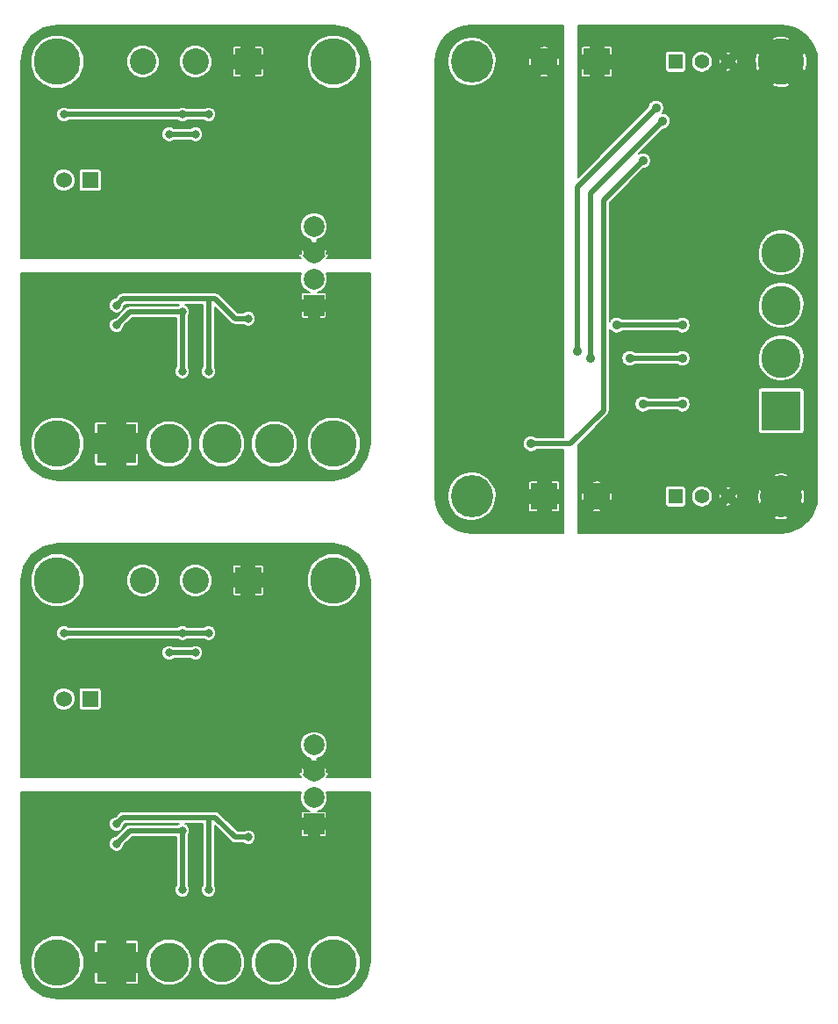
<source format=gbl>
G04 This is an RS-274x file exported by *
G04 gerbv version 2.6.1 *
G04 More information is available about gerbv at *
G04 http://gerbv.geda-project.org/ *
G04 --End of header info--*
%MOIN*%
%FSLAX34Y34*%
%IPPOS*%
G04 --Define apertures--*
%ADD10C,0.0059*%
%ADD11R,0.0600X0.0600*%
%ADD12C,0.0600*%
%ADD13C,0.1500*%
%ADD14R,0.1500X0.1500*%
%ADD15R,0.1000X0.1000*%
%ADD16C,0.1000*%
%ADD17C,0.1772*%
%ADD18R,0.0787X0.0787*%
%ADD19C,0.0787*%
%ADD20C,0.0315*%
%ADD21C,0.0197*%
%ADD22C,0.0067*%
%ADD23R,0.0550X0.0550*%
%ADD24C,0.0550*%
%ADD25C,0.1600*%
%ADD26C,0.0350*%
G04 --Start main section--*
G54D11*
G01X0002750Y-006000D03*
G54D12*
G01X0001750Y-006000D03*
G54D13*
G01X0005750Y-016000D03*
G01X0007750Y-016000D03*
G54D14*
G01X0003750Y-016000D03*
G54D13*
G01X0009750Y-016000D03*
G54D15*
G01X0008750Y-001500D03*
G54D16*
G01X0006750Y-001500D03*
G01X0004750Y-001500D03*
G54D17*
G01X0012000Y-016000D03*
G01X0001500Y-016000D03*
G01X0012000Y-001500D03*
G01X0001500Y-001500D03*
G54D18*
G01X0011250Y-010750D03*
G54D19*
G01X0011250Y-009750D03*
G01X0011250Y-008750D03*
G01X0011250Y-007750D03*
G54D20*
G01X0001750Y-003500D03*
G01X0006250Y-003500D03*
G01X0007250Y-003500D03*
G01X0006750Y-004250D03*
G01X0005750Y-004250D03*
G01X0008750Y-011250D03*
G01X0003750Y-010750D03*
G01X0007250Y-013250D03*
G01X0003750Y-011500D03*
G01X0006250Y-011000D03*
G01X0006250Y-013250D03*
G54D21*
G01X0006250Y-003500D02*
G01X0001750Y-003500D01*
G01X0007250Y-003500D02*
G01X0006250Y-003500D01*
G01X0005750Y-004250D02*
G01X0006750Y-004250D01*
G01X0007500Y-010500D02*
G01X0008250Y-011250D01*
G01X0007250Y-010500D02*
G01X0007500Y-010500D01*
G01X0008750Y-011250D02*
G01X0008250Y-011250D01*
G01X0004000Y-010500D02*
G01X0007250Y-010500D01*
G01X0003750Y-010750D02*
G01X0004000Y-010500D01*
G01X0007250Y-010500D02*
G01X0007250Y-013250D01*
G01X0004250Y-011000D02*
G01X0003750Y-011500D01*
G01X0006250Y-011000D02*
G01X0004250Y-011000D01*
G01X0006250Y-011000D02*
G01X0006250Y-013250D01*
G01X0006250Y-013250D02*
G01X0006250Y-013250D01*
G54D10*
G36*
G01X0013379Y-008966D02*
G01X0013019Y-008966D01*
G01X0013019Y-001298D01*
G01X0012864Y-000923D01*
G01X0012578Y-000636D01*
G01X0012203Y-000480D01*
G01X0011798Y-000480D01*
G01X0011423Y-000635D01*
G01X0011136Y-000921D01*
G01X0010980Y-001296D01*
G01X0010980Y-001701D01*
G01X0011135Y-002076D01*
G01X0011421Y-002363D01*
G01X0011796Y-002519D01*
G01X0012201Y-002519D01*
G01X0012576Y-002364D01*
G01X0012863Y-002078D01*
G01X0013019Y-001703D01*
G01X0013019Y-001298D01*
G01X0013019Y-008966D01*
G01X0011777Y-008966D01*
G01X0011746Y-008966D01*
G01X0011744Y-008966D01*
G01X0011746Y-008964D01*
G01X0011777Y-008934D01*
G01X0011860Y-008851D01*
G01X0011777Y-008767D01*
G01X0011777Y-007645D01*
G01X0011697Y-007451D01*
G01X0011549Y-007303D01*
G01X0011355Y-007222D01*
G01X0011145Y-007222D01*
G01X0010951Y-007302D01*
G01X0010803Y-007450D01*
G01X0010722Y-007644D01*
G01X0010722Y-007854D01*
G01X0010802Y-008048D01*
G01X0010950Y-008196D01*
G01X0011124Y-008268D01*
G01X0011080Y-008302D01*
G01X0011250Y-008471D01*
G01X0011419Y-008302D01*
G01X0011375Y-008268D01*
G01X0011548Y-008197D01*
G01X0011696Y-008049D01*
G01X0011777Y-007855D01*
G01X0011777Y-007645D01*
G01X0011777Y-008767D01*
G01X0011765Y-008755D01*
G01X0011746Y-008773D01*
G01X0011743Y-008777D01*
G01X0011746Y-008666D01*
G01X0011740Y-008636D01*
G01X0011697Y-008580D01*
G01X0011528Y-008750D01*
G01X0011649Y-008871D01*
G01X0011554Y-008966D01*
G01X0010971Y-008966D01*
G01X0010945Y-008966D01*
G01X0010850Y-008871D01*
G01X0010971Y-008750D01*
G01X0010802Y-008580D01*
G01X0010759Y-008636D01*
G01X0010754Y-008775D01*
G01X0010734Y-008755D01*
G01X0010639Y-008851D01*
G01X0010755Y-008966D01*
G01X0009350Y-008966D01*
G01X0009350Y-001980D01*
G01X0009350Y-001019D01*
G01X0009350Y-000979D01*
G01X0009335Y-000943D01*
G01X0009306Y-000914D01*
G01X0009269Y-000899D01*
G01X0009025Y-000899D01*
G01X0009000Y-000924D01*
G01X0009000Y-001250D01*
G01X0009325Y-001250D01*
G01X0009350Y-001224D01*
G01X0009350Y-001019D01*
G01X0009350Y-001980D01*
G01X0009350Y-001775D01*
G01X0009325Y-001750D01*
G01X0009000Y-001750D01*
G01X0009000Y-002075D01*
G01X0009025Y-002100D01*
G01X0009269Y-002100D01*
G01X0009306Y-002085D01*
G01X0009335Y-002056D01*
G01X0009350Y-002020D01*
G01X0009350Y-001980D01*
G01X0009350Y-008966D01*
G01X0008500Y-008966D01*
G01X0008500Y-002075D01*
G01X0008500Y-001750D01*
G01X0008500Y-001250D01*
G01X0008500Y-000924D01*
G01X0008474Y-000899D01*
G01X0008230Y-000899D01*
G01X0008193Y-000914D01*
G01X0008164Y-000943D01*
G01X0008149Y-000979D01*
G01X0008149Y-001019D01*
G01X0008149Y-001224D01*
G01X0008174Y-001250D01*
G01X0008500Y-001250D01*
G01X0008500Y-001750D01*
G01X0008174Y-001750D01*
G01X0008149Y-001775D01*
G01X0008149Y-001980D01*
G01X0008149Y-002020D01*
G01X0008164Y-002056D01*
G01X0008193Y-002085D01*
G01X0008230Y-002100D01*
G01X0008474Y-002100D01*
G01X0008500Y-002075D01*
G01X0008500Y-008966D01*
G01X0007540Y-008966D01*
G01X0007540Y-003442D01*
G01X0007496Y-003335D01*
G01X0007415Y-003253D01*
G01X0007383Y-003240D01*
G01X0007383Y-001374D01*
G01X0007287Y-001141D01*
G01X0007109Y-000963D01*
G01X0006876Y-000866D01*
G01X0006624Y-000866D01*
G01X0006391Y-000962D01*
G01X0006213Y-001140D01*
G01X0006116Y-001373D01*
G01X0006116Y-001625D01*
G01X0006212Y-001858D01*
G01X0006390Y-002036D01*
G01X0006623Y-002133D01*
G01X0006875Y-002133D01*
G01X0007108Y-002037D01*
G01X0007286Y-001859D01*
G01X0007383Y-001626D01*
G01X0007383Y-001374D01*
G01X0007383Y-003240D01*
G01X0007308Y-003209D01*
G01X0007192Y-003209D01*
G01X0007085Y-003253D01*
G01X0007070Y-003268D01*
G01X0006429Y-003268D01*
G01X0006415Y-003253D01*
G01X0006308Y-003209D01*
G01X0006192Y-003209D01*
G01X0006085Y-003253D01*
G01X0006070Y-003268D01*
G01X0005383Y-003268D01*
G01X0005383Y-001374D01*
G01X0005287Y-001141D01*
G01X0005109Y-000963D01*
G01X0004876Y-000866D01*
G01X0004624Y-000866D01*
G01X0004391Y-000962D01*
G01X0004213Y-001140D01*
G01X0004116Y-001373D01*
G01X0004116Y-001625D01*
G01X0004212Y-001858D01*
G01X0004390Y-002036D01*
G01X0004623Y-002133D01*
G01X0004875Y-002133D01*
G01X0005108Y-002037D01*
G01X0005286Y-001859D01*
G01X0005383Y-001626D01*
G01X0005383Y-001374D01*
G01X0005383Y-003268D01*
G01X0002519Y-003268D01*
G01X0002519Y-001298D01*
G01X0002364Y-000923D01*
G01X0002078Y-000636D01*
G01X0001703Y-000480D01*
G01X0001298Y-000480D01*
G01X0000923Y-000635D01*
G01X0000636Y-000921D01*
G01X0000480Y-001296D01*
G01X0000480Y-001701D01*
G01X0000635Y-002076D01*
G01X0000921Y-002363D01*
G01X0001296Y-002519D01*
G01X0001701Y-002519D01*
G01X0002076Y-002364D01*
G01X0002363Y-002078D01*
G01X0002519Y-001703D01*
G01X0002519Y-001298D01*
G01X0002519Y-003268D01*
G01X0001929Y-003268D01*
G01X0001915Y-003253D01*
G01X0001808Y-003209D01*
G01X0001692Y-003209D01*
G01X0001585Y-003253D01*
G01X0001503Y-003334D01*
G01X0001459Y-003441D01*
G01X0001459Y-003557D01*
G01X0001503Y-003664D01*
G01X0001584Y-003746D01*
G01X0001691Y-003790D01*
G01X0001807Y-003790D01*
G01X0001914Y-003746D01*
G01X0001929Y-003731D01*
G01X0006070Y-003731D01*
G01X0006084Y-003746D01*
G01X0006191Y-003790D01*
G01X0006307Y-003790D01*
G01X0006414Y-003746D01*
G01X0006429Y-003731D01*
G01X0007070Y-003731D01*
G01X0007084Y-003746D01*
G01X0007191Y-003790D01*
G01X0007307Y-003790D01*
G01X0007414Y-003746D01*
G01X0007496Y-003665D01*
G01X0007540Y-003558D01*
G01X0007540Y-003442D01*
G01X0007540Y-008966D01*
G01X0007040Y-008966D01*
G01X0007040Y-004192D01*
G01X0006996Y-004085D01*
G01X0006915Y-004003D01*
G01X0006808Y-003959D01*
G01X0006692Y-003959D01*
G01X0006585Y-004003D01*
G01X0006570Y-004018D01*
G01X0005929Y-004018D01*
G01X0005915Y-004003D01*
G01X0005808Y-003959D01*
G01X0005692Y-003959D01*
G01X0005585Y-004003D01*
G01X0005503Y-004084D01*
G01X0005459Y-004191D01*
G01X0005459Y-004307D01*
G01X0005503Y-004414D01*
G01X0005584Y-004496D01*
G01X0005691Y-004540D01*
G01X0005807Y-004540D01*
G01X0005914Y-004496D01*
G01X0005929Y-004481D01*
G01X0006570Y-004481D01*
G01X0006584Y-004496D01*
G01X0006691Y-004540D01*
G01X0006807Y-004540D01*
G01X0006914Y-004496D01*
G01X0006996Y-004415D01*
G01X0007040Y-004308D01*
G01X0007040Y-004192D01*
G01X0007040Y-008966D01*
G01X0003183Y-008966D01*
G01X0003183Y-006273D01*
G01X0003183Y-005673D01*
G01X0003163Y-005624D01*
G01X0003125Y-005586D01*
G01X0003076Y-005566D01*
G01X0003023Y-005566D01*
G01X0002423Y-005566D01*
G01X0002374Y-005586D01*
G01X0002336Y-005624D01*
G01X0002316Y-005673D01*
G01X0002316Y-005726D01*
G01X0002316Y-006326D01*
G01X0002336Y-006375D01*
G01X0002374Y-006413D01*
G01X0002423Y-006433D01*
G01X0002476Y-006433D01*
G01X0003076Y-006433D01*
G01X0003125Y-006413D01*
G01X0003163Y-006375D01*
G01X0003183Y-006326D01*
G01X0003183Y-006273D01*
G01X0003183Y-008966D01*
G01X0002183Y-008966D01*
G01X0002183Y-005914D01*
G01X0002117Y-005754D01*
G01X0001995Y-005632D01*
G01X0001836Y-005566D01*
G01X0001664Y-005566D01*
G01X0001504Y-005632D01*
G01X0001382Y-005754D01*
G01X0001316Y-005913D01*
G01X0001316Y-006085D01*
G01X0001382Y-006245D01*
G01X0001504Y-006367D01*
G01X0001663Y-006433D01*
G01X0001835Y-006433D01*
G01X0001995Y-006367D01*
G01X0002117Y-006245D01*
G01X0002183Y-006086D01*
G01X0002183Y-005914D01*
G01X0002183Y-008966D01*
G01X0000120Y-008966D01*
G01X0000120Y-001511D01*
G01X0000226Y-000973D01*
G01X0000524Y-000526D01*
G01X0000974Y-000227D01*
G01X0001514Y-000120D01*
G01X0011988Y-000120D01*
G01X0012526Y-000226D01*
G01X0012973Y-000524D01*
G01X0013272Y-000974D01*
G01X0013379Y-001514D01*
G01X0013379Y-008966D01*
G01X0013379Y-008966D01*
G37*
G54D22*
G01X0013379Y-008966D02*
G01X0013019Y-008966D01*
G01X0013019Y-008966D02*
G01X0013019Y-001298D01*
G01X0013019Y-001298D02*
G01X0012864Y-000923D01*
G01X0012864Y-000923D02*
G01X0012578Y-000636D01*
G01X0012578Y-000636D02*
G01X0012203Y-000480D01*
G01X0012203Y-000480D02*
G01X0011798Y-000480D01*
G01X0011798Y-000480D02*
G01X0011423Y-000635D01*
G01X0011423Y-000635D02*
G01X0011136Y-000921D01*
G01X0011136Y-000921D02*
G01X0010980Y-001296D01*
G01X0010980Y-001296D02*
G01X0010980Y-001701D01*
G01X0010980Y-001701D02*
G01X0011135Y-002076D01*
G01X0011135Y-002076D02*
G01X0011421Y-002363D01*
G01X0011421Y-002363D02*
G01X0011796Y-002519D01*
G01X0011796Y-002519D02*
G01X0012201Y-002519D01*
G01X0012201Y-002519D02*
G01X0012576Y-002364D01*
G01X0012576Y-002364D02*
G01X0012863Y-002078D01*
G01X0012863Y-002078D02*
G01X0013019Y-001703D01*
G01X0013019Y-001703D02*
G01X0013019Y-001298D01*
G01X0013019Y-001298D02*
G01X0013019Y-008966D01*
G01X0013019Y-008966D02*
G01X0011777Y-008966D01*
G01X0011777Y-008966D02*
G01X0011746Y-008966D01*
G01X0011746Y-008966D02*
G01X0011744Y-008966D01*
G01X0011744Y-008966D02*
G01X0011746Y-008964D01*
G01X0011746Y-008964D02*
G01X0011777Y-008934D01*
G01X0011777Y-008934D02*
G01X0011860Y-008851D01*
G01X0011860Y-008851D02*
G01X0011777Y-008767D01*
G01X0011777Y-008767D02*
G01X0011777Y-007645D01*
G01X0011777Y-007645D02*
G01X0011697Y-007451D01*
G01X0011697Y-007451D02*
G01X0011549Y-007303D01*
G01X0011549Y-007303D02*
G01X0011355Y-007222D01*
G01X0011355Y-007222D02*
G01X0011145Y-007222D01*
G01X0011145Y-007222D02*
G01X0010951Y-007302D01*
G01X0010951Y-007302D02*
G01X0010803Y-007450D01*
G01X0010803Y-007450D02*
G01X0010722Y-007644D01*
G01X0010722Y-007644D02*
G01X0010722Y-007854D01*
G01X0010722Y-007854D02*
G01X0010802Y-008048D01*
G01X0010802Y-008048D02*
G01X0010950Y-008196D01*
G01X0010950Y-008196D02*
G01X0011124Y-008268D01*
G01X0011124Y-008268D02*
G01X0011080Y-008302D01*
G01X0011080Y-008302D02*
G01X0011250Y-008471D01*
G01X0011250Y-008471D02*
G01X0011419Y-008302D01*
G01X0011419Y-008302D02*
G01X0011375Y-008268D01*
G01X0011375Y-008268D02*
G01X0011548Y-008197D01*
G01X0011548Y-008197D02*
G01X0011696Y-008049D01*
G01X0011696Y-008049D02*
G01X0011777Y-007855D01*
G01X0011777Y-007855D02*
G01X0011777Y-007645D01*
G01X0011777Y-007645D02*
G01X0011777Y-008767D01*
G01X0011777Y-008767D02*
G01X0011765Y-008755D01*
G01X0011765Y-008755D02*
G01X0011746Y-008773D01*
G01X0011746Y-008773D02*
G01X0011743Y-008777D01*
G01X0011743Y-008777D02*
G01X0011746Y-008666D01*
G01X0011746Y-008666D02*
G01X0011740Y-008636D01*
G01X0011740Y-008636D02*
G01X0011697Y-008580D01*
G01X0011697Y-008580D02*
G01X0011528Y-008750D01*
G01X0011528Y-008750D02*
G01X0011649Y-008871D01*
G01X0011649Y-008871D02*
G01X0011554Y-008966D01*
G01X0011554Y-008966D02*
G01X0010971Y-008966D01*
G01X0010971Y-008966D02*
G01X0010945Y-008966D01*
G01X0010945Y-008966D02*
G01X0010850Y-008871D01*
G01X0010850Y-008871D02*
G01X0010971Y-008750D01*
G01X0010971Y-008750D02*
G01X0010802Y-008580D01*
G01X0010802Y-008580D02*
G01X0010759Y-008636D01*
G01X0010759Y-008636D02*
G01X0010754Y-008775D01*
G01X0010754Y-008775D02*
G01X0010734Y-008755D01*
G01X0010734Y-008755D02*
G01X0010639Y-008851D01*
G01X0010639Y-008851D02*
G01X0010755Y-008966D01*
G01X0010755Y-008966D02*
G01X0009350Y-008966D01*
G01X0009350Y-008966D02*
G01X0009350Y-001980D01*
G01X0009350Y-001980D02*
G01X0009350Y-001019D01*
G01X0009350Y-001019D02*
G01X0009350Y-000979D01*
G01X0009350Y-000979D02*
G01X0009335Y-000943D01*
G01X0009335Y-000943D02*
G01X0009306Y-000914D01*
G01X0009306Y-000914D02*
G01X0009269Y-000899D01*
G01X0009269Y-000899D02*
G01X0009025Y-000899D01*
G01X0009025Y-000899D02*
G01X0009000Y-000924D01*
G01X0009000Y-000924D02*
G01X0009000Y-001250D01*
G01X0009000Y-001250D02*
G01X0009325Y-001250D01*
G01X0009325Y-001250D02*
G01X0009350Y-001224D01*
G01X0009350Y-001224D02*
G01X0009350Y-001019D01*
G01X0009350Y-001019D02*
G01X0009350Y-001980D01*
G01X0009350Y-001980D02*
G01X0009350Y-001775D01*
G01X0009350Y-001775D02*
G01X0009325Y-001750D01*
G01X0009325Y-001750D02*
G01X0009000Y-001750D01*
G01X0009000Y-001750D02*
G01X0009000Y-002075D01*
G01X0009000Y-002075D02*
G01X0009025Y-002100D01*
G01X0009025Y-002100D02*
G01X0009269Y-002100D01*
G01X0009269Y-002100D02*
G01X0009306Y-002085D01*
G01X0009306Y-002085D02*
G01X0009335Y-002056D01*
G01X0009335Y-002056D02*
G01X0009350Y-002020D01*
G01X0009350Y-002020D02*
G01X0009350Y-001980D01*
G01X0009350Y-001980D02*
G01X0009350Y-008966D01*
G01X0009350Y-008966D02*
G01X0008500Y-008966D01*
G01X0008500Y-008966D02*
G01X0008500Y-002075D01*
G01X0008500Y-002075D02*
G01X0008500Y-001750D01*
G01X0008500Y-001750D02*
G01X0008500Y-001250D01*
G01X0008500Y-001250D02*
G01X0008500Y-000924D01*
G01X0008500Y-000924D02*
G01X0008474Y-000899D01*
G01X0008474Y-000899D02*
G01X0008230Y-000899D01*
G01X0008230Y-000899D02*
G01X0008193Y-000914D01*
G01X0008193Y-000914D02*
G01X0008164Y-000943D01*
G01X0008164Y-000943D02*
G01X0008149Y-000979D01*
G01X0008149Y-000979D02*
G01X0008149Y-001019D01*
G01X0008149Y-001019D02*
G01X0008149Y-001224D01*
G01X0008149Y-001224D02*
G01X0008174Y-001250D01*
G01X0008174Y-001250D02*
G01X0008500Y-001250D01*
G01X0008500Y-001250D02*
G01X0008500Y-001750D01*
G01X0008500Y-001750D02*
G01X0008174Y-001750D01*
G01X0008174Y-001750D02*
G01X0008149Y-001775D01*
G01X0008149Y-001775D02*
G01X0008149Y-001980D01*
G01X0008149Y-001980D02*
G01X0008149Y-002020D01*
G01X0008149Y-002020D02*
G01X0008164Y-002056D01*
G01X0008164Y-002056D02*
G01X0008193Y-002085D01*
G01X0008193Y-002085D02*
G01X0008230Y-002100D01*
G01X0008230Y-002100D02*
G01X0008474Y-002100D01*
G01X0008474Y-002100D02*
G01X0008500Y-002075D01*
G01X0008500Y-002075D02*
G01X0008500Y-008966D01*
G01X0008500Y-008966D02*
G01X0007540Y-008966D01*
G01X0007540Y-008966D02*
G01X0007540Y-003442D01*
G01X0007540Y-003442D02*
G01X0007496Y-003335D01*
G01X0007496Y-003335D02*
G01X0007415Y-003253D01*
G01X0007415Y-003253D02*
G01X0007383Y-003240D01*
G01X0007383Y-003240D02*
G01X0007383Y-001374D01*
G01X0007383Y-001374D02*
G01X0007287Y-001141D01*
G01X0007287Y-001141D02*
G01X0007109Y-000963D01*
G01X0007109Y-000963D02*
G01X0006876Y-000866D01*
G01X0006876Y-000866D02*
G01X0006624Y-000866D01*
G01X0006624Y-000866D02*
G01X0006391Y-000962D01*
G01X0006391Y-000962D02*
G01X0006213Y-001140D01*
G01X0006213Y-001140D02*
G01X0006116Y-001373D01*
G01X0006116Y-001373D02*
G01X0006116Y-001625D01*
G01X0006116Y-001625D02*
G01X0006212Y-001858D01*
G01X0006212Y-001858D02*
G01X0006390Y-002036D01*
G01X0006390Y-002036D02*
G01X0006623Y-002133D01*
G01X0006623Y-002133D02*
G01X0006875Y-002133D01*
G01X0006875Y-002133D02*
G01X0007108Y-002037D01*
G01X0007108Y-002037D02*
G01X0007286Y-001859D01*
G01X0007286Y-001859D02*
G01X0007383Y-001626D01*
G01X0007383Y-001626D02*
G01X0007383Y-001374D01*
G01X0007383Y-001374D02*
G01X0007383Y-003240D01*
G01X0007383Y-003240D02*
G01X0007308Y-003209D01*
G01X0007308Y-003209D02*
G01X0007192Y-003209D01*
G01X0007192Y-003209D02*
G01X0007085Y-003253D01*
G01X0007085Y-003253D02*
G01X0007070Y-003268D01*
G01X0007070Y-003268D02*
G01X0006429Y-003268D01*
G01X0006429Y-003268D02*
G01X0006415Y-003253D01*
G01X0006415Y-003253D02*
G01X0006308Y-003209D01*
G01X0006308Y-003209D02*
G01X0006192Y-003209D01*
G01X0006192Y-003209D02*
G01X0006085Y-003253D01*
G01X0006085Y-003253D02*
G01X0006070Y-003268D01*
G01X0006070Y-003268D02*
G01X0005383Y-003268D01*
G01X0005383Y-003268D02*
G01X0005383Y-001374D01*
G01X0005383Y-001374D02*
G01X0005287Y-001141D01*
G01X0005287Y-001141D02*
G01X0005109Y-000963D01*
G01X0005109Y-000963D02*
G01X0004876Y-000866D01*
G01X0004876Y-000866D02*
G01X0004624Y-000866D01*
G01X0004624Y-000866D02*
G01X0004391Y-000962D01*
G01X0004391Y-000962D02*
G01X0004213Y-001140D01*
G01X0004213Y-001140D02*
G01X0004116Y-001373D01*
G01X0004116Y-001373D02*
G01X0004116Y-001625D01*
G01X0004116Y-001625D02*
G01X0004212Y-001858D01*
G01X0004212Y-001858D02*
G01X0004390Y-002036D01*
G01X0004390Y-002036D02*
G01X0004623Y-002133D01*
G01X0004623Y-002133D02*
G01X0004875Y-002133D01*
G01X0004875Y-002133D02*
G01X0005108Y-002037D01*
G01X0005108Y-002037D02*
G01X0005286Y-001859D01*
G01X0005286Y-001859D02*
G01X0005383Y-001626D01*
G01X0005383Y-001626D02*
G01X0005383Y-001374D01*
G01X0005383Y-001374D02*
G01X0005383Y-003268D01*
G01X0005383Y-003268D02*
G01X0002519Y-003268D01*
G01X0002519Y-003268D02*
G01X0002519Y-001298D01*
G01X0002519Y-001298D02*
G01X0002364Y-000923D01*
G01X0002364Y-000923D02*
G01X0002078Y-000636D01*
G01X0002078Y-000636D02*
G01X0001703Y-000480D01*
G01X0001703Y-000480D02*
G01X0001298Y-000480D01*
G01X0001298Y-000480D02*
G01X0000923Y-000635D01*
G01X0000923Y-000635D02*
G01X0000636Y-000921D01*
G01X0000636Y-000921D02*
G01X0000480Y-001296D01*
G01X0000480Y-001296D02*
G01X0000480Y-001701D01*
G01X0000480Y-001701D02*
G01X0000635Y-002076D01*
G01X0000635Y-002076D02*
G01X0000921Y-002363D01*
G01X0000921Y-002363D02*
G01X0001296Y-002519D01*
G01X0001296Y-002519D02*
G01X0001701Y-002519D01*
G01X0001701Y-002519D02*
G01X0002076Y-002364D01*
G01X0002076Y-002364D02*
G01X0002363Y-002078D01*
G01X0002363Y-002078D02*
G01X0002519Y-001703D01*
G01X0002519Y-001703D02*
G01X0002519Y-001298D01*
G01X0002519Y-001298D02*
G01X0002519Y-003268D01*
G01X0002519Y-003268D02*
G01X0001929Y-003268D01*
G01X0001929Y-003268D02*
G01X0001915Y-003253D01*
G01X0001915Y-003253D02*
G01X0001808Y-003209D01*
G01X0001808Y-003209D02*
G01X0001692Y-003209D01*
G01X0001692Y-003209D02*
G01X0001585Y-003253D01*
G01X0001585Y-003253D02*
G01X0001503Y-003334D01*
G01X0001503Y-003334D02*
G01X0001459Y-003441D01*
G01X0001459Y-003441D02*
G01X0001459Y-003557D01*
G01X0001459Y-003557D02*
G01X0001503Y-003664D01*
G01X0001503Y-003664D02*
G01X0001584Y-003746D01*
G01X0001584Y-003746D02*
G01X0001691Y-003790D01*
G01X0001691Y-003790D02*
G01X0001807Y-003790D01*
G01X0001807Y-003790D02*
G01X0001914Y-003746D01*
G01X0001914Y-003746D02*
G01X0001929Y-003731D01*
G01X0001929Y-003731D02*
G01X0006070Y-003731D01*
G01X0006070Y-003731D02*
G01X0006084Y-003746D01*
G01X0006084Y-003746D02*
G01X0006191Y-003790D01*
G01X0006191Y-003790D02*
G01X0006307Y-003790D01*
G01X0006307Y-003790D02*
G01X0006414Y-003746D01*
G01X0006414Y-003746D02*
G01X0006429Y-003731D01*
G01X0006429Y-003731D02*
G01X0007070Y-003731D01*
G01X0007070Y-003731D02*
G01X0007084Y-003746D01*
G01X0007084Y-003746D02*
G01X0007191Y-003790D01*
G01X0007191Y-003790D02*
G01X0007307Y-003790D01*
G01X0007307Y-003790D02*
G01X0007414Y-003746D01*
G01X0007414Y-003746D02*
G01X0007496Y-003665D01*
G01X0007496Y-003665D02*
G01X0007540Y-003558D01*
G01X0007540Y-003558D02*
G01X0007540Y-003442D01*
G01X0007540Y-003442D02*
G01X0007540Y-008966D01*
G01X0007540Y-008966D02*
G01X0007040Y-008966D01*
G01X0007040Y-008966D02*
G01X0007040Y-004192D01*
G01X0007040Y-004192D02*
G01X0006996Y-004085D01*
G01X0006996Y-004085D02*
G01X0006915Y-004003D01*
G01X0006915Y-004003D02*
G01X0006808Y-003959D01*
G01X0006808Y-003959D02*
G01X0006692Y-003959D01*
G01X0006692Y-003959D02*
G01X0006585Y-004003D01*
G01X0006585Y-004003D02*
G01X0006570Y-004018D01*
G01X0006570Y-004018D02*
G01X0005929Y-004018D01*
G01X0005929Y-004018D02*
G01X0005915Y-004003D01*
G01X0005915Y-004003D02*
G01X0005808Y-003959D01*
G01X0005808Y-003959D02*
G01X0005692Y-003959D01*
G01X0005692Y-003959D02*
G01X0005585Y-004003D01*
G01X0005585Y-004003D02*
G01X0005503Y-004084D01*
G01X0005503Y-004084D02*
G01X0005459Y-004191D01*
G01X0005459Y-004191D02*
G01X0005459Y-004307D01*
G01X0005459Y-004307D02*
G01X0005503Y-004414D01*
G01X0005503Y-004414D02*
G01X0005584Y-004496D01*
G01X0005584Y-004496D02*
G01X0005691Y-004540D01*
G01X0005691Y-004540D02*
G01X0005807Y-004540D01*
G01X0005807Y-004540D02*
G01X0005914Y-004496D01*
G01X0005914Y-004496D02*
G01X0005929Y-004481D01*
G01X0005929Y-004481D02*
G01X0006570Y-004481D01*
G01X0006570Y-004481D02*
G01X0006584Y-004496D01*
G01X0006584Y-004496D02*
G01X0006691Y-004540D01*
G01X0006691Y-004540D02*
G01X0006807Y-004540D01*
G01X0006807Y-004540D02*
G01X0006914Y-004496D01*
G01X0006914Y-004496D02*
G01X0006996Y-004415D01*
G01X0006996Y-004415D02*
G01X0007040Y-004308D01*
G01X0007040Y-004308D02*
G01X0007040Y-004192D01*
G01X0007040Y-004192D02*
G01X0007040Y-008966D01*
G01X0007040Y-008966D02*
G01X0003183Y-008966D01*
G01X0003183Y-008966D02*
G01X0003183Y-006273D01*
G01X0003183Y-006273D02*
G01X0003183Y-005673D01*
G01X0003183Y-005673D02*
G01X0003163Y-005624D01*
G01X0003163Y-005624D02*
G01X0003125Y-005586D01*
G01X0003125Y-005586D02*
G01X0003076Y-005566D01*
G01X0003076Y-005566D02*
G01X0003023Y-005566D01*
G01X0003023Y-005566D02*
G01X0002423Y-005566D01*
G01X0002423Y-005566D02*
G01X0002374Y-005586D01*
G01X0002374Y-005586D02*
G01X0002336Y-005624D01*
G01X0002336Y-005624D02*
G01X0002316Y-005673D01*
G01X0002316Y-005673D02*
G01X0002316Y-005726D01*
G01X0002316Y-005726D02*
G01X0002316Y-006326D01*
G01X0002316Y-006326D02*
G01X0002336Y-006375D01*
G01X0002336Y-006375D02*
G01X0002374Y-006413D01*
G01X0002374Y-006413D02*
G01X0002423Y-006433D01*
G01X0002423Y-006433D02*
G01X0002476Y-006433D01*
G01X0002476Y-006433D02*
G01X0003076Y-006433D01*
G01X0003076Y-006433D02*
G01X0003125Y-006413D01*
G01X0003125Y-006413D02*
G01X0003163Y-006375D01*
G01X0003163Y-006375D02*
G01X0003183Y-006326D01*
G01X0003183Y-006326D02*
G01X0003183Y-006273D01*
G01X0003183Y-006273D02*
G01X0003183Y-008966D01*
G01X0003183Y-008966D02*
G01X0002183Y-008966D01*
G01X0002183Y-008966D02*
G01X0002183Y-005914D01*
G01X0002183Y-005914D02*
G01X0002117Y-005754D01*
G01X0002117Y-005754D02*
G01X0001995Y-005632D01*
G01X0001995Y-005632D02*
G01X0001836Y-005566D01*
G01X0001836Y-005566D02*
G01X0001664Y-005566D01*
G01X0001664Y-005566D02*
G01X0001504Y-005632D01*
G01X0001504Y-005632D02*
G01X0001382Y-005754D01*
G01X0001382Y-005754D02*
G01X0001316Y-005913D01*
G01X0001316Y-005913D02*
G01X0001316Y-006085D01*
G01X0001316Y-006085D02*
G01X0001382Y-006245D01*
G01X0001382Y-006245D02*
G01X0001504Y-006367D01*
G01X0001504Y-006367D02*
G01X0001663Y-006433D01*
G01X0001663Y-006433D02*
G01X0001835Y-006433D01*
G01X0001835Y-006433D02*
G01X0001995Y-006367D01*
G01X0001995Y-006367D02*
G01X0002117Y-006245D01*
G01X0002117Y-006245D02*
G01X0002183Y-006086D01*
G01X0002183Y-006086D02*
G01X0002183Y-005914D01*
G01X0002183Y-005914D02*
G01X0002183Y-008966D01*
G01X0002183Y-008966D02*
G01X0000120Y-008966D01*
G01X0000120Y-008966D02*
G01X0000120Y-001511D01*
G01X0000120Y-001511D02*
G01X0000226Y-000973D01*
G01X0000226Y-000973D02*
G01X0000524Y-000526D01*
G01X0000524Y-000526D02*
G01X0000974Y-000227D01*
G01X0000974Y-000227D02*
G01X0001514Y-000120D01*
G01X0001514Y-000120D02*
G01X0011988Y-000120D01*
G01X0011988Y-000120D02*
G01X0012526Y-000226D01*
G01X0012526Y-000226D02*
G01X0012973Y-000524D01*
G01X0012973Y-000524D02*
G01X0013272Y-000974D01*
G01X0013272Y-000974D02*
G01X0013379Y-001514D01*
G01X0013379Y-001514D02*
G01X0013379Y-008966D01*
G54D10*
G36*
G01X0013379Y-015985D02*
G01X0013272Y-016525D01*
G01X0013019Y-016906D01*
G01X0013019Y-015798D01*
G01X0012864Y-015423D01*
G01X0012578Y-015136D01*
G01X0012203Y-014980D01*
G01X0011798Y-014980D01*
G01X0011744Y-015002D01*
G01X0011744Y-011163D01*
G01X0011744Y-010971D01*
G01X0011718Y-010946D01*
G01X0011446Y-010946D01*
G01X0011446Y-011218D01*
G01X0011471Y-011244D01*
G01X0011623Y-011244D01*
G01X0011663Y-011244D01*
G01X0011700Y-011228D01*
G01X0011728Y-011200D01*
G01X0011744Y-011163D01*
G01X0011744Y-015002D01*
G01X0011423Y-015135D01*
G01X0011136Y-015421D01*
G01X0011053Y-015622D01*
G01X0011053Y-011218D01*
G01X0011053Y-010946D01*
G01X0010781Y-010946D01*
G01X0010755Y-010971D01*
G01X0010755Y-011163D01*
G01X0010771Y-011200D01*
G01X0010799Y-011228D01*
G01X0010836Y-011244D01*
G01X0010876Y-011244D01*
G01X0011028Y-011244D01*
G01X0011053Y-011218D01*
G01X0011053Y-015622D01*
G01X0010980Y-015796D01*
G01X0010980Y-016201D01*
G01X0011135Y-016576D01*
G01X0011421Y-016863D01*
G01X0011796Y-017019D01*
G01X0012201Y-017019D01*
G01X0012576Y-016864D01*
G01X0012863Y-016578D01*
G01X0013019Y-016203D01*
G01X0013019Y-015798D01*
G01X0013019Y-016906D01*
G01X0012973Y-016975D01*
G01X0012526Y-017273D01*
G01X0011988Y-017379D01*
G01X0010633Y-017379D01*
G01X0010633Y-015825D01*
G01X0010499Y-015500D01*
G01X0010251Y-015251D01*
G01X0009926Y-015116D01*
G01X0009575Y-015116D01*
G01X0009250Y-015250D01*
G01X0009040Y-015459D01*
G01X0009040Y-011192D01*
G01X0008996Y-011085D01*
G01X0008915Y-011003D01*
G01X0008808Y-010959D01*
G01X0008692Y-010959D01*
G01X0008585Y-011003D01*
G01X0008570Y-011018D01*
G01X0008346Y-011018D01*
G01X0007663Y-010336D01*
G01X0007588Y-010285D01*
G01X0007500Y-010268D01*
G01X0007250Y-010268D01*
G01X0004000Y-010268D01*
G01X0003911Y-010285D01*
G01X0003836Y-010336D01*
G01X0003836Y-010336D01*
G01X0003713Y-010459D01*
G01X0003692Y-010459D01*
G01X0003585Y-010503D01*
G01X0003503Y-010584D01*
G01X0003459Y-010691D01*
G01X0003459Y-010807D01*
G01X0003503Y-010914D01*
G01X0003584Y-010996D01*
G01X0003691Y-011040D01*
G01X0003807Y-011040D01*
G01X0003914Y-010996D01*
G01X0003996Y-010915D01*
G01X0004040Y-010808D01*
G01X0004040Y-010787D01*
G01X0004096Y-010731D01*
G01X0006136Y-010731D01*
G01X0006085Y-010753D01*
G01X0006070Y-010768D01*
G01X0004250Y-010768D01*
G01X0004161Y-010785D01*
G01X0004086Y-010836D01*
G01X0003713Y-011209D01*
G01X0003692Y-011209D01*
G01X0003585Y-011253D01*
G01X0003503Y-011334D01*
G01X0003459Y-011441D01*
G01X0003459Y-011557D01*
G01X0003503Y-011664D01*
G01X0003584Y-011746D01*
G01X0003691Y-011790D01*
G01X0003807Y-011790D01*
G01X0003914Y-011746D01*
G01X0003996Y-011665D01*
G01X0004040Y-011558D01*
G01X0004040Y-011537D01*
G01X0004346Y-011231D01*
G01X0006018Y-011231D01*
G01X0006018Y-013070D01*
G01X0006003Y-013084D01*
G01X0005959Y-013191D01*
G01X0005959Y-013307D01*
G01X0006003Y-013414D01*
G01X0006084Y-013496D01*
G01X0006191Y-013540D01*
G01X0006307Y-013540D01*
G01X0006414Y-013496D01*
G01X0006496Y-013415D01*
G01X0006540Y-013308D01*
G01X0006540Y-013192D01*
G01X0006496Y-013085D01*
G01X0006481Y-013070D01*
G01X0006481Y-011179D01*
G01X0006496Y-011165D01*
G01X0006540Y-011058D01*
G01X0006540Y-010942D01*
G01X0006496Y-010835D01*
G01X0006415Y-010753D01*
G01X0006362Y-010731D01*
G01X0007018Y-010731D01*
G01X0007018Y-013070D01*
G01X0007003Y-013084D01*
G01X0006959Y-013191D01*
G01X0006959Y-013307D01*
G01X0007003Y-013414D01*
G01X0007084Y-013496D01*
G01X0007191Y-013540D01*
G01X0007307Y-013540D01*
G01X0007414Y-013496D01*
G01X0007496Y-013415D01*
G01X0007540Y-013308D01*
G01X0007540Y-013192D01*
G01X0007496Y-013085D01*
G01X0007481Y-013070D01*
G01X0007481Y-010809D01*
G01X0008086Y-011413D01*
G01X0008086Y-011413D01*
G01X0008161Y-011464D01*
G01X0008249Y-011481D01*
G01X0008249Y-011481D01*
G01X0008250Y-011481D01*
G01X0008570Y-011481D01*
G01X0008584Y-011496D01*
G01X0008691Y-011540D01*
G01X0008807Y-011540D01*
G01X0008914Y-011496D01*
G01X0008996Y-011415D01*
G01X0009040Y-011308D01*
G01X0009040Y-011192D01*
G01X0009040Y-015459D01*
G01X0009001Y-015498D01*
G01X0008866Y-015823D01*
G01X0008866Y-016174D01*
G01X0009000Y-016499D01*
G01X0009248Y-016748D01*
G01X0009573Y-016883D01*
G01X0009924Y-016883D01*
G01X0010249Y-016749D01*
G01X0010498Y-016501D01*
G01X0010633Y-016176D01*
G01X0010633Y-015825D01*
G01X0010633Y-017379D01*
G01X0008633Y-017379D01*
G01X0008633Y-015825D01*
G01X0008499Y-015500D01*
G01X0008251Y-015251D01*
G01X0007926Y-015116D01*
G01X0007575Y-015116D01*
G01X0007250Y-015250D01*
G01X0007001Y-015498D01*
G01X0006866Y-015823D01*
G01X0006866Y-016174D01*
G01X0007000Y-016499D01*
G01X0007248Y-016748D01*
G01X0007573Y-016883D01*
G01X0007924Y-016883D01*
G01X0008249Y-016749D01*
G01X0008498Y-016501D01*
G01X0008633Y-016176D01*
G01X0008633Y-015825D01*
G01X0008633Y-017379D01*
G01X0006633Y-017379D01*
G01X0006633Y-015825D01*
G01X0006499Y-015500D01*
G01X0006251Y-015251D01*
G01X0005926Y-015116D01*
G01X0005575Y-015116D01*
G01X0005250Y-015250D01*
G01X0005001Y-015498D01*
G01X0004866Y-015823D01*
G01X0004866Y-016174D01*
G01X0005000Y-016499D01*
G01X0005248Y-016748D01*
G01X0005573Y-016883D01*
G01X0005924Y-016883D01*
G01X0006249Y-016749D01*
G01X0006498Y-016501D01*
G01X0006633Y-016176D01*
G01X0006633Y-015825D01*
G01X0006633Y-017379D01*
G01X0004600Y-017379D01*
G01X0004600Y-016730D01*
G01X0004600Y-015269D01*
G01X0004600Y-015229D01*
G01X0004585Y-015193D01*
G01X0004556Y-015164D01*
G01X0004519Y-015149D01*
G01X0004135Y-015149D01*
G01X0004110Y-015174D01*
G01X0004110Y-015639D01*
G01X0004575Y-015639D01*
G01X0004600Y-015614D01*
G01X0004600Y-015269D01*
G01X0004600Y-016730D01*
G01X0004600Y-016385D01*
G01X0004575Y-016360D01*
G01X0004110Y-016360D01*
G01X0004110Y-016825D01*
G01X0004135Y-016850D01*
G01X0004519Y-016850D01*
G01X0004556Y-016835D01*
G01X0004585Y-016806D01*
G01X0004600Y-016770D01*
G01X0004600Y-016730D01*
G01X0004600Y-017379D01*
G01X0003389Y-017379D01*
G01X0003389Y-016825D01*
G01X0003389Y-016360D01*
G01X0003389Y-015639D01*
G01X0003389Y-015174D01*
G01X0003364Y-015149D01*
G01X0002980Y-015149D01*
G01X0002943Y-015164D01*
G01X0002914Y-015193D01*
G01X0002899Y-015229D01*
G01X0002899Y-015269D01*
G01X0002899Y-015614D01*
G01X0002924Y-015639D01*
G01X0003389Y-015639D01*
G01X0003389Y-016360D01*
G01X0002924Y-016360D01*
G01X0002899Y-016385D01*
G01X0002899Y-016730D01*
G01X0002899Y-016770D01*
G01X0002914Y-016806D01*
G01X0002943Y-016835D01*
G01X0002980Y-016850D01*
G01X0003364Y-016850D01*
G01X0003389Y-016825D01*
G01X0003389Y-017379D01*
G01X0002519Y-017379D01*
G01X0002519Y-015798D01*
G01X0002364Y-015423D01*
G01X0002078Y-015136D01*
G01X0001703Y-014980D01*
G01X0001298Y-014980D01*
G01X0000923Y-015135D01*
G01X0000636Y-015421D01*
G01X0000480Y-015796D01*
G01X0000480Y-016201D01*
G01X0000635Y-016576D01*
G01X0000921Y-016863D01*
G01X0001296Y-017019D01*
G01X0001701Y-017019D01*
G01X0002076Y-016864D01*
G01X0002363Y-016578D01*
G01X0002519Y-016203D01*
G01X0002519Y-015798D01*
G01X0002519Y-017379D01*
G01X0001514Y-017379D01*
G01X0000974Y-017272D01*
G01X0000524Y-016973D01*
G01X0000226Y-016526D01*
G01X0000120Y-015988D01*
G01X0000120Y-009533D01*
G01X0010769Y-009533D01*
G01X0010722Y-009644D01*
G01X0010722Y-009854D01*
G01X0010802Y-010048D01*
G01X0010950Y-010196D01*
G01X0011093Y-010255D01*
G01X0011028Y-010255D01*
G01X0010876Y-010255D01*
G01X0010836Y-010255D01*
G01X0010799Y-010271D01*
G01X0010771Y-010299D01*
G01X0010755Y-010336D01*
G01X0010755Y-010528D01*
G01X0010781Y-010553D01*
G01X0011053Y-010553D01*
G01X0011053Y-010381D01*
G01X0011446Y-010381D01*
G01X0011446Y-010553D01*
G01X0011718Y-010553D01*
G01X0011744Y-010528D01*
G01X0011744Y-010336D01*
G01X0011728Y-010299D01*
G01X0011700Y-010271D01*
G01X0011663Y-010255D01*
G01X0011623Y-010255D01*
G01X0011471Y-010255D01*
G01X0011406Y-010255D01*
G01X0011548Y-010197D01*
G01X0011696Y-010049D01*
G01X0011777Y-009855D01*
G01X0011777Y-009645D01*
G01X0011730Y-009533D01*
G01X0013379Y-009533D01*
G01X0013379Y-015985D01*
G01X0013379Y-015985D01*
G37*
G54D22*
G01X0013379Y-015985D02*
G01X0013272Y-016525D01*
G01X0013272Y-016525D02*
G01X0013019Y-016906D01*
G01X0013019Y-016906D02*
G01X0013019Y-015798D01*
G01X0013019Y-015798D02*
G01X0012864Y-015423D01*
G01X0012864Y-015423D02*
G01X0012578Y-015136D01*
G01X0012578Y-015136D02*
G01X0012203Y-014980D01*
G01X0012203Y-014980D02*
G01X0011798Y-014980D01*
G01X0011798Y-014980D02*
G01X0011744Y-015002D01*
G01X0011744Y-015002D02*
G01X0011744Y-011163D01*
G01X0011744Y-011163D02*
G01X0011744Y-010971D01*
G01X0011744Y-010971D02*
G01X0011718Y-010946D01*
G01X0011718Y-010946D02*
G01X0011446Y-010946D01*
G01X0011446Y-010946D02*
G01X0011446Y-011218D01*
G01X0011446Y-011218D02*
G01X0011471Y-011244D01*
G01X0011471Y-011244D02*
G01X0011623Y-011244D01*
G01X0011623Y-011244D02*
G01X0011663Y-011244D01*
G01X0011663Y-011244D02*
G01X0011700Y-011228D01*
G01X0011700Y-011228D02*
G01X0011728Y-011200D01*
G01X0011728Y-011200D02*
G01X0011744Y-011163D01*
G01X0011744Y-011163D02*
G01X0011744Y-015002D01*
G01X0011744Y-015002D02*
G01X0011423Y-015135D01*
G01X0011423Y-015135D02*
G01X0011136Y-015421D01*
G01X0011136Y-015421D02*
G01X0011053Y-015622D01*
G01X0011053Y-015622D02*
G01X0011053Y-011218D01*
G01X0011053Y-011218D02*
G01X0011053Y-010946D01*
G01X0011053Y-010946D02*
G01X0010781Y-010946D01*
G01X0010781Y-010946D02*
G01X0010755Y-010971D01*
G01X0010755Y-010971D02*
G01X0010755Y-011163D01*
G01X0010755Y-011163D02*
G01X0010771Y-011200D01*
G01X0010771Y-011200D02*
G01X0010799Y-011228D01*
G01X0010799Y-011228D02*
G01X0010836Y-011244D01*
G01X0010836Y-011244D02*
G01X0010876Y-011244D01*
G01X0010876Y-011244D02*
G01X0011028Y-011244D01*
G01X0011028Y-011244D02*
G01X0011053Y-011218D01*
G01X0011053Y-011218D02*
G01X0011053Y-015622D01*
G01X0011053Y-015622D02*
G01X0010980Y-015796D01*
G01X0010980Y-015796D02*
G01X0010980Y-016201D01*
G01X0010980Y-016201D02*
G01X0011135Y-016576D01*
G01X0011135Y-016576D02*
G01X0011421Y-016863D01*
G01X0011421Y-016863D02*
G01X0011796Y-017019D01*
G01X0011796Y-017019D02*
G01X0012201Y-017019D01*
G01X0012201Y-017019D02*
G01X0012576Y-016864D01*
G01X0012576Y-016864D02*
G01X0012863Y-016578D01*
G01X0012863Y-016578D02*
G01X0013019Y-016203D01*
G01X0013019Y-016203D02*
G01X0013019Y-015798D01*
G01X0013019Y-015798D02*
G01X0013019Y-016906D01*
G01X0013019Y-016906D02*
G01X0012973Y-016975D01*
G01X0012973Y-016975D02*
G01X0012526Y-017273D01*
G01X0012526Y-017273D02*
G01X0011988Y-017379D01*
G01X0011988Y-017379D02*
G01X0010633Y-017379D01*
G01X0010633Y-017379D02*
G01X0010633Y-015825D01*
G01X0010633Y-015825D02*
G01X0010499Y-015500D01*
G01X0010499Y-015500D02*
G01X0010251Y-015251D01*
G01X0010251Y-015251D02*
G01X0009926Y-015116D01*
G01X0009926Y-015116D02*
G01X0009575Y-015116D01*
G01X0009575Y-015116D02*
G01X0009250Y-015250D01*
G01X0009250Y-015250D02*
G01X0009040Y-015459D01*
G01X0009040Y-015459D02*
G01X0009040Y-011192D01*
G01X0009040Y-011192D02*
G01X0008996Y-011085D01*
G01X0008996Y-011085D02*
G01X0008915Y-011003D01*
G01X0008915Y-011003D02*
G01X0008808Y-010959D01*
G01X0008808Y-010959D02*
G01X0008692Y-010959D01*
G01X0008692Y-010959D02*
G01X0008585Y-011003D01*
G01X0008585Y-011003D02*
G01X0008570Y-011018D01*
G01X0008570Y-011018D02*
G01X0008346Y-011018D01*
G01X0008346Y-011018D02*
G01X0007663Y-010336D01*
G01X0007663Y-010336D02*
G01X0007588Y-010285D01*
G01X0007588Y-010285D02*
G01X0007500Y-010268D01*
G01X0007500Y-010268D02*
G01X0007250Y-010268D01*
G01X0007250Y-010268D02*
G01X0004000Y-010268D01*
G01X0004000Y-010268D02*
G01X0003911Y-010285D01*
G01X0003911Y-010285D02*
G01X0003836Y-010336D01*
G01X0003836Y-010336D02*
G01X0003836Y-010336D01*
G01X0003836Y-010336D02*
G01X0003713Y-010459D01*
G01X0003713Y-010459D02*
G01X0003692Y-010459D01*
G01X0003692Y-010459D02*
G01X0003585Y-010503D01*
G01X0003585Y-010503D02*
G01X0003503Y-010584D01*
G01X0003503Y-010584D02*
G01X0003459Y-010691D01*
G01X0003459Y-010691D02*
G01X0003459Y-010807D01*
G01X0003459Y-010807D02*
G01X0003503Y-010914D01*
G01X0003503Y-010914D02*
G01X0003584Y-010996D01*
G01X0003584Y-010996D02*
G01X0003691Y-011040D01*
G01X0003691Y-011040D02*
G01X0003807Y-011040D01*
G01X0003807Y-011040D02*
G01X0003914Y-010996D01*
G01X0003914Y-010996D02*
G01X0003996Y-010915D01*
G01X0003996Y-010915D02*
G01X0004040Y-010808D01*
G01X0004040Y-010808D02*
G01X0004040Y-010787D01*
G01X0004040Y-010787D02*
G01X0004096Y-010731D01*
G01X0004096Y-010731D02*
G01X0006136Y-010731D01*
G01X0006136Y-010731D02*
G01X0006085Y-010753D01*
G01X0006085Y-010753D02*
G01X0006070Y-010768D01*
G01X0006070Y-010768D02*
G01X0004250Y-010768D01*
G01X0004250Y-010768D02*
G01X0004161Y-010785D01*
G01X0004161Y-010785D02*
G01X0004086Y-010836D01*
G01X0004086Y-010836D02*
G01X0003713Y-011209D01*
G01X0003713Y-011209D02*
G01X0003692Y-011209D01*
G01X0003692Y-011209D02*
G01X0003585Y-011253D01*
G01X0003585Y-011253D02*
G01X0003503Y-011334D01*
G01X0003503Y-011334D02*
G01X0003459Y-011441D01*
G01X0003459Y-011441D02*
G01X0003459Y-011557D01*
G01X0003459Y-011557D02*
G01X0003503Y-011664D01*
G01X0003503Y-011664D02*
G01X0003584Y-011746D01*
G01X0003584Y-011746D02*
G01X0003691Y-011790D01*
G01X0003691Y-011790D02*
G01X0003807Y-011790D01*
G01X0003807Y-011790D02*
G01X0003914Y-011746D01*
G01X0003914Y-011746D02*
G01X0003996Y-011665D01*
G01X0003996Y-011665D02*
G01X0004040Y-011558D01*
G01X0004040Y-011558D02*
G01X0004040Y-011537D01*
G01X0004040Y-011537D02*
G01X0004346Y-011231D01*
G01X0004346Y-011231D02*
G01X0006018Y-011231D01*
G01X0006018Y-011231D02*
G01X0006018Y-013070D01*
G01X0006018Y-013070D02*
G01X0006003Y-013084D01*
G01X0006003Y-013084D02*
G01X0005959Y-013191D01*
G01X0005959Y-013191D02*
G01X0005959Y-013307D01*
G01X0005959Y-013307D02*
G01X0006003Y-013414D01*
G01X0006003Y-013414D02*
G01X0006084Y-013496D01*
G01X0006084Y-013496D02*
G01X0006191Y-013540D01*
G01X0006191Y-013540D02*
G01X0006307Y-013540D01*
G01X0006307Y-013540D02*
G01X0006414Y-013496D01*
G01X0006414Y-013496D02*
G01X0006496Y-013415D01*
G01X0006496Y-013415D02*
G01X0006540Y-013308D01*
G01X0006540Y-013308D02*
G01X0006540Y-013192D01*
G01X0006540Y-013192D02*
G01X0006496Y-013085D01*
G01X0006496Y-013085D02*
G01X0006481Y-013070D01*
G01X0006481Y-013070D02*
G01X0006481Y-011179D01*
G01X0006481Y-011179D02*
G01X0006496Y-011165D01*
G01X0006496Y-011165D02*
G01X0006540Y-011058D01*
G01X0006540Y-011058D02*
G01X0006540Y-010942D01*
G01X0006540Y-010942D02*
G01X0006496Y-010835D01*
G01X0006496Y-010835D02*
G01X0006415Y-010753D01*
G01X0006415Y-010753D02*
G01X0006362Y-010731D01*
G01X0006362Y-010731D02*
G01X0007018Y-010731D01*
G01X0007018Y-010731D02*
G01X0007018Y-013070D01*
G01X0007018Y-013070D02*
G01X0007003Y-013084D01*
G01X0007003Y-013084D02*
G01X0006959Y-013191D01*
G01X0006959Y-013191D02*
G01X0006959Y-013307D01*
G01X0006959Y-013307D02*
G01X0007003Y-013414D01*
G01X0007003Y-013414D02*
G01X0007084Y-013496D01*
G01X0007084Y-013496D02*
G01X0007191Y-013540D01*
G01X0007191Y-013540D02*
G01X0007307Y-013540D01*
G01X0007307Y-013540D02*
G01X0007414Y-013496D01*
G01X0007414Y-013496D02*
G01X0007496Y-013415D01*
G01X0007496Y-013415D02*
G01X0007540Y-013308D01*
G01X0007540Y-013308D02*
G01X0007540Y-013192D01*
G01X0007540Y-013192D02*
G01X0007496Y-013085D01*
G01X0007496Y-013085D02*
G01X0007481Y-013070D01*
G01X0007481Y-013070D02*
G01X0007481Y-010809D01*
G01X0007481Y-010809D02*
G01X0008086Y-011413D01*
G01X0008086Y-011413D02*
G01X0008086Y-011413D01*
G01X0008086Y-011413D02*
G01X0008161Y-011464D01*
G01X0008161Y-011464D02*
G01X0008249Y-011481D01*
G01X0008249Y-011481D02*
G01X0008249Y-011481D01*
G01X0008249Y-011481D02*
G01X0008250Y-011481D01*
G01X0008250Y-011481D02*
G01X0008570Y-011481D01*
G01X0008570Y-011481D02*
G01X0008584Y-011496D01*
G01X0008584Y-011496D02*
G01X0008691Y-011540D01*
G01X0008691Y-011540D02*
G01X0008807Y-011540D01*
G01X0008807Y-011540D02*
G01X0008914Y-011496D01*
G01X0008914Y-011496D02*
G01X0008996Y-011415D01*
G01X0008996Y-011415D02*
G01X0009040Y-011308D01*
G01X0009040Y-011308D02*
G01X0009040Y-011192D01*
G01X0009040Y-011192D02*
G01X0009040Y-015459D01*
G01X0009040Y-015459D02*
G01X0009001Y-015498D01*
G01X0009001Y-015498D02*
G01X0008866Y-015823D01*
G01X0008866Y-015823D02*
G01X0008866Y-016174D01*
G01X0008866Y-016174D02*
G01X0009000Y-016499D01*
G01X0009000Y-016499D02*
G01X0009248Y-016748D01*
G01X0009248Y-016748D02*
G01X0009573Y-016883D01*
G01X0009573Y-016883D02*
G01X0009924Y-016883D01*
G01X0009924Y-016883D02*
G01X0010249Y-016749D01*
G01X0010249Y-016749D02*
G01X0010498Y-016501D01*
G01X0010498Y-016501D02*
G01X0010633Y-016176D01*
G01X0010633Y-016176D02*
G01X0010633Y-015825D01*
G01X0010633Y-015825D02*
G01X0010633Y-017379D01*
G01X0010633Y-017379D02*
G01X0008633Y-017379D01*
G01X0008633Y-017379D02*
G01X0008633Y-015825D01*
G01X0008633Y-015825D02*
G01X0008499Y-015500D01*
G01X0008499Y-015500D02*
G01X0008251Y-015251D01*
G01X0008251Y-015251D02*
G01X0007926Y-015116D01*
G01X0007926Y-015116D02*
G01X0007575Y-015116D01*
G01X0007575Y-015116D02*
G01X0007250Y-015250D01*
G01X0007250Y-015250D02*
G01X0007001Y-015498D01*
G01X0007001Y-015498D02*
G01X0006866Y-015823D01*
G01X0006866Y-015823D02*
G01X0006866Y-016174D01*
G01X0006866Y-016174D02*
G01X0007000Y-016499D01*
G01X0007000Y-016499D02*
G01X0007248Y-016748D01*
G01X0007248Y-016748D02*
G01X0007573Y-016883D01*
G01X0007573Y-016883D02*
G01X0007924Y-016883D01*
G01X0007924Y-016883D02*
G01X0008249Y-016749D01*
G01X0008249Y-016749D02*
G01X0008498Y-016501D01*
G01X0008498Y-016501D02*
G01X0008633Y-016176D01*
G01X0008633Y-016176D02*
G01X0008633Y-015825D01*
G01X0008633Y-015825D02*
G01X0008633Y-017379D01*
G01X0008633Y-017379D02*
G01X0006633Y-017379D01*
G01X0006633Y-017379D02*
G01X0006633Y-015825D01*
G01X0006633Y-015825D02*
G01X0006499Y-015500D01*
G01X0006499Y-015500D02*
G01X0006251Y-015251D01*
G01X0006251Y-015251D02*
G01X0005926Y-015116D01*
G01X0005926Y-015116D02*
G01X0005575Y-015116D01*
G01X0005575Y-015116D02*
G01X0005250Y-015250D01*
G01X0005250Y-015250D02*
G01X0005001Y-015498D01*
G01X0005001Y-015498D02*
G01X0004866Y-015823D01*
G01X0004866Y-015823D02*
G01X0004866Y-016174D01*
G01X0004866Y-016174D02*
G01X0005000Y-016499D01*
G01X0005000Y-016499D02*
G01X0005248Y-016748D01*
G01X0005248Y-016748D02*
G01X0005573Y-016883D01*
G01X0005573Y-016883D02*
G01X0005924Y-016883D01*
G01X0005924Y-016883D02*
G01X0006249Y-016749D01*
G01X0006249Y-016749D02*
G01X0006498Y-016501D01*
G01X0006498Y-016501D02*
G01X0006633Y-016176D01*
G01X0006633Y-016176D02*
G01X0006633Y-015825D01*
G01X0006633Y-015825D02*
G01X0006633Y-017379D01*
G01X0006633Y-017379D02*
G01X0004600Y-017379D01*
G01X0004600Y-017379D02*
G01X0004600Y-016730D01*
G01X0004600Y-016730D02*
G01X0004600Y-015269D01*
G01X0004600Y-015269D02*
G01X0004600Y-015229D01*
G01X0004600Y-015229D02*
G01X0004585Y-015193D01*
G01X0004585Y-015193D02*
G01X0004556Y-015164D01*
G01X0004556Y-015164D02*
G01X0004519Y-015149D01*
G01X0004519Y-015149D02*
G01X0004135Y-015149D01*
G01X0004135Y-015149D02*
G01X0004110Y-015174D01*
G01X0004110Y-015174D02*
G01X0004110Y-015639D01*
G01X0004110Y-015639D02*
G01X0004575Y-015639D01*
G01X0004575Y-015639D02*
G01X0004600Y-015614D01*
G01X0004600Y-015614D02*
G01X0004600Y-015269D01*
G01X0004600Y-015269D02*
G01X0004600Y-016730D01*
G01X0004600Y-016730D02*
G01X0004600Y-016385D01*
G01X0004600Y-016385D02*
G01X0004575Y-016360D01*
G01X0004575Y-016360D02*
G01X0004110Y-016360D01*
G01X0004110Y-016360D02*
G01X0004110Y-016825D01*
G01X0004110Y-016825D02*
G01X0004135Y-016850D01*
G01X0004135Y-016850D02*
G01X0004519Y-016850D01*
G01X0004519Y-016850D02*
G01X0004556Y-016835D01*
G01X0004556Y-016835D02*
G01X0004585Y-016806D01*
G01X0004585Y-016806D02*
G01X0004600Y-016770D01*
G01X0004600Y-016770D02*
G01X0004600Y-016730D01*
G01X0004600Y-016730D02*
G01X0004600Y-017379D01*
G01X0004600Y-017379D02*
G01X0003389Y-017379D01*
G01X0003389Y-017379D02*
G01X0003389Y-016825D01*
G01X0003389Y-016825D02*
G01X0003389Y-016360D01*
G01X0003389Y-016360D02*
G01X0003389Y-015639D01*
G01X0003389Y-015639D02*
G01X0003389Y-015174D01*
G01X0003389Y-015174D02*
G01X0003364Y-015149D01*
G01X0003364Y-015149D02*
G01X0002980Y-015149D01*
G01X0002980Y-015149D02*
G01X0002943Y-015164D01*
G01X0002943Y-015164D02*
G01X0002914Y-015193D01*
G01X0002914Y-015193D02*
G01X0002899Y-015229D01*
G01X0002899Y-015229D02*
G01X0002899Y-015269D01*
G01X0002899Y-015269D02*
G01X0002899Y-015614D01*
G01X0002899Y-015614D02*
G01X0002924Y-015639D01*
G01X0002924Y-015639D02*
G01X0003389Y-015639D01*
G01X0003389Y-015639D02*
G01X0003389Y-016360D01*
G01X0003389Y-016360D02*
G01X0002924Y-016360D01*
G01X0002924Y-016360D02*
G01X0002899Y-016385D01*
G01X0002899Y-016385D02*
G01X0002899Y-016730D01*
G01X0002899Y-016730D02*
G01X0002899Y-016770D01*
G01X0002899Y-016770D02*
G01X0002914Y-016806D01*
G01X0002914Y-016806D02*
G01X0002943Y-016835D01*
G01X0002943Y-016835D02*
G01X0002980Y-016850D01*
G01X0002980Y-016850D02*
G01X0003364Y-016850D01*
G01X0003364Y-016850D02*
G01X0003389Y-016825D01*
G01X0003389Y-016825D02*
G01X0003389Y-017379D01*
G01X0003389Y-017379D02*
G01X0002519Y-017379D01*
G01X0002519Y-017379D02*
G01X0002519Y-015798D01*
G01X0002519Y-015798D02*
G01X0002364Y-015423D01*
G01X0002364Y-015423D02*
G01X0002078Y-015136D01*
G01X0002078Y-015136D02*
G01X0001703Y-014980D01*
G01X0001703Y-014980D02*
G01X0001298Y-014980D01*
G01X0001298Y-014980D02*
G01X0000923Y-015135D01*
G01X0000923Y-015135D02*
G01X0000636Y-015421D01*
G01X0000636Y-015421D02*
G01X0000480Y-015796D01*
G01X0000480Y-015796D02*
G01X0000480Y-016201D01*
G01X0000480Y-016201D02*
G01X0000635Y-016576D01*
G01X0000635Y-016576D02*
G01X0000921Y-016863D01*
G01X0000921Y-016863D02*
G01X0001296Y-017019D01*
G01X0001296Y-017019D02*
G01X0001701Y-017019D01*
G01X0001701Y-017019D02*
G01X0002076Y-016864D01*
G01X0002076Y-016864D02*
G01X0002363Y-016578D01*
G01X0002363Y-016578D02*
G01X0002519Y-016203D01*
G01X0002519Y-016203D02*
G01X0002519Y-015798D01*
G01X0002519Y-015798D02*
G01X0002519Y-017379D01*
G01X0002519Y-017379D02*
G01X0001514Y-017379D01*
G01X0001514Y-017379D02*
G01X0000974Y-017272D01*
G01X0000974Y-017272D02*
G01X0000524Y-016973D01*
G01X0000524Y-016973D02*
G01X0000226Y-016526D01*
G01X0000226Y-016526D02*
G01X0000120Y-015988D01*
G01X0000120Y-015988D02*
G01X0000120Y-009533D01*
G01X0000120Y-009533D02*
G01X0010769Y-009533D01*
G01X0010769Y-009533D02*
G01X0010722Y-009644D01*
G01X0010722Y-009644D02*
G01X0010722Y-009854D01*
G01X0010722Y-009854D02*
G01X0010802Y-010048D01*
G01X0010802Y-010048D02*
G01X0010950Y-010196D01*
G01X0010950Y-010196D02*
G01X0011093Y-010255D01*
G01X0011093Y-010255D02*
G01X0011028Y-010255D01*
G01X0011028Y-010255D02*
G01X0010876Y-010255D01*
G01X0010876Y-010255D02*
G01X0010836Y-010255D01*
G01X0010836Y-010255D02*
G01X0010799Y-010271D01*
G01X0010799Y-010271D02*
G01X0010771Y-010299D01*
G01X0010771Y-010299D02*
G01X0010755Y-010336D01*
G01X0010755Y-010336D02*
G01X0010755Y-010528D01*
G01X0010755Y-010528D02*
G01X0010781Y-010553D01*
G01X0010781Y-010553D02*
G01X0011053Y-010553D01*
G01X0011053Y-010553D02*
G01X0011053Y-010381D01*
G01X0011053Y-010381D02*
G01X0011446Y-010381D01*
G01X0011446Y-010381D02*
G01X0011446Y-010553D01*
G01X0011446Y-010553D02*
G01X0011718Y-010553D01*
G01X0011718Y-010553D02*
G01X0011744Y-010528D01*
G01X0011744Y-010528D02*
G01X0011744Y-010336D01*
G01X0011744Y-010336D02*
G01X0011728Y-010299D01*
G01X0011728Y-010299D02*
G01X0011700Y-010271D01*
G01X0011700Y-010271D02*
G01X0011663Y-010255D01*
G01X0011663Y-010255D02*
G01X0011623Y-010255D01*
G01X0011623Y-010255D02*
G01X0011471Y-010255D01*
G01X0011471Y-010255D02*
G01X0011406Y-010255D01*
G01X0011406Y-010255D02*
G01X0011548Y-010197D01*
G01X0011548Y-010197D02*
G01X0011696Y-010049D01*
G01X0011696Y-010049D02*
G01X0011777Y-009855D01*
G01X0011777Y-009855D02*
G01X0011777Y-009645D01*
G01X0011777Y-009645D02*
G01X0011730Y-009533D01*
G01X0011730Y-009533D02*
G01X0013379Y-009533D01*
G01X0013379Y-009533D02*
G01X0013379Y-015985D01*
G01X0000000Y-019685D02*
G54D11*
G01X0002750Y-025685D03*
G54D12*
G01X0001750Y-025685D03*
G54D13*
G01X0005750Y-035685D03*
G01X0007750Y-035685D03*
G54D14*
G01X0003750Y-035685D03*
G54D13*
G01X0009750Y-035685D03*
G54D15*
G01X0008750Y-021185D03*
G54D16*
G01X0006750Y-021185D03*
G01X0004750Y-021185D03*
G54D17*
G01X0012000Y-035685D03*
G01X0001500Y-035685D03*
G01X0012000Y-021185D03*
G01X0001500Y-021185D03*
G54D18*
G01X0011250Y-030435D03*
G54D19*
G01X0011250Y-029435D03*
G01X0011250Y-028435D03*
G01X0011250Y-027435D03*
G54D20*
G01X0001750Y-023185D03*
G01X0006250Y-023185D03*
G01X0007250Y-023185D03*
G01X0006750Y-023935D03*
G01X0005750Y-023935D03*
G01X0008750Y-030935D03*
G01X0003750Y-030435D03*
G01X0007250Y-032935D03*
G01X0003750Y-031185D03*
G01X0006250Y-030685D03*
G01X0006250Y-032935D03*
G54D21*
G01X0006250Y-023185D02*
G01X0001750Y-023185D01*
G01X0007250Y-023185D02*
G01X0006250Y-023185D01*
G01X0005750Y-023935D02*
G01X0006750Y-023935D01*
G01X0007500Y-030185D02*
G01X0008250Y-030935D01*
G01X0007250Y-030185D02*
G01X0007500Y-030185D01*
G01X0008750Y-030935D02*
G01X0008250Y-030935D01*
G01X0004000Y-030185D02*
G01X0007250Y-030185D01*
G01X0003750Y-030435D02*
G01X0004000Y-030185D01*
G01X0007250Y-030185D02*
G01X0007250Y-032935D01*
G01X0004250Y-030685D02*
G01X0003750Y-031185D01*
G01X0006250Y-030685D02*
G01X0004250Y-030685D01*
G01X0006250Y-030685D02*
G01X0006250Y-032935D01*
G01X0006250Y-032935D02*
G01X0006250Y-032935D01*
G54D10*
G36*
G01X0013379Y-028651D02*
G01X0013019Y-028651D01*
G01X0013019Y-020983D01*
G01X0012864Y-020608D01*
G01X0012578Y-020321D01*
G01X0012203Y-020165D01*
G01X0011798Y-020165D01*
G01X0011423Y-020320D01*
G01X0011136Y-020606D01*
G01X0010980Y-020981D01*
G01X0010980Y-021386D01*
G01X0011135Y-021761D01*
G01X0011421Y-022048D01*
G01X0011796Y-022204D01*
G01X0012201Y-022204D01*
G01X0012576Y-022049D01*
G01X0012863Y-021763D01*
G01X0013019Y-021388D01*
G01X0013019Y-020983D01*
G01X0013019Y-028651D01*
G01X0011777Y-028651D01*
G01X0011746Y-028651D01*
G01X0011744Y-028651D01*
G01X0011746Y-028649D01*
G01X0011777Y-028619D01*
G01X0011860Y-028536D01*
G01X0011777Y-028452D01*
G01X0011777Y-027330D01*
G01X0011697Y-027136D01*
G01X0011549Y-026988D01*
G01X0011355Y-026907D01*
G01X0011145Y-026907D01*
G01X0010951Y-026987D01*
G01X0010803Y-027135D01*
G01X0010722Y-027329D01*
G01X0010722Y-027539D01*
G01X0010802Y-027733D01*
G01X0010950Y-027881D01*
G01X0011124Y-027953D01*
G01X0011080Y-027987D01*
G01X0011250Y-028156D01*
G01X0011419Y-027987D01*
G01X0011375Y-027953D01*
G01X0011548Y-027882D01*
G01X0011696Y-027734D01*
G01X0011777Y-027540D01*
G01X0011777Y-027330D01*
G01X0011777Y-028452D01*
G01X0011765Y-028440D01*
G01X0011746Y-028458D01*
G01X0011743Y-028462D01*
G01X0011746Y-028351D01*
G01X0011740Y-028321D01*
G01X0011697Y-028265D01*
G01X0011528Y-028435D01*
G01X0011649Y-028556D01*
G01X0011554Y-028651D01*
G01X0010971Y-028651D01*
G01X0010945Y-028651D01*
G01X0010850Y-028556D01*
G01X0010971Y-028435D01*
G01X0010802Y-028265D01*
G01X0010759Y-028321D01*
G01X0010754Y-028460D01*
G01X0010734Y-028440D01*
G01X0010639Y-028536D01*
G01X0010755Y-028651D01*
G01X0009350Y-028651D01*
G01X0009350Y-021665D01*
G01X0009350Y-020704D01*
G01X0009350Y-020664D01*
G01X0009335Y-020628D01*
G01X0009306Y-020599D01*
G01X0009269Y-020584D01*
G01X0009025Y-020584D01*
G01X0009000Y-020609D01*
G01X0009000Y-020935D01*
G01X0009325Y-020935D01*
G01X0009350Y-020909D01*
G01X0009350Y-020704D01*
G01X0009350Y-021665D01*
G01X0009350Y-021460D01*
G01X0009325Y-021435D01*
G01X0009000Y-021435D01*
G01X0009000Y-021760D01*
G01X0009025Y-021785D01*
G01X0009269Y-021785D01*
G01X0009306Y-021770D01*
G01X0009335Y-021741D01*
G01X0009350Y-021705D01*
G01X0009350Y-021665D01*
G01X0009350Y-028651D01*
G01X0008500Y-028651D01*
G01X0008500Y-021760D01*
G01X0008500Y-021435D01*
G01X0008500Y-020935D01*
G01X0008500Y-020609D01*
G01X0008474Y-020584D01*
G01X0008230Y-020584D01*
G01X0008193Y-020599D01*
G01X0008164Y-020628D01*
G01X0008149Y-020664D01*
G01X0008149Y-020704D01*
G01X0008149Y-020909D01*
G01X0008174Y-020935D01*
G01X0008500Y-020935D01*
G01X0008500Y-021435D01*
G01X0008174Y-021435D01*
G01X0008149Y-021460D01*
G01X0008149Y-021665D01*
G01X0008149Y-021705D01*
G01X0008164Y-021741D01*
G01X0008193Y-021770D01*
G01X0008230Y-021785D01*
G01X0008474Y-021785D01*
G01X0008500Y-021760D01*
G01X0008500Y-028651D01*
G01X0007540Y-028651D01*
G01X0007540Y-023127D01*
G01X0007496Y-023020D01*
G01X0007415Y-022938D01*
G01X0007383Y-022925D01*
G01X0007383Y-021059D01*
G01X0007287Y-020826D01*
G01X0007109Y-020648D01*
G01X0006876Y-020551D01*
G01X0006624Y-020551D01*
G01X0006391Y-020647D01*
G01X0006213Y-020825D01*
G01X0006116Y-021058D01*
G01X0006116Y-021310D01*
G01X0006212Y-021543D01*
G01X0006390Y-021721D01*
G01X0006623Y-021818D01*
G01X0006875Y-021818D01*
G01X0007108Y-021722D01*
G01X0007286Y-021544D01*
G01X0007383Y-021311D01*
G01X0007383Y-021059D01*
G01X0007383Y-022925D01*
G01X0007308Y-022894D01*
G01X0007192Y-022894D01*
G01X0007085Y-022938D01*
G01X0007070Y-022953D01*
G01X0006429Y-022953D01*
G01X0006415Y-022938D01*
G01X0006308Y-022894D01*
G01X0006192Y-022894D01*
G01X0006085Y-022938D01*
G01X0006070Y-022953D01*
G01X0005383Y-022953D01*
G01X0005383Y-021059D01*
G01X0005287Y-020826D01*
G01X0005109Y-020648D01*
G01X0004876Y-020551D01*
G01X0004624Y-020551D01*
G01X0004391Y-020647D01*
G01X0004213Y-020825D01*
G01X0004116Y-021058D01*
G01X0004116Y-021310D01*
G01X0004212Y-021543D01*
G01X0004390Y-021721D01*
G01X0004623Y-021818D01*
G01X0004875Y-021818D01*
G01X0005108Y-021722D01*
G01X0005286Y-021544D01*
G01X0005383Y-021311D01*
G01X0005383Y-021059D01*
G01X0005383Y-022953D01*
G01X0002519Y-022953D01*
G01X0002519Y-020983D01*
G01X0002364Y-020608D01*
G01X0002078Y-020321D01*
G01X0001703Y-020165D01*
G01X0001298Y-020165D01*
G01X0000923Y-020320D01*
G01X0000636Y-020606D01*
G01X0000480Y-020981D01*
G01X0000480Y-021386D01*
G01X0000635Y-021761D01*
G01X0000921Y-022048D01*
G01X0001296Y-022204D01*
G01X0001701Y-022204D01*
G01X0002076Y-022049D01*
G01X0002363Y-021763D01*
G01X0002519Y-021388D01*
G01X0002519Y-020983D01*
G01X0002519Y-022953D01*
G01X0001929Y-022953D01*
G01X0001915Y-022938D01*
G01X0001808Y-022894D01*
G01X0001692Y-022894D01*
G01X0001585Y-022938D01*
G01X0001503Y-023019D01*
G01X0001459Y-023126D01*
G01X0001459Y-023242D01*
G01X0001503Y-023349D01*
G01X0001584Y-023431D01*
G01X0001691Y-023475D01*
G01X0001807Y-023475D01*
G01X0001914Y-023431D01*
G01X0001929Y-023416D01*
G01X0006070Y-023416D01*
G01X0006084Y-023431D01*
G01X0006191Y-023475D01*
G01X0006307Y-023475D01*
G01X0006414Y-023431D01*
G01X0006429Y-023416D01*
G01X0007070Y-023416D01*
G01X0007084Y-023431D01*
G01X0007191Y-023475D01*
G01X0007307Y-023475D01*
G01X0007414Y-023431D01*
G01X0007496Y-023350D01*
G01X0007540Y-023243D01*
G01X0007540Y-023127D01*
G01X0007540Y-028651D01*
G01X0007040Y-028651D01*
G01X0007040Y-023877D01*
G01X0006996Y-023770D01*
G01X0006915Y-023688D01*
G01X0006808Y-023644D01*
G01X0006692Y-023644D01*
G01X0006585Y-023688D01*
G01X0006570Y-023703D01*
G01X0005929Y-023703D01*
G01X0005915Y-023688D01*
G01X0005808Y-023644D01*
G01X0005692Y-023644D01*
G01X0005585Y-023688D01*
G01X0005503Y-023769D01*
G01X0005459Y-023876D01*
G01X0005459Y-023992D01*
G01X0005503Y-024099D01*
G01X0005584Y-024181D01*
G01X0005691Y-024225D01*
G01X0005807Y-024225D01*
G01X0005914Y-024181D01*
G01X0005929Y-024166D01*
G01X0006570Y-024166D01*
G01X0006584Y-024181D01*
G01X0006691Y-024225D01*
G01X0006807Y-024225D01*
G01X0006914Y-024181D01*
G01X0006996Y-024100D01*
G01X0007040Y-023993D01*
G01X0007040Y-023877D01*
G01X0007040Y-028651D01*
G01X0003183Y-028651D01*
G01X0003183Y-025958D01*
G01X0003183Y-025358D01*
G01X0003163Y-025309D01*
G01X0003125Y-025271D01*
G01X0003076Y-025251D01*
G01X0003023Y-025251D01*
G01X0002423Y-025251D01*
G01X0002374Y-025271D01*
G01X0002336Y-025309D01*
G01X0002316Y-025358D01*
G01X0002316Y-025411D01*
G01X0002316Y-026011D01*
G01X0002336Y-026060D01*
G01X0002374Y-026098D01*
G01X0002423Y-026118D01*
G01X0002476Y-026118D01*
G01X0003076Y-026118D01*
G01X0003125Y-026098D01*
G01X0003163Y-026060D01*
G01X0003183Y-026011D01*
G01X0003183Y-025958D01*
G01X0003183Y-028651D01*
G01X0002183Y-028651D01*
G01X0002183Y-025599D01*
G01X0002117Y-025439D01*
G01X0001995Y-025317D01*
G01X0001836Y-025251D01*
G01X0001664Y-025251D01*
G01X0001504Y-025317D01*
G01X0001382Y-025439D01*
G01X0001316Y-025598D01*
G01X0001316Y-025770D01*
G01X0001382Y-025930D01*
G01X0001504Y-026052D01*
G01X0001663Y-026118D01*
G01X0001835Y-026118D01*
G01X0001995Y-026052D01*
G01X0002117Y-025930D01*
G01X0002183Y-025771D01*
G01X0002183Y-025599D01*
G01X0002183Y-028651D01*
G01X0000120Y-028651D01*
G01X0000120Y-021196D01*
G01X0000226Y-020658D01*
G01X0000524Y-020211D01*
G01X0000974Y-019912D01*
G01X0001514Y-019805D01*
G01X0011988Y-019805D01*
G01X0012526Y-019911D01*
G01X0012973Y-020209D01*
G01X0013272Y-020659D01*
G01X0013379Y-021199D01*
G01X0013379Y-028651D01*
G01X0013379Y-028651D01*
G37*
G54D22*
G01X0013379Y-028651D02*
G01X0013019Y-028651D01*
G01X0013019Y-028651D02*
G01X0013019Y-020983D01*
G01X0013019Y-020983D02*
G01X0012864Y-020608D01*
G01X0012864Y-020608D02*
G01X0012578Y-020321D01*
G01X0012578Y-020321D02*
G01X0012203Y-020165D01*
G01X0012203Y-020165D02*
G01X0011798Y-020165D01*
G01X0011798Y-020165D02*
G01X0011423Y-020320D01*
G01X0011423Y-020320D02*
G01X0011136Y-020606D01*
G01X0011136Y-020606D02*
G01X0010980Y-020981D01*
G01X0010980Y-020981D02*
G01X0010980Y-021386D01*
G01X0010980Y-021386D02*
G01X0011135Y-021761D01*
G01X0011135Y-021761D02*
G01X0011421Y-022048D01*
G01X0011421Y-022048D02*
G01X0011796Y-022204D01*
G01X0011796Y-022204D02*
G01X0012201Y-022204D01*
G01X0012201Y-022204D02*
G01X0012576Y-022049D01*
G01X0012576Y-022049D02*
G01X0012863Y-021763D01*
G01X0012863Y-021763D02*
G01X0013019Y-021388D01*
G01X0013019Y-021388D02*
G01X0013019Y-020983D01*
G01X0013019Y-020983D02*
G01X0013019Y-028651D01*
G01X0013019Y-028651D02*
G01X0011777Y-028651D01*
G01X0011777Y-028651D02*
G01X0011746Y-028651D01*
G01X0011746Y-028651D02*
G01X0011744Y-028651D01*
G01X0011744Y-028651D02*
G01X0011746Y-028649D01*
G01X0011746Y-028649D02*
G01X0011777Y-028619D01*
G01X0011777Y-028619D02*
G01X0011860Y-028536D01*
G01X0011860Y-028536D02*
G01X0011777Y-028452D01*
G01X0011777Y-028452D02*
G01X0011777Y-027330D01*
G01X0011777Y-027330D02*
G01X0011697Y-027136D01*
G01X0011697Y-027136D02*
G01X0011549Y-026988D01*
G01X0011549Y-026988D02*
G01X0011355Y-026907D01*
G01X0011355Y-026907D02*
G01X0011145Y-026907D01*
G01X0011145Y-026907D02*
G01X0010951Y-026987D01*
G01X0010951Y-026987D02*
G01X0010803Y-027135D01*
G01X0010803Y-027135D02*
G01X0010722Y-027329D01*
G01X0010722Y-027329D02*
G01X0010722Y-027539D01*
G01X0010722Y-027539D02*
G01X0010802Y-027733D01*
G01X0010802Y-027733D02*
G01X0010950Y-027881D01*
G01X0010950Y-027881D02*
G01X0011124Y-027953D01*
G01X0011124Y-027953D02*
G01X0011080Y-027987D01*
G01X0011080Y-027987D02*
G01X0011250Y-028156D01*
G01X0011250Y-028156D02*
G01X0011419Y-027987D01*
G01X0011419Y-027987D02*
G01X0011375Y-027953D01*
G01X0011375Y-027953D02*
G01X0011548Y-027882D01*
G01X0011548Y-027882D02*
G01X0011696Y-027734D01*
G01X0011696Y-027734D02*
G01X0011777Y-027540D01*
G01X0011777Y-027540D02*
G01X0011777Y-027330D01*
G01X0011777Y-027330D02*
G01X0011777Y-028452D01*
G01X0011777Y-028452D02*
G01X0011765Y-028440D01*
G01X0011765Y-028440D02*
G01X0011746Y-028458D01*
G01X0011746Y-028458D02*
G01X0011743Y-028462D01*
G01X0011743Y-028462D02*
G01X0011746Y-028351D01*
G01X0011746Y-028351D02*
G01X0011740Y-028321D01*
G01X0011740Y-028321D02*
G01X0011697Y-028265D01*
G01X0011697Y-028265D02*
G01X0011528Y-028435D01*
G01X0011528Y-028435D02*
G01X0011649Y-028556D01*
G01X0011649Y-028556D02*
G01X0011554Y-028651D01*
G01X0011554Y-028651D02*
G01X0010971Y-028651D01*
G01X0010971Y-028651D02*
G01X0010945Y-028651D01*
G01X0010945Y-028651D02*
G01X0010850Y-028556D01*
G01X0010850Y-028556D02*
G01X0010971Y-028435D01*
G01X0010971Y-028435D02*
G01X0010802Y-028265D01*
G01X0010802Y-028265D02*
G01X0010759Y-028321D01*
G01X0010759Y-028321D02*
G01X0010754Y-028460D01*
G01X0010754Y-028460D02*
G01X0010734Y-028440D01*
G01X0010734Y-028440D02*
G01X0010639Y-028536D01*
G01X0010639Y-028536D02*
G01X0010755Y-028651D01*
G01X0010755Y-028651D02*
G01X0009350Y-028651D01*
G01X0009350Y-028651D02*
G01X0009350Y-021665D01*
G01X0009350Y-021665D02*
G01X0009350Y-020704D01*
G01X0009350Y-020704D02*
G01X0009350Y-020664D01*
G01X0009350Y-020664D02*
G01X0009335Y-020628D01*
G01X0009335Y-020628D02*
G01X0009306Y-020599D01*
G01X0009306Y-020599D02*
G01X0009269Y-020584D01*
G01X0009269Y-020584D02*
G01X0009025Y-020584D01*
G01X0009025Y-020584D02*
G01X0009000Y-020609D01*
G01X0009000Y-020609D02*
G01X0009000Y-020935D01*
G01X0009000Y-020935D02*
G01X0009325Y-020935D01*
G01X0009325Y-020935D02*
G01X0009350Y-020909D01*
G01X0009350Y-020909D02*
G01X0009350Y-020704D01*
G01X0009350Y-020704D02*
G01X0009350Y-021665D01*
G01X0009350Y-021665D02*
G01X0009350Y-021460D01*
G01X0009350Y-021460D02*
G01X0009325Y-021435D01*
G01X0009325Y-021435D02*
G01X0009000Y-021435D01*
G01X0009000Y-021435D02*
G01X0009000Y-021760D01*
G01X0009000Y-021760D02*
G01X0009025Y-021785D01*
G01X0009025Y-021785D02*
G01X0009269Y-021785D01*
G01X0009269Y-021785D02*
G01X0009306Y-021770D01*
G01X0009306Y-021770D02*
G01X0009335Y-021741D01*
G01X0009335Y-021741D02*
G01X0009350Y-021705D01*
G01X0009350Y-021705D02*
G01X0009350Y-021665D01*
G01X0009350Y-021665D02*
G01X0009350Y-028651D01*
G01X0009350Y-028651D02*
G01X0008500Y-028651D01*
G01X0008500Y-028651D02*
G01X0008500Y-021760D01*
G01X0008500Y-021760D02*
G01X0008500Y-021435D01*
G01X0008500Y-021435D02*
G01X0008500Y-020935D01*
G01X0008500Y-020935D02*
G01X0008500Y-020609D01*
G01X0008500Y-020609D02*
G01X0008474Y-020584D01*
G01X0008474Y-020584D02*
G01X0008230Y-020584D01*
G01X0008230Y-020584D02*
G01X0008193Y-020599D01*
G01X0008193Y-020599D02*
G01X0008164Y-020628D01*
G01X0008164Y-020628D02*
G01X0008149Y-020664D01*
G01X0008149Y-020664D02*
G01X0008149Y-020704D01*
G01X0008149Y-020704D02*
G01X0008149Y-020909D01*
G01X0008149Y-020909D02*
G01X0008174Y-020935D01*
G01X0008174Y-020935D02*
G01X0008500Y-020935D01*
G01X0008500Y-020935D02*
G01X0008500Y-021435D01*
G01X0008500Y-021435D02*
G01X0008174Y-021435D01*
G01X0008174Y-021435D02*
G01X0008149Y-021460D01*
G01X0008149Y-021460D02*
G01X0008149Y-021665D01*
G01X0008149Y-021665D02*
G01X0008149Y-021705D01*
G01X0008149Y-021705D02*
G01X0008164Y-021741D01*
G01X0008164Y-021741D02*
G01X0008193Y-021770D01*
G01X0008193Y-021770D02*
G01X0008230Y-021785D01*
G01X0008230Y-021785D02*
G01X0008474Y-021785D01*
G01X0008474Y-021785D02*
G01X0008500Y-021760D01*
G01X0008500Y-021760D02*
G01X0008500Y-028651D01*
G01X0008500Y-028651D02*
G01X0007540Y-028651D01*
G01X0007540Y-028651D02*
G01X0007540Y-023127D01*
G01X0007540Y-023127D02*
G01X0007496Y-023020D01*
G01X0007496Y-023020D02*
G01X0007415Y-022938D01*
G01X0007415Y-022938D02*
G01X0007383Y-022925D01*
G01X0007383Y-022925D02*
G01X0007383Y-021059D01*
G01X0007383Y-021059D02*
G01X0007287Y-020826D01*
G01X0007287Y-020826D02*
G01X0007109Y-020648D01*
G01X0007109Y-020648D02*
G01X0006876Y-020551D01*
G01X0006876Y-020551D02*
G01X0006624Y-020551D01*
G01X0006624Y-020551D02*
G01X0006391Y-020647D01*
G01X0006391Y-020647D02*
G01X0006213Y-020825D01*
G01X0006213Y-020825D02*
G01X0006116Y-021058D01*
G01X0006116Y-021058D02*
G01X0006116Y-021310D01*
G01X0006116Y-021310D02*
G01X0006212Y-021543D01*
G01X0006212Y-021543D02*
G01X0006390Y-021721D01*
G01X0006390Y-021721D02*
G01X0006623Y-021818D01*
G01X0006623Y-021818D02*
G01X0006875Y-021818D01*
G01X0006875Y-021818D02*
G01X0007108Y-021722D01*
G01X0007108Y-021722D02*
G01X0007286Y-021544D01*
G01X0007286Y-021544D02*
G01X0007383Y-021311D01*
G01X0007383Y-021311D02*
G01X0007383Y-021059D01*
G01X0007383Y-021059D02*
G01X0007383Y-022925D01*
G01X0007383Y-022925D02*
G01X0007308Y-022894D01*
G01X0007308Y-022894D02*
G01X0007192Y-022894D01*
G01X0007192Y-022894D02*
G01X0007085Y-022938D01*
G01X0007085Y-022938D02*
G01X0007070Y-022953D01*
G01X0007070Y-022953D02*
G01X0006429Y-022953D01*
G01X0006429Y-022953D02*
G01X0006415Y-022938D01*
G01X0006415Y-022938D02*
G01X0006308Y-022894D01*
G01X0006308Y-022894D02*
G01X0006192Y-022894D01*
G01X0006192Y-022894D02*
G01X0006085Y-022938D01*
G01X0006085Y-022938D02*
G01X0006070Y-022953D01*
G01X0006070Y-022953D02*
G01X0005383Y-022953D01*
G01X0005383Y-022953D02*
G01X0005383Y-021059D01*
G01X0005383Y-021059D02*
G01X0005287Y-020826D01*
G01X0005287Y-020826D02*
G01X0005109Y-020648D01*
G01X0005109Y-020648D02*
G01X0004876Y-020551D01*
G01X0004876Y-020551D02*
G01X0004624Y-020551D01*
G01X0004624Y-020551D02*
G01X0004391Y-020647D01*
G01X0004391Y-020647D02*
G01X0004213Y-020825D01*
G01X0004213Y-020825D02*
G01X0004116Y-021058D01*
G01X0004116Y-021058D02*
G01X0004116Y-021310D01*
G01X0004116Y-021310D02*
G01X0004212Y-021543D01*
G01X0004212Y-021543D02*
G01X0004390Y-021721D01*
G01X0004390Y-021721D02*
G01X0004623Y-021818D01*
G01X0004623Y-021818D02*
G01X0004875Y-021818D01*
G01X0004875Y-021818D02*
G01X0005108Y-021722D01*
G01X0005108Y-021722D02*
G01X0005286Y-021544D01*
G01X0005286Y-021544D02*
G01X0005383Y-021311D01*
G01X0005383Y-021311D02*
G01X0005383Y-021059D01*
G01X0005383Y-021059D02*
G01X0005383Y-022953D01*
G01X0005383Y-022953D02*
G01X0002519Y-022953D01*
G01X0002519Y-022953D02*
G01X0002519Y-020983D01*
G01X0002519Y-020983D02*
G01X0002364Y-020608D01*
G01X0002364Y-020608D02*
G01X0002078Y-020321D01*
G01X0002078Y-020321D02*
G01X0001703Y-020165D01*
G01X0001703Y-020165D02*
G01X0001298Y-020165D01*
G01X0001298Y-020165D02*
G01X0000923Y-020320D01*
G01X0000923Y-020320D02*
G01X0000636Y-020606D01*
G01X0000636Y-020606D02*
G01X0000480Y-020981D01*
G01X0000480Y-020981D02*
G01X0000480Y-021386D01*
G01X0000480Y-021386D02*
G01X0000635Y-021761D01*
G01X0000635Y-021761D02*
G01X0000921Y-022048D01*
G01X0000921Y-022048D02*
G01X0001296Y-022204D01*
G01X0001296Y-022204D02*
G01X0001701Y-022204D01*
G01X0001701Y-022204D02*
G01X0002076Y-022049D01*
G01X0002076Y-022049D02*
G01X0002363Y-021763D01*
G01X0002363Y-021763D02*
G01X0002519Y-021388D01*
G01X0002519Y-021388D02*
G01X0002519Y-020983D01*
G01X0002519Y-020983D02*
G01X0002519Y-022953D01*
G01X0002519Y-022953D02*
G01X0001929Y-022953D01*
G01X0001929Y-022953D02*
G01X0001915Y-022938D01*
G01X0001915Y-022938D02*
G01X0001808Y-022894D01*
G01X0001808Y-022894D02*
G01X0001692Y-022894D01*
G01X0001692Y-022894D02*
G01X0001585Y-022938D01*
G01X0001585Y-022938D02*
G01X0001503Y-023019D01*
G01X0001503Y-023019D02*
G01X0001459Y-023126D01*
G01X0001459Y-023126D02*
G01X0001459Y-023242D01*
G01X0001459Y-023242D02*
G01X0001503Y-023349D01*
G01X0001503Y-023349D02*
G01X0001584Y-023431D01*
G01X0001584Y-023431D02*
G01X0001691Y-023475D01*
G01X0001691Y-023475D02*
G01X0001807Y-023475D01*
G01X0001807Y-023475D02*
G01X0001914Y-023431D01*
G01X0001914Y-023431D02*
G01X0001929Y-023416D01*
G01X0001929Y-023416D02*
G01X0006070Y-023416D01*
G01X0006070Y-023416D02*
G01X0006084Y-023431D01*
G01X0006084Y-023431D02*
G01X0006191Y-023475D01*
G01X0006191Y-023475D02*
G01X0006307Y-023475D01*
G01X0006307Y-023475D02*
G01X0006414Y-023431D01*
G01X0006414Y-023431D02*
G01X0006429Y-023416D01*
G01X0006429Y-023416D02*
G01X0007070Y-023416D01*
G01X0007070Y-023416D02*
G01X0007084Y-023431D01*
G01X0007084Y-023431D02*
G01X0007191Y-023475D01*
G01X0007191Y-023475D02*
G01X0007307Y-023475D01*
G01X0007307Y-023475D02*
G01X0007414Y-023431D01*
G01X0007414Y-023431D02*
G01X0007496Y-023350D01*
G01X0007496Y-023350D02*
G01X0007540Y-023243D01*
G01X0007540Y-023243D02*
G01X0007540Y-023127D01*
G01X0007540Y-023127D02*
G01X0007540Y-028651D01*
G01X0007540Y-028651D02*
G01X0007040Y-028651D01*
G01X0007040Y-028651D02*
G01X0007040Y-023877D01*
G01X0007040Y-023877D02*
G01X0006996Y-023770D01*
G01X0006996Y-023770D02*
G01X0006915Y-023688D01*
G01X0006915Y-023688D02*
G01X0006808Y-023644D01*
G01X0006808Y-023644D02*
G01X0006692Y-023644D01*
G01X0006692Y-023644D02*
G01X0006585Y-023688D01*
G01X0006585Y-023688D02*
G01X0006570Y-023703D01*
G01X0006570Y-023703D02*
G01X0005929Y-023703D01*
G01X0005929Y-023703D02*
G01X0005915Y-023688D01*
G01X0005915Y-023688D02*
G01X0005808Y-023644D01*
G01X0005808Y-023644D02*
G01X0005692Y-023644D01*
G01X0005692Y-023644D02*
G01X0005585Y-023688D01*
G01X0005585Y-023688D02*
G01X0005503Y-023769D01*
G01X0005503Y-023769D02*
G01X0005459Y-023876D01*
G01X0005459Y-023876D02*
G01X0005459Y-023992D01*
G01X0005459Y-023992D02*
G01X0005503Y-024099D01*
G01X0005503Y-024099D02*
G01X0005584Y-024181D01*
G01X0005584Y-024181D02*
G01X0005691Y-024225D01*
G01X0005691Y-024225D02*
G01X0005807Y-024225D01*
G01X0005807Y-024225D02*
G01X0005914Y-024181D01*
G01X0005914Y-024181D02*
G01X0005929Y-024166D01*
G01X0005929Y-024166D02*
G01X0006570Y-024166D01*
G01X0006570Y-024166D02*
G01X0006584Y-024181D01*
G01X0006584Y-024181D02*
G01X0006691Y-024225D01*
G01X0006691Y-024225D02*
G01X0006807Y-024225D01*
G01X0006807Y-024225D02*
G01X0006914Y-024181D01*
G01X0006914Y-024181D02*
G01X0006996Y-024100D01*
G01X0006996Y-024100D02*
G01X0007040Y-023993D01*
G01X0007040Y-023993D02*
G01X0007040Y-023877D01*
G01X0007040Y-023877D02*
G01X0007040Y-028651D01*
G01X0007040Y-028651D02*
G01X0003183Y-028651D01*
G01X0003183Y-028651D02*
G01X0003183Y-025958D01*
G01X0003183Y-025958D02*
G01X0003183Y-025358D01*
G01X0003183Y-025358D02*
G01X0003163Y-025309D01*
G01X0003163Y-025309D02*
G01X0003125Y-025271D01*
G01X0003125Y-025271D02*
G01X0003076Y-025251D01*
G01X0003076Y-025251D02*
G01X0003023Y-025251D01*
G01X0003023Y-025251D02*
G01X0002423Y-025251D01*
G01X0002423Y-025251D02*
G01X0002374Y-025271D01*
G01X0002374Y-025271D02*
G01X0002336Y-025309D01*
G01X0002336Y-025309D02*
G01X0002316Y-025358D01*
G01X0002316Y-025358D02*
G01X0002316Y-025411D01*
G01X0002316Y-025411D02*
G01X0002316Y-026011D01*
G01X0002316Y-026011D02*
G01X0002336Y-026060D01*
G01X0002336Y-026060D02*
G01X0002374Y-026098D01*
G01X0002374Y-026098D02*
G01X0002423Y-026118D01*
G01X0002423Y-026118D02*
G01X0002476Y-026118D01*
G01X0002476Y-026118D02*
G01X0003076Y-026118D01*
G01X0003076Y-026118D02*
G01X0003125Y-026098D01*
G01X0003125Y-026098D02*
G01X0003163Y-026060D01*
G01X0003163Y-026060D02*
G01X0003183Y-026011D01*
G01X0003183Y-026011D02*
G01X0003183Y-025958D01*
G01X0003183Y-025958D02*
G01X0003183Y-028651D01*
G01X0003183Y-028651D02*
G01X0002183Y-028651D01*
G01X0002183Y-028651D02*
G01X0002183Y-025599D01*
G01X0002183Y-025599D02*
G01X0002117Y-025439D01*
G01X0002117Y-025439D02*
G01X0001995Y-025317D01*
G01X0001995Y-025317D02*
G01X0001836Y-025251D01*
G01X0001836Y-025251D02*
G01X0001664Y-025251D01*
G01X0001664Y-025251D02*
G01X0001504Y-025317D01*
G01X0001504Y-025317D02*
G01X0001382Y-025439D01*
G01X0001382Y-025439D02*
G01X0001316Y-025598D01*
G01X0001316Y-025598D02*
G01X0001316Y-025770D01*
G01X0001316Y-025770D02*
G01X0001382Y-025930D01*
G01X0001382Y-025930D02*
G01X0001504Y-026052D01*
G01X0001504Y-026052D02*
G01X0001663Y-026118D01*
G01X0001663Y-026118D02*
G01X0001835Y-026118D01*
G01X0001835Y-026118D02*
G01X0001995Y-026052D01*
G01X0001995Y-026052D02*
G01X0002117Y-025930D01*
G01X0002117Y-025930D02*
G01X0002183Y-025771D01*
G01X0002183Y-025771D02*
G01X0002183Y-025599D01*
G01X0002183Y-025599D02*
G01X0002183Y-028651D01*
G01X0002183Y-028651D02*
G01X0000120Y-028651D01*
G01X0000120Y-028651D02*
G01X0000120Y-021196D01*
G01X0000120Y-021196D02*
G01X0000226Y-020658D01*
G01X0000226Y-020658D02*
G01X0000524Y-020211D01*
G01X0000524Y-020211D02*
G01X0000974Y-019912D01*
G01X0000974Y-019912D02*
G01X0001514Y-019805D01*
G01X0001514Y-019805D02*
G01X0011988Y-019805D01*
G01X0011988Y-019805D02*
G01X0012526Y-019911D01*
G01X0012526Y-019911D02*
G01X0012973Y-020209D01*
G01X0012973Y-020209D02*
G01X0013272Y-020659D01*
G01X0013272Y-020659D02*
G01X0013379Y-021199D01*
G01X0013379Y-021199D02*
G01X0013379Y-028651D01*
G54D10*
G36*
G01X0013379Y-035670D02*
G01X0013272Y-036210D01*
G01X0013019Y-036591D01*
G01X0013019Y-035483D01*
G01X0012864Y-035108D01*
G01X0012578Y-034821D01*
G01X0012203Y-034665D01*
G01X0011798Y-034665D01*
G01X0011744Y-034687D01*
G01X0011744Y-030848D01*
G01X0011744Y-030656D01*
G01X0011718Y-030631D01*
G01X0011446Y-030631D01*
G01X0011446Y-030903D01*
G01X0011471Y-030929D01*
G01X0011623Y-030929D01*
G01X0011663Y-030929D01*
G01X0011700Y-030913D01*
G01X0011728Y-030885D01*
G01X0011744Y-030848D01*
G01X0011744Y-034687D01*
G01X0011423Y-034820D01*
G01X0011136Y-035106D01*
G01X0011053Y-035307D01*
G01X0011053Y-030903D01*
G01X0011053Y-030631D01*
G01X0010781Y-030631D01*
G01X0010755Y-030656D01*
G01X0010755Y-030848D01*
G01X0010771Y-030885D01*
G01X0010799Y-030913D01*
G01X0010836Y-030929D01*
G01X0010876Y-030929D01*
G01X0011028Y-030929D01*
G01X0011053Y-030903D01*
G01X0011053Y-035307D01*
G01X0010980Y-035481D01*
G01X0010980Y-035886D01*
G01X0011135Y-036261D01*
G01X0011421Y-036548D01*
G01X0011796Y-036704D01*
G01X0012201Y-036704D01*
G01X0012576Y-036549D01*
G01X0012863Y-036263D01*
G01X0013019Y-035888D01*
G01X0013019Y-035483D01*
G01X0013019Y-036591D01*
G01X0012973Y-036660D01*
G01X0012526Y-036958D01*
G01X0011988Y-037064D01*
G01X0010633Y-037064D01*
G01X0010633Y-035510D01*
G01X0010499Y-035185D01*
G01X0010251Y-034936D01*
G01X0009926Y-034801D01*
G01X0009575Y-034801D01*
G01X0009250Y-034935D01*
G01X0009040Y-035144D01*
G01X0009040Y-030877D01*
G01X0008996Y-030770D01*
G01X0008915Y-030688D01*
G01X0008808Y-030644D01*
G01X0008692Y-030644D01*
G01X0008585Y-030688D01*
G01X0008570Y-030703D01*
G01X0008346Y-030703D01*
G01X0007663Y-030021D01*
G01X0007588Y-029970D01*
G01X0007500Y-029953D01*
G01X0007250Y-029953D01*
G01X0004000Y-029953D01*
G01X0003911Y-029970D01*
G01X0003836Y-030021D01*
G01X0003836Y-030021D01*
G01X0003713Y-030144D01*
G01X0003692Y-030144D01*
G01X0003585Y-030188D01*
G01X0003503Y-030269D01*
G01X0003459Y-030376D01*
G01X0003459Y-030492D01*
G01X0003503Y-030599D01*
G01X0003584Y-030681D01*
G01X0003691Y-030725D01*
G01X0003807Y-030725D01*
G01X0003914Y-030681D01*
G01X0003996Y-030600D01*
G01X0004040Y-030493D01*
G01X0004040Y-030472D01*
G01X0004096Y-030416D01*
G01X0006136Y-030416D01*
G01X0006085Y-030438D01*
G01X0006070Y-030453D01*
G01X0004250Y-030453D01*
G01X0004161Y-030470D01*
G01X0004086Y-030521D01*
G01X0003713Y-030894D01*
G01X0003692Y-030894D01*
G01X0003585Y-030938D01*
G01X0003503Y-031019D01*
G01X0003459Y-031126D01*
G01X0003459Y-031242D01*
G01X0003503Y-031349D01*
G01X0003584Y-031431D01*
G01X0003691Y-031475D01*
G01X0003807Y-031475D01*
G01X0003914Y-031431D01*
G01X0003996Y-031350D01*
G01X0004040Y-031243D01*
G01X0004040Y-031222D01*
G01X0004346Y-030916D01*
G01X0006018Y-030916D01*
G01X0006018Y-032755D01*
G01X0006003Y-032769D01*
G01X0005959Y-032876D01*
G01X0005959Y-032992D01*
G01X0006003Y-033099D01*
G01X0006084Y-033181D01*
G01X0006191Y-033225D01*
G01X0006307Y-033225D01*
G01X0006414Y-033181D01*
G01X0006496Y-033100D01*
G01X0006540Y-032993D01*
G01X0006540Y-032877D01*
G01X0006496Y-032770D01*
G01X0006481Y-032755D01*
G01X0006481Y-030864D01*
G01X0006496Y-030850D01*
G01X0006540Y-030743D01*
G01X0006540Y-030627D01*
G01X0006496Y-030520D01*
G01X0006415Y-030438D01*
G01X0006362Y-030416D01*
G01X0007018Y-030416D01*
G01X0007018Y-032755D01*
G01X0007003Y-032769D01*
G01X0006959Y-032876D01*
G01X0006959Y-032992D01*
G01X0007003Y-033099D01*
G01X0007084Y-033181D01*
G01X0007191Y-033225D01*
G01X0007307Y-033225D01*
G01X0007414Y-033181D01*
G01X0007496Y-033100D01*
G01X0007540Y-032993D01*
G01X0007540Y-032877D01*
G01X0007496Y-032770D01*
G01X0007481Y-032755D01*
G01X0007481Y-030494D01*
G01X0008086Y-031098D01*
G01X0008086Y-031098D01*
G01X0008161Y-031149D01*
G01X0008249Y-031166D01*
G01X0008249Y-031166D01*
G01X0008250Y-031166D01*
G01X0008570Y-031166D01*
G01X0008584Y-031181D01*
G01X0008691Y-031225D01*
G01X0008807Y-031225D01*
G01X0008914Y-031181D01*
G01X0008996Y-031100D01*
G01X0009040Y-030993D01*
G01X0009040Y-030877D01*
G01X0009040Y-035144D01*
G01X0009001Y-035183D01*
G01X0008866Y-035508D01*
G01X0008866Y-035859D01*
G01X0009000Y-036184D01*
G01X0009248Y-036433D01*
G01X0009573Y-036568D01*
G01X0009924Y-036568D01*
G01X0010249Y-036434D01*
G01X0010498Y-036186D01*
G01X0010633Y-035861D01*
G01X0010633Y-035510D01*
G01X0010633Y-037064D01*
G01X0008633Y-037064D01*
G01X0008633Y-035510D01*
G01X0008499Y-035185D01*
G01X0008251Y-034936D01*
G01X0007926Y-034801D01*
G01X0007575Y-034801D01*
G01X0007250Y-034935D01*
G01X0007001Y-035183D01*
G01X0006866Y-035508D01*
G01X0006866Y-035859D01*
G01X0007000Y-036184D01*
G01X0007248Y-036433D01*
G01X0007573Y-036568D01*
G01X0007924Y-036568D01*
G01X0008249Y-036434D01*
G01X0008498Y-036186D01*
G01X0008633Y-035861D01*
G01X0008633Y-035510D01*
G01X0008633Y-037064D01*
G01X0006633Y-037064D01*
G01X0006633Y-035510D01*
G01X0006499Y-035185D01*
G01X0006251Y-034936D01*
G01X0005926Y-034801D01*
G01X0005575Y-034801D01*
G01X0005250Y-034935D01*
G01X0005001Y-035183D01*
G01X0004866Y-035508D01*
G01X0004866Y-035859D01*
G01X0005000Y-036184D01*
G01X0005248Y-036433D01*
G01X0005573Y-036568D01*
G01X0005924Y-036568D01*
G01X0006249Y-036434D01*
G01X0006498Y-036186D01*
G01X0006633Y-035861D01*
G01X0006633Y-035510D01*
G01X0006633Y-037064D01*
G01X0004600Y-037064D01*
G01X0004600Y-036415D01*
G01X0004600Y-034954D01*
G01X0004600Y-034914D01*
G01X0004585Y-034878D01*
G01X0004556Y-034849D01*
G01X0004519Y-034834D01*
G01X0004135Y-034834D01*
G01X0004110Y-034859D01*
G01X0004110Y-035324D01*
G01X0004575Y-035324D01*
G01X0004600Y-035299D01*
G01X0004600Y-034954D01*
G01X0004600Y-036415D01*
G01X0004600Y-036070D01*
G01X0004575Y-036045D01*
G01X0004110Y-036045D01*
G01X0004110Y-036510D01*
G01X0004135Y-036535D01*
G01X0004519Y-036535D01*
G01X0004556Y-036520D01*
G01X0004585Y-036491D01*
G01X0004600Y-036455D01*
G01X0004600Y-036415D01*
G01X0004600Y-037064D01*
G01X0003389Y-037064D01*
G01X0003389Y-036510D01*
G01X0003389Y-036045D01*
G01X0003389Y-035324D01*
G01X0003389Y-034859D01*
G01X0003364Y-034834D01*
G01X0002980Y-034834D01*
G01X0002943Y-034849D01*
G01X0002914Y-034878D01*
G01X0002899Y-034914D01*
G01X0002899Y-034954D01*
G01X0002899Y-035299D01*
G01X0002924Y-035324D01*
G01X0003389Y-035324D01*
G01X0003389Y-036045D01*
G01X0002924Y-036045D01*
G01X0002899Y-036070D01*
G01X0002899Y-036415D01*
G01X0002899Y-036455D01*
G01X0002914Y-036491D01*
G01X0002943Y-036520D01*
G01X0002980Y-036535D01*
G01X0003364Y-036535D01*
G01X0003389Y-036510D01*
G01X0003389Y-037064D01*
G01X0002519Y-037064D01*
G01X0002519Y-035483D01*
G01X0002364Y-035108D01*
G01X0002078Y-034821D01*
G01X0001703Y-034665D01*
G01X0001298Y-034665D01*
G01X0000923Y-034820D01*
G01X0000636Y-035106D01*
G01X0000480Y-035481D01*
G01X0000480Y-035886D01*
G01X0000635Y-036261D01*
G01X0000921Y-036548D01*
G01X0001296Y-036704D01*
G01X0001701Y-036704D01*
G01X0002076Y-036549D01*
G01X0002363Y-036263D01*
G01X0002519Y-035888D01*
G01X0002519Y-035483D01*
G01X0002519Y-037064D01*
G01X0001514Y-037064D01*
G01X0000974Y-036957D01*
G01X0000524Y-036658D01*
G01X0000226Y-036211D01*
G01X0000120Y-035673D01*
G01X0000120Y-029218D01*
G01X0010769Y-029218D01*
G01X0010722Y-029329D01*
G01X0010722Y-029539D01*
G01X0010802Y-029733D01*
G01X0010950Y-029881D01*
G01X0011093Y-029940D01*
G01X0011028Y-029940D01*
G01X0010876Y-029940D01*
G01X0010836Y-029940D01*
G01X0010799Y-029956D01*
G01X0010771Y-029984D01*
G01X0010755Y-030021D01*
G01X0010755Y-030213D01*
G01X0010781Y-030238D01*
G01X0011053Y-030238D01*
G01X0011053Y-030066D01*
G01X0011446Y-030066D01*
G01X0011446Y-030238D01*
G01X0011718Y-030238D01*
G01X0011744Y-030213D01*
G01X0011744Y-030021D01*
G01X0011728Y-029984D01*
G01X0011700Y-029956D01*
G01X0011663Y-029940D01*
G01X0011623Y-029940D01*
G01X0011471Y-029940D01*
G01X0011406Y-029940D01*
G01X0011548Y-029882D01*
G01X0011696Y-029734D01*
G01X0011777Y-029540D01*
G01X0011777Y-029330D01*
G01X0011730Y-029218D01*
G01X0013379Y-029218D01*
G01X0013379Y-035670D01*
G01X0013379Y-035670D01*
G37*
G54D22*
G01X0013379Y-035670D02*
G01X0013272Y-036210D01*
G01X0013272Y-036210D02*
G01X0013019Y-036591D01*
G01X0013019Y-036591D02*
G01X0013019Y-035483D01*
G01X0013019Y-035483D02*
G01X0012864Y-035108D01*
G01X0012864Y-035108D02*
G01X0012578Y-034821D01*
G01X0012578Y-034821D02*
G01X0012203Y-034665D01*
G01X0012203Y-034665D02*
G01X0011798Y-034665D01*
G01X0011798Y-034665D02*
G01X0011744Y-034687D01*
G01X0011744Y-034687D02*
G01X0011744Y-030848D01*
G01X0011744Y-030848D02*
G01X0011744Y-030656D01*
G01X0011744Y-030656D02*
G01X0011718Y-030631D01*
G01X0011718Y-030631D02*
G01X0011446Y-030631D01*
G01X0011446Y-030631D02*
G01X0011446Y-030903D01*
G01X0011446Y-030903D02*
G01X0011471Y-030929D01*
G01X0011471Y-030929D02*
G01X0011623Y-030929D01*
G01X0011623Y-030929D02*
G01X0011663Y-030929D01*
G01X0011663Y-030929D02*
G01X0011700Y-030913D01*
G01X0011700Y-030913D02*
G01X0011728Y-030885D01*
G01X0011728Y-030885D02*
G01X0011744Y-030848D01*
G01X0011744Y-030848D02*
G01X0011744Y-034687D01*
G01X0011744Y-034687D02*
G01X0011423Y-034820D01*
G01X0011423Y-034820D02*
G01X0011136Y-035106D01*
G01X0011136Y-035106D02*
G01X0011053Y-035307D01*
G01X0011053Y-035307D02*
G01X0011053Y-030903D01*
G01X0011053Y-030903D02*
G01X0011053Y-030631D01*
G01X0011053Y-030631D02*
G01X0010781Y-030631D01*
G01X0010781Y-030631D02*
G01X0010755Y-030656D01*
G01X0010755Y-030656D02*
G01X0010755Y-030848D01*
G01X0010755Y-030848D02*
G01X0010771Y-030885D01*
G01X0010771Y-030885D02*
G01X0010799Y-030913D01*
G01X0010799Y-030913D02*
G01X0010836Y-030929D01*
G01X0010836Y-030929D02*
G01X0010876Y-030929D01*
G01X0010876Y-030929D02*
G01X0011028Y-030929D01*
G01X0011028Y-030929D02*
G01X0011053Y-030903D01*
G01X0011053Y-030903D02*
G01X0011053Y-035307D01*
G01X0011053Y-035307D02*
G01X0010980Y-035481D01*
G01X0010980Y-035481D02*
G01X0010980Y-035886D01*
G01X0010980Y-035886D02*
G01X0011135Y-036261D01*
G01X0011135Y-036261D02*
G01X0011421Y-036548D01*
G01X0011421Y-036548D02*
G01X0011796Y-036704D01*
G01X0011796Y-036704D02*
G01X0012201Y-036704D01*
G01X0012201Y-036704D02*
G01X0012576Y-036549D01*
G01X0012576Y-036549D02*
G01X0012863Y-036263D01*
G01X0012863Y-036263D02*
G01X0013019Y-035888D01*
G01X0013019Y-035888D02*
G01X0013019Y-035483D01*
G01X0013019Y-035483D02*
G01X0013019Y-036591D01*
G01X0013019Y-036591D02*
G01X0012973Y-036660D01*
G01X0012973Y-036660D02*
G01X0012526Y-036958D01*
G01X0012526Y-036958D02*
G01X0011988Y-037064D01*
G01X0011988Y-037064D02*
G01X0010633Y-037064D01*
G01X0010633Y-037064D02*
G01X0010633Y-035510D01*
G01X0010633Y-035510D02*
G01X0010499Y-035185D01*
G01X0010499Y-035185D02*
G01X0010251Y-034936D01*
G01X0010251Y-034936D02*
G01X0009926Y-034801D01*
G01X0009926Y-034801D02*
G01X0009575Y-034801D01*
G01X0009575Y-034801D02*
G01X0009250Y-034935D01*
G01X0009250Y-034935D02*
G01X0009040Y-035144D01*
G01X0009040Y-035144D02*
G01X0009040Y-030877D01*
G01X0009040Y-030877D02*
G01X0008996Y-030770D01*
G01X0008996Y-030770D02*
G01X0008915Y-030688D01*
G01X0008915Y-030688D02*
G01X0008808Y-030644D01*
G01X0008808Y-030644D02*
G01X0008692Y-030644D01*
G01X0008692Y-030644D02*
G01X0008585Y-030688D01*
G01X0008585Y-030688D02*
G01X0008570Y-030703D01*
G01X0008570Y-030703D02*
G01X0008346Y-030703D01*
G01X0008346Y-030703D02*
G01X0007663Y-030021D01*
G01X0007663Y-030021D02*
G01X0007588Y-029970D01*
G01X0007588Y-029970D02*
G01X0007500Y-029953D01*
G01X0007500Y-029953D02*
G01X0007250Y-029953D01*
G01X0007250Y-029953D02*
G01X0004000Y-029953D01*
G01X0004000Y-029953D02*
G01X0003911Y-029970D01*
G01X0003911Y-029970D02*
G01X0003836Y-030021D01*
G01X0003836Y-030021D02*
G01X0003836Y-030021D01*
G01X0003836Y-030021D02*
G01X0003713Y-030144D01*
G01X0003713Y-030144D02*
G01X0003692Y-030144D01*
G01X0003692Y-030144D02*
G01X0003585Y-030188D01*
G01X0003585Y-030188D02*
G01X0003503Y-030269D01*
G01X0003503Y-030269D02*
G01X0003459Y-030376D01*
G01X0003459Y-030376D02*
G01X0003459Y-030492D01*
G01X0003459Y-030492D02*
G01X0003503Y-030599D01*
G01X0003503Y-030599D02*
G01X0003584Y-030681D01*
G01X0003584Y-030681D02*
G01X0003691Y-030725D01*
G01X0003691Y-030725D02*
G01X0003807Y-030725D01*
G01X0003807Y-030725D02*
G01X0003914Y-030681D01*
G01X0003914Y-030681D02*
G01X0003996Y-030600D01*
G01X0003996Y-030600D02*
G01X0004040Y-030493D01*
G01X0004040Y-030493D02*
G01X0004040Y-030472D01*
G01X0004040Y-030472D02*
G01X0004096Y-030416D01*
G01X0004096Y-030416D02*
G01X0006136Y-030416D01*
G01X0006136Y-030416D02*
G01X0006085Y-030438D01*
G01X0006085Y-030438D02*
G01X0006070Y-030453D01*
G01X0006070Y-030453D02*
G01X0004250Y-030453D01*
G01X0004250Y-030453D02*
G01X0004161Y-030470D01*
G01X0004161Y-030470D02*
G01X0004086Y-030521D01*
G01X0004086Y-030521D02*
G01X0003713Y-030894D01*
G01X0003713Y-030894D02*
G01X0003692Y-030894D01*
G01X0003692Y-030894D02*
G01X0003585Y-030938D01*
G01X0003585Y-030938D02*
G01X0003503Y-031019D01*
G01X0003503Y-031019D02*
G01X0003459Y-031126D01*
G01X0003459Y-031126D02*
G01X0003459Y-031242D01*
G01X0003459Y-031242D02*
G01X0003503Y-031349D01*
G01X0003503Y-031349D02*
G01X0003584Y-031431D01*
G01X0003584Y-031431D02*
G01X0003691Y-031475D01*
G01X0003691Y-031475D02*
G01X0003807Y-031475D01*
G01X0003807Y-031475D02*
G01X0003914Y-031431D01*
G01X0003914Y-031431D02*
G01X0003996Y-031350D01*
G01X0003996Y-031350D02*
G01X0004040Y-031243D01*
G01X0004040Y-031243D02*
G01X0004040Y-031222D01*
G01X0004040Y-031222D02*
G01X0004346Y-030916D01*
G01X0004346Y-030916D02*
G01X0006018Y-030916D01*
G01X0006018Y-030916D02*
G01X0006018Y-032755D01*
G01X0006018Y-032755D02*
G01X0006003Y-032769D01*
G01X0006003Y-032769D02*
G01X0005959Y-032876D01*
G01X0005959Y-032876D02*
G01X0005959Y-032992D01*
G01X0005959Y-032992D02*
G01X0006003Y-033099D01*
G01X0006003Y-033099D02*
G01X0006084Y-033181D01*
G01X0006084Y-033181D02*
G01X0006191Y-033225D01*
G01X0006191Y-033225D02*
G01X0006307Y-033225D01*
G01X0006307Y-033225D02*
G01X0006414Y-033181D01*
G01X0006414Y-033181D02*
G01X0006496Y-033100D01*
G01X0006496Y-033100D02*
G01X0006540Y-032993D01*
G01X0006540Y-032993D02*
G01X0006540Y-032877D01*
G01X0006540Y-032877D02*
G01X0006496Y-032770D01*
G01X0006496Y-032770D02*
G01X0006481Y-032755D01*
G01X0006481Y-032755D02*
G01X0006481Y-030864D01*
G01X0006481Y-030864D02*
G01X0006496Y-030850D01*
G01X0006496Y-030850D02*
G01X0006540Y-030743D01*
G01X0006540Y-030743D02*
G01X0006540Y-030627D01*
G01X0006540Y-030627D02*
G01X0006496Y-030520D01*
G01X0006496Y-030520D02*
G01X0006415Y-030438D01*
G01X0006415Y-030438D02*
G01X0006362Y-030416D01*
G01X0006362Y-030416D02*
G01X0007018Y-030416D01*
G01X0007018Y-030416D02*
G01X0007018Y-032755D01*
G01X0007018Y-032755D02*
G01X0007003Y-032769D01*
G01X0007003Y-032769D02*
G01X0006959Y-032876D01*
G01X0006959Y-032876D02*
G01X0006959Y-032992D01*
G01X0006959Y-032992D02*
G01X0007003Y-033099D01*
G01X0007003Y-033099D02*
G01X0007084Y-033181D01*
G01X0007084Y-033181D02*
G01X0007191Y-033225D01*
G01X0007191Y-033225D02*
G01X0007307Y-033225D01*
G01X0007307Y-033225D02*
G01X0007414Y-033181D01*
G01X0007414Y-033181D02*
G01X0007496Y-033100D01*
G01X0007496Y-033100D02*
G01X0007540Y-032993D01*
G01X0007540Y-032993D02*
G01X0007540Y-032877D01*
G01X0007540Y-032877D02*
G01X0007496Y-032770D01*
G01X0007496Y-032770D02*
G01X0007481Y-032755D01*
G01X0007481Y-032755D02*
G01X0007481Y-030494D01*
G01X0007481Y-030494D02*
G01X0008086Y-031098D01*
G01X0008086Y-031098D02*
G01X0008086Y-031098D01*
G01X0008086Y-031098D02*
G01X0008161Y-031149D01*
G01X0008161Y-031149D02*
G01X0008249Y-031166D01*
G01X0008249Y-031166D02*
G01X0008249Y-031166D01*
G01X0008249Y-031166D02*
G01X0008250Y-031166D01*
G01X0008250Y-031166D02*
G01X0008570Y-031166D01*
G01X0008570Y-031166D02*
G01X0008584Y-031181D01*
G01X0008584Y-031181D02*
G01X0008691Y-031225D01*
G01X0008691Y-031225D02*
G01X0008807Y-031225D01*
G01X0008807Y-031225D02*
G01X0008914Y-031181D01*
G01X0008914Y-031181D02*
G01X0008996Y-031100D01*
G01X0008996Y-031100D02*
G01X0009040Y-030993D01*
G01X0009040Y-030993D02*
G01X0009040Y-030877D01*
G01X0009040Y-030877D02*
G01X0009040Y-035144D01*
G01X0009040Y-035144D02*
G01X0009001Y-035183D01*
G01X0009001Y-035183D02*
G01X0008866Y-035508D01*
G01X0008866Y-035508D02*
G01X0008866Y-035859D01*
G01X0008866Y-035859D02*
G01X0009000Y-036184D01*
G01X0009000Y-036184D02*
G01X0009248Y-036433D01*
G01X0009248Y-036433D02*
G01X0009573Y-036568D01*
G01X0009573Y-036568D02*
G01X0009924Y-036568D01*
G01X0009924Y-036568D02*
G01X0010249Y-036434D01*
G01X0010249Y-036434D02*
G01X0010498Y-036186D01*
G01X0010498Y-036186D02*
G01X0010633Y-035861D01*
G01X0010633Y-035861D02*
G01X0010633Y-035510D01*
G01X0010633Y-035510D02*
G01X0010633Y-037064D01*
G01X0010633Y-037064D02*
G01X0008633Y-037064D01*
G01X0008633Y-037064D02*
G01X0008633Y-035510D01*
G01X0008633Y-035510D02*
G01X0008499Y-035185D01*
G01X0008499Y-035185D02*
G01X0008251Y-034936D01*
G01X0008251Y-034936D02*
G01X0007926Y-034801D01*
G01X0007926Y-034801D02*
G01X0007575Y-034801D01*
G01X0007575Y-034801D02*
G01X0007250Y-034935D01*
G01X0007250Y-034935D02*
G01X0007001Y-035183D01*
G01X0007001Y-035183D02*
G01X0006866Y-035508D01*
G01X0006866Y-035508D02*
G01X0006866Y-035859D01*
G01X0006866Y-035859D02*
G01X0007000Y-036184D01*
G01X0007000Y-036184D02*
G01X0007248Y-036433D01*
G01X0007248Y-036433D02*
G01X0007573Y-036568D01*
G01X0007573Y-036568D02*
G01X0007924Y-036568D01*
G01X0007924Y-036568D02*
G01X0008249Y-036434D01*
G01X0008249Y-036434D02*
G01X0008498Y-036186D01*
G01X0008498Y-036186D02*
G01X0008633Y-035861D01*
G01X0008633Y-035861D02*
G01X0008633Y-035510D01*
G01X0008633Y-035510D02*
G01X0008633Y-037064D01*
G01X0008633Y-037064D02*
G01X0006633Y-037064D01*
G01X0006633Y-037064D02*
G01X0006633Y-035510D01*
G01X0006633Y-035510D02*
G01X0006499Y-035185D01*
G01X0006499Y-035185D02*
G01X0006251Y-034936D01*
G01X0006251Y-034936D02*
G01X0005926Y-034801D01*
G01X0005926Y-034801D02*
G01X0005575Y-034801D01*
G01X0005575Y-034801D02*
G01X0005250Y-034935D01*
G01X0005250Y-034935D02*
G01X0005001Y-035183D01*
G01X0005001Y-035183D02*
G01X0004866Y-035508D01*
G01X0004866Y-035508D02*
G01X0004866Y-035859D01*
G01X0004866Y-035859D02*
G01X0005000Y-036184D01*
G01X0005000Y-036184D02*
G01X0005248Y-036433D01*
G01X0005248Y-036433D02*
G01X0005573Y-036568D01*
G01X0005573Y-036568D02*
G01X0005924Y-036568D01*
G01X0005924Y-036568D02*
G01X0006249Y-036434D01*
G01X0006249Y-036434D02*
G01X0006498Y-036186D01*
G01X0006498Y-036186D02*
G01X0006633Y-035861D01*
G01X0006633Y-035861D02*
G01X0006633Y-035510D01*
G01X0006633Y-035510D02*
G01X0006633Y-037064D01*
G01X0006633Y-037064D02*
G01X0004600Y-037064D01*
G01X0004600Y-037064D02*
G01X0004600Y-036415D01*
G01X0004600Y-036415D02*
G01X0004600Y-034954D01*
G01X0004600Y-034954D02*
G01X0004600Y-034914D01*
G01X0004600Y-034914D02*
G01X0004585Y-034878D01*
G01X0004585Y-034878D02*
G01X0004556Y-034849D01*
G01X0004556Y-034849D02*
G01X0004519Y-034834D01*
G01X0004519Y-034834D02*
G01X0004135Y-034834D01*
G01X0004135Y-034834D02*
G01X0004110Y-034859D01*
G01X0004110Y-034859D02*
G01X0004110Y-035324D01*
G01X0004110Y-035324D02*
G01X0004575Y-035324D01*
G01X0004575Y-035324D02*
G01X0004600Y-035299D01*
G01X0004600Y-035299D02*
G01X0004600Y-034954D01*
G01X0004600Y-034954D02*
G01X0004600Y-036415D01*
G01X0004600Y-036415D02*
G01X0004600Y-036070D01*
G01X0004600Y-036070D02*
G01X0004575Y-036045D01*
G01X0004575Y-036045D02*
G01X0004110Y-036045D01*
G01X0004110Y-036045D02*
G01X0004110Y-036510D01*
G01X0004110Y-036510D02*
G01X0004135Y-036535D01*
G01X0004135Y-036535D02*
G01X0004519Y-036535D01*
G01X0004519Y-036535D02*
G01X0004556Y-036520D01*
G01X0004556Y-036520D02*
G01X0004585Y-036491D01*
G01X0004585Y-036491D02*
G01X0004600Y-036455D01*
G01X0004600Y-036455D02*
G01X0004600Y-036415D01*
G01X0004600Y-036415D02*
G01X0004600Y-037064D01*
G01X0004600Y-037064D02*
G01X0003389Y-037064D01*
G01X0003389Y-037064D02*
G01X0003389Y-036510D01*
G01X0003389Y-036510D02*
G01X0003389Y-036045D01*
G01X0003389Y-036045D02*
G01X0003389Y-035324D01*
G01X0003389Y-035324D02*
G01X0003389Y-034859D01*
G01X0003389Y-034859D02*
G01X0003364Y-034834D01*
G01X0003364Y-034834D02*
G01X0002980Y-034834D01*
G01X0002980Y-034834D02*
G01X0002943Y-034849D01*
G01X0002943Y-034849D02*
G01X0002914Y-034878D01*
G01X0002914Y-034878D02*
G01X0002899Y-034914D01*
G01X0002899Y-034914D02*
G01X0002899Y-034954D01*
G01X0002899Y-034954D02*
G01X0002899Y-035299D01*
G01X0002899Y-035299D02*
G01X0002924Y-035324D01*
G01X0002924Y-035324D02*
G01X0003389Y-035324D01*
G01X0003389Y-035324D02*
G01X0003389Y-036045D01*
G01X0003389Y-036045D02*
G01X0002924Y-036045D01*
G01X0002924Y-036045D02*
G01X0002899Y-036070D01*
G01X0002899Y-036070D02*
G01X0002899Y-036415D01*
G01X0002899Y-036415D02*
G01X0002899Y-036455D01*
G01X0002899Y-036455D02*
G01X0002914Y-036491D01*
G01X0002914Y-036491D02*
G01X0002943Y-036520D01*
G01X0002943Y-036520D02*
G01X0002980Y-036535D01*
G01X0002980Y-036535D02*
G01X0003364Y-036535D01*
G01X0003364Y-036535D02*
G01X0003389Y-036510D01*
G01X0003389Y-036510D02*
G01X0003389Y-037064D01*
G01X0003389Y-037064D02*
G01X0002519Y-037064D01*
G01X0002519Y-037064D02*
G01X0002519Y-035483D01*
G01X0002519Y-035483D02*
G01X0002364Y-035108D01*
G01X0002364Y-035108D02*
G01X0002078Y-034821D01*
G01X0002078Y-034821D02*
G01X0001703Y-034665D01*
G01X0001703Y-034665D02*
G01X0001298Y-034665D01*
G01X0001298Y-034665D02*
G01X0000923Y-034820D01*
G01X0000923Y-034820D02*
G01X0000636Y-035106D01*
G01X0000636Y-035106D02*
G01X0000480Y-035481D01*
G01X0000480Y-035481D02*
G01X0000480Y-035886D01*
G01X0000480Y-035886D02*
G01X0000635Y-036261D01*
G01X0000635Y-036261D02*
G01X0000921Y-036548D01*
G01X0000921Y-036548D02*
G01X0001296Y-036704D01*
G01X0001296Y-036704D02*
G01X0001701Y-036704D01*
G01X0001701Y-036704D02*
G01X0002076Y-036549D01*
G01X0002076Y-036549D02*
G01X0002363Y-036263D01*
G01X0002363Y-036263D02*
G01X0002519Y-035888D01*
G01X0002519Y-035888D02*
G01X0002519Y-035483D01*
G01X0002519Y-035483D02*
G01X0002519Y-037064D01*
G01X0002519Y-037064D02*
G01X0001514Y-037064D01*
G01X0001514Y-037064D02*
G01X0000974Y-036957D01*
G01X0000974Y-036957D02*
G01X0000524Y-036658D01*
G01X0000524Y-036658D02*
G01X0000226Y-036211D01*
G01X0000226Y-036211D02*
G01X0000120Y-035673D01*
G01X0000120Y-035673D02*
G01X0000120Y-029218D01*
G01X0000120Y-029218D02*
G01X0010769Y-029218D01*
G01X0010769Y-029218D02*
G01X0010722Y-029329D01*
G01X0010722Y-029329D02*
G01X0010722Y-029539D01*
G01X0010722Y-029539D02*
G01X0010802Y-029733D01*
G01X0010802Y-029733D02*
G01X0010950Y-029881D01*
G01X0010950Y-029881D02*
G01X0011093Y-029940D01*
G01X0011093Y-029940D02*
G01X0011028Y-029940D01*
G01X0011028Y-029940D02*
G01X0010876Y-029940D01*
G01X0010876Y-029940D02*
G01X0010836Y-029940D01*
G01X0010836Y-029940D02*
G01X0010799Y-029956D01*
G01X0010799Y-029956D02*
G01X0010771Y-029984D01*
G01X0010771Y-029984D02*
G01X0010755Y-030021D01*
G01X0010755Y-030021D02*
G01X0010755Y-030213D01*
G01X0010755Y-030213D02*
G01X0010781Y-030238D01*
G01X0010781Y-030238D02*
G01X0011053Y-030238D01*
G01X0011053Y-030238D02*
G01X0011053Y-030066D01*
G01X0011053Y-030066D02*
G01X0011446Y-030066D01*
G01X0011446Y-030066D02*
G01X0011446Y-030238D01*
G01X0011446Y-030238D02*
G01X0011718Y-030238D01*
G01X0011718Y-030238D02*
G01X0011744Y-030213D01*
G01X0011744Y-030213D02*
G01X0011744Y-030021D01*
G01X0011744Y-030021D02*
G01X0011728Y-029984D01*
G01X0011728Y-029984D02*
G01X0011700Y-029956D01*
G01X0011700Y-029956D02*
G01X0011663Y-029940D01*
G01X0011663Y-029940D02*
G01X0011623Y-029940D01*
G01X0011623Y-029940D02*
G01X0011471Y-029940D01*
G01X0011471Y-029940D02*
G01X0011406Y-029940D01*
G01X0011406Y-029940D02*
G01X0011548Y-029882D01*
G01X0011548Y-029882D02*
G01X0011696Y-029734D01*
G01X0011696Y-029734D02*
G01X0011777Y-029540D01*
G01X0011777Y-029540D02*
G01X0011777Y-029330D01*
G01X0011777Y-029330D02*
G01X0011730Y-029218D01*
G01X0011730Y-029218D02*
G01X0013379Y-029218D01*
G01X0013379Y-029218D02*
G01X0013379Y-035670D01*
G01X0015748Y0000000D02*
G54D23*
G01X0024998Y-001500D03*
G54D24*
G01X0025998Y-001500D03*
G01X0026998Y-001500D03*
G54D13*
G01X0028998Y-012750D03*
G01X0028998Y-010750D03*
G54D14*
G01X0028998Y-014750D03*
G54D13*
G01X0028998Y-008750D03*
G54D15*
G01X0019998Y-018000D03*
G54D16*
G01X0021998Y-018000D03*
G54D15*
G01X0021998Y-001500D03*
G54D16*
G01X0019998Y-001500D03*
G54D23*
G01X0024998Y-018000D03*
G54D24*
G01X0025998Y-018000D03*
G01X0026998Y-018000D03*
G54D17*
G01X0028998Y-001500D03*
G54D25*
G01X0028998Y-018000D03*
G01X0017248Y-018000D03*
G01X0017248Y-001500D03*
G54D26*
G01X0019498Y-016000D03*
G01X0023748Y-005250D03*
G01X0021248Y-012500D03*
G01X0024248Y-003250D03*
G01X0021748Y-012750D03*
G01X0024498Y-003750D03*
G01X0023248Y-012750D03*
G01X0025248Y-012750D03*
G01X0023748Y-014500D03*
G01X0025248Y-014500D03*
G01X0022748Y-011500D03*
G01X0025248Y-011500D03*
G54D21*
G01X0022248Y-013500D02*
G01X0022248Y-006750D01*
G01X0019498Y-016000D02*
G01X0020998Y-016000D01*
G01X0020998Y-016000D02*
G01X0022248Y-014750D01*
G01X0022248Y-014750D02*
G01X0022248Y-013500D01*
G01X0022248Y-006750D02*
G01X0023748Y-005250D01*
G01X0021248Y-006500D02*
G01X0021248Y-006250D01*
G01X0021248Y-012500D02*
G01X0021248Y-006500D01*
G01X0021248Y-006250D02*
G01X0024248Y-003250D01*
G01X0024498Y-003750D02*
G01X0021748Y-006500D01*
G01X0021748Y-006500D02*
G01X0021748Y-007250D01*
G01X0021748Y-012750D02*
G01X0021748Y-008250D01*
G01X0021748Y-008250D02*
G01X0021748Y-007250D01*
G01X0023248Y-012750D02*
G01X0025248Y-012750D01*
G01X0025248Y-014500D02*
G01X0023748Y-014500D01*
G01X0025248Y-011500D02*
G01X0022748Y-011500D01*
G54D10*
G36*
G01X0030377Y-017994D02*
G01X0030351Y-018267D01*
G01X0030273Y-018525D01*
G01X0030146Y-018763D01*
G01X0029987Y-018959D01*
G01X0029987Y-001560D01*
G01X0029980Y-001366D01*
G01X0029956Y-001248D01*
G01X0029886Y-001121D01*
G01X0029507Y-001500D01*
G01X0029886Y-001878D01*
G01X0029956Y-001751D01*
G01X0029987Y-001560D01*
G01X0029987Y-018959D01*
G01X0029976Y-018971D01*
G01X0029902Y-019033D01*
G01X0029902Y-018021D01*
G01X0029889Y-017845D01*
G01X0029881Y-017805D01*
G01X0029881Y-015487D01*
G01X0029881Y-014529D01*
G01X0029881Y-012663D01*
G01X0029881Y-010663D01*
G01X0029881Y-008663D01*
G01X0029847Y-008493D01*
G01X0029781Y-008333D01*
G01X0029685Y-008188D01*
G01X0029563Y-008065D01*
G01X0029420Y-007969D01*
G01X0029376Y-007950D01*
G01X0029376Y-002388D01*
G01X0029376Y-000611D01*
G01X0029249Y-000541D01*
G01X0029058Y-000510D01*
G01X0028864Y-000517D01*
G01X0028746Y-000541D01*
G01X0028619Y-000611D01*
G01X0028998Y-000990D01*
G01X0029376Y-000611D01*
G01X0029376Y-002388D01*
G01X0028998Y-002009D01*
G01X0028619Y-002388D01*
G01X0028746Y-002458D01*
G01X0028937Y-002489D01*
G01X0029131Y-002482D01*
G01X0029249Y-002458D01*
G01X0029376Y-002388D01*
G01X0029376Y-007950D01*
G01X0029260Y-007901D01*
G01X0029090Y-007867D01*
G01X0028917Y-007865D01*
G01X0028747Y-007898D01*
G01X0028586Y-007963D01*
G01X0028488Y-008027D01*
G01X0028488Y-001500D01*
G01X0028109Y-001121D01*
G01X0028039Y-001248D01*
G01X0028008Y-001439D01*
G01X0028015Y-001633D01*
G01X0028039Y-001751D01*
G01X0028109Y-001878D01*
G01X0028488Y-001500D01*
G01X0028488Y-008027D01*
G01X0028441Y-008058D01*
G01X0028317Y-008179D01*
G01X0028220Y-008322D01*
G01X0028151Y-008481D01*
G01X0028115Y-008651D01*
G01X0028113Y-008824D01*
G01X0028144Y-008994D01*
G01X0028208Y-009155D01*
G01X0028302Y-009301D01*
G01X0028422Y-009426D01*
G01X0028564Y-009524D01*
G01X0028723Y-009594D01*
G01X0028892Y-009631D01*
G01X0029066Y-009635D01*
G01X0029236Y-009605D01*
G01X0029398Y-009542D01*
G01X0029544Y-009449D01*
G01X0029670Y-009330D01*
G01X0029769Y-009188D01*
G01X0029840Y-009030D01*
G01X0029878Y-008861D01*
G01X0029881Y-008663D01*
G01X0029881Y-010663D01*
G01X0029847Y-010493D01*
G01X0029781Y-010333D01*
G01X0029685Y-010188D01*
G01X0029563Y-010065D01*
G01X0029420Y-009969D01*
G01X0029260Y-009901D01*
G01X0029090Y-009867D01*
G01X0028917Y-009865D01*
G01X0028747Y-009898D01*
G01X0028586Y-009963D01*
G01X0028441Y-010058D01*
G01X0028317Y-010179D01*
G01X0028220Y-010322D01*
G01X0028151Y-010481D01*
G01X0028115Y-010651D01*
G01X0028113Y-010824D01*
G01X0028144Y-010994D01*
G01X0028208Y-011155D01*
G01X0028302Y-011301D01*
G01X0028422Y-011426D01*
G01X0028564Y-011524D01*
G01X0028723Y-011594D01*
G01X0028892Y-011631D01*
G01X0029066Y-011635D01*
G01X0029236Y-011605D01*
G01X0029398Y-011542D01*
G01X0029544Y-011449D01*
G01X0029670Y-011330D01*
G01X0029769Y-011188D01*
G01X0029840Y-011030D01*
G01X0029878Y-010861D01*
G01X0029881Y-010663D01*
G01X0029881Y-012663D01*
G01X0029847Y-012493D01*
G01X0029781Y-012333D01*
G01X0029685Y-012188D01*
G01X0029563Y-012065D01*
G01X0029420Y-011969D01*
G01X0029260Y-011901D01*
G01X0029090Y-011867D01*
G01X0028917Y-011865D01*
G01X0028747Y-011898D01*
G01X0028586Y-011963D01*
G01X0028441Y-012058D01*
G01X0028317Y-012179D01*
G01X0028220Y-012322D01*
G01X0028151Y-012481D01*
G01X0028115Y-012651D01*
G01X0028113Y-012824D01*
G01X0028144Y-012994D01*
G01X0028208Y-013155D01*
G01X0028302Y-013301D01*
G01X0028422Y-013426D01*
G01X0028564Y-013524D01*
G01X0028723Y-013594D01*
G01X0028892Y-013631D01*
G01X0029066Y-013635D01*
G01X0029236Y-013605D01*
G01X0029398Y-013542D01*
G01X0029544Y-013449D01*
G01X0029670Y-013330D01*
G01X0029769Y-013188D01*
G01X0029840Y-013030D01*
G01X0029878Y-012861D01*
G01X0029881Y-012663D01*
G01X0029881Y-014529D01*
G01X0029881Y-013986D01*
G01X0029876Y-013961D01*
G01X0029866Y-013937D01*
G01X0029851Y-013915D01*
G01X0029833Y-013896D01*
G01X0029811Y-013882D01*
G01X0029787Y-013871D01*
G01X0029762Y-013866D01*
G01X0029735Y-013866D01*
G01X0028234Y-013866D01*
G01X0028209Y-013871D01*
G01X0028185Y-013881D01*
G01X0028163Y-013896D01*
G01X0028144Y-013914D01*
G01X0028130Y-013936D01*
G01X0028119Y-013960D01*
G01X0028114Y-013985D01*
G01X0028114Y-014012D01*
G01X0028114Y-015513D01*
G01X0028119Y-015538D01*
G01X0028129Y-015562D01*
G01X0028144Y-015584D01*
G01X0028162Y-015603D01*
G01X0028184Y-015617D01*
G01X0028208Y-015628D01*
G01X0028233Y-015633D01*
G01X0028260Y-015633D01*
G01X0029761Y-015633D01*
G01X0029786Y-015628D01*
G01X0029810Y-015618D01*
G01X0029832Y-015603D01*
G01X0029851Y-015585D01*
G01X0029865Y-015563D01*
G01X0029876Y-015539D01*
G01X0029881Y-015514D01*
G01X0029881Y-015487D01*
G01X0029881Y-017805D01*
G01X0029881Y-017803D01*
G01X0029820Y-017687D01*
G01X0029507Y-018000D01*
G01X0029820Y-018312D01*
G01X0029881Y-018196D01*
G01X0029902Y-018021D01*
G01X0029902Y-019033D01*
G01X0029769Y-019143D01*
G01X0029532Y-019271D01*
G01X0029310Y-019340D01*
G01X0029310Y-018822D01*
G01X0029310Y-017177D01*
G01X0029194Y-017116D01*
G01X0029019Y-017095D01*
G01X0028843Y-017108D01*
G01X0028801Y-017116D01*
G01X0028685Y-017177D01*
G01X0028998Y-017490D01*
G01X0029310Y-017177D01*
G01X0029310Y-018822D01*
G01X0028998Y-018509D01*
G01X0028685Y-018822D01*
G01X0028801Y-018883D01*
G01X0028976Y-018904D01*
G01X0029152Y-018891D01*
G01X0029194Y-018883D01*
G01X0029310Y-018822D01*
G01X0029310Y-019340D01*
G01X0029275Y-019351D01*
G01X0029001Y-019379D01*
G01X0028997Y-019379D01*
G01X0028488Y-019379D01*
G01X0028488Y-018000D01*
G01X0028175Y-017687D01*
G01X0028114Y-017803D01*
G01X0028093Y-017978D01*
G01X0028106Y-018154D01*
G01X0028114Y-018196D01*
G01X0028175Y-018312D01*
G01X0028488Y-018000D01*
G01X0028488Y-019379D01*
G01X0027374Y-019379D01*
G01X0027374Y-018022D01*
G01X0027374Y-001522D01*
G01X0027371Y-001448D01*
G01X0027362Y-001404D01*
G01X0027324Y-001368D01*
G01X0027192Y-001500D01*
G01X0027324Y-001631D01*
G01X0027362Y-001595D01*
G01X0027374Y-001522D01*
G01X0027374Y-018022D01*
G01X0027371Y-017948D01*
G01X0027362Y-017904D01*
G01X0027324Y-017868D01*
G01X0027192Y-018000D01*
G01X0027324Y-018131D01*
G01X0027362Y-018095D01*
G01X0027374Y-018022D01*
G01X0027374Y-019379D01*
G01X0027129Y-019379D01*
G01X0027129Y-018326D01*
G01X0027129Y-017673D01*
G01X0027129Y-001826D01*
G01X0027129Y-001173D01*
G01X0027093Y-001135D01*
G01X0027020Y-001123D01*
G01X0026946Y-001126D01*
G01X0026902Y-001135D01*
G01X0026866Y-001173D01*
G01X0026998Y-001305D01*
G01X0027129Y-001173D01*
G01X0027129Y-001826D01*
G01X0026998Y-001694D01*
G01X0026866Y-001826D01*
G01X0026902Y-001864D01*
G01X0026975Y-001876D01*
G01X0027049Y-001873D01*
G01X0027093Y-001864D01*
G01X0027129Y-001826D01*
G01X0027129Y-017673D01*
G01X0027093Y-017635D01*
G01X0027020Y-017623D01*
G01X0026946Y-017626D01*
G01X0026902Y-017635D01*
G01X0026866Y-017673D01*
G01X0026998Y-017805D01*
G01X0027129Y-017673D01*
G01X0027129Y-018326D01*
G01X0026998Y-018194D01*
G01X0026866Y-018326D01*
G01X0026902Y-018364D01*
G01X0026975Y-018376D01*
G01X0027049Y-018373D01*
G01X0027093Y-018364D01*
G01X0027129Y-018326D01*
G01X0027129Y-019379D01*
G01X0026803Y-019379D01*
G01X0026803Y-018000D01*
G01X0026803Y-001500D01*
G01X0026671Y-001368D01*
G01X0026633Y-001404D01*
G01X0026621Y-001477D01*
G01X0026624Y-001551D01*
G01X0026633Y-001595D01*
G01X0026671Y-001631D01*
G01X0026803Y-001500D01*
G01X0026803Y-018000D01*
G01X0026671Y-017868D01*
G01X0026633Y-017904D01*
G01X0026621Y-017977D01*
G01X0026624Y-018051D01*
G01X0026633Y-018095D01*
G01X0026671Y-018131D01*
G01X0026803Y-018000D01*
G01X0026803Y-019379D01*
G01X0026406Y-019379D01*
G01X0026406Y-017959D01*
G01X0026406Y-001459D01*
G01X0026390Y-001381D01*
G01X0026360Y-001307D01*
G01X0026316Y-001240D01*
G01X0026259Y-001183D01*
G01X0026193Y-001138D01*
G01X0026119Y-001107D01*
G01X0026040Y-001091D01*
G01X0025960Y-001091D01*
G01X0025882Y-001106D01*
G01X0025807Y-001136D01*
G01X0025740Y-001180D01*
G01X0025683Y-001236D01*
G01X0025638Y-001302D01*
G01X0025606Y-001375D01*
G01X0025590Y-001454D01*
G01X0025588Y-001534D01*
G01X0025603Y-001613D01*
G01X0025632Y-001687D01*
G01X0025676Y-001754D01*
G01X0025731Y-001812D01*
G01X0025797Y-001858D01*
G01X0025871Y-001890D01*
G01X0025949Y-001907D01*
G01X0026029Y-001909D01*
G01X0026108Y-001895D01*
G01X0026183Y-001866D01*
G01X0026250Y-001823D01*
G01X0026308Y-001768D01*
G01X0026354Y-001702D01*
G01X0026387Y-001629D01*
G01X0026405Y-001551D01*
G01X0026406Y-001459D01*
G01X0026406Y-017959D01*
G01X0026390Y-017881D01*
G01X0026360Y-017807D01*
G01X0026316Y-017740D01*
G01X0026259Y-017683D01*
G01X0026193Y-017638D01*
G01X0026119Y-017607D01*
G01X0026040Y-017591D01*
G01X0025960Y-017591D01*
G01X0025882Y-017606D01*
G01X0025807Y-017636D01*
G01X0025740Y-017680D01*
G01X0025683Y-017736D01*
G01X0025638Y-017802D01*
G01X0025606Y-017875D01*
G01X0025590Y-017954D01*
G01X0025588Y-018034D01*
G01X0025603Y-018113D01*
G01X0025632Y-018187D01*
G01X0025676Y-018254D01*
G01X0025731Y-018312D01*
G01X0025797Y-018358D01*
G01X0025871Y-018390D01*
G01X0025949Y-018407D01*
G01X0026029Y-018409D01*
G01X0026108Y-018395D01*
G01X0026183Y-018366D01*
G01X0026250Y-018323D01*
G01X0026308Y-018268D01*
G01X0026354Y-018202D01*
G01X0026387Y-018129D01*
G01X0026405Y-018051D01*
G01X0026406Y-017959D01*
G01X0026406Y-019379D01*
G01X0025556Y-019379D01*
G01X0025556Y-014469D01*
G01X0025556Y-012719D01*
G01X0025544Y-012660D01*
G01X0025521Y-012604D01*
G01X0025488Y-012554D01*
G01X0025445Y-012511D01*
G01X0025395Y-012477D01*
G01X0025339Y-012453D01*
G01X0025280Y-012441D01*
G01X0025219Y-012441D01*
G01X0025160Y-012452D01*
G01X0025104Y-012475D01*
G01X0025053Y-012508D01*
G01X0025043Y-012518D01*
G01X0023452Y-012518D01*
G01X0023445Y-012511D01*
G01X0023395Y-012477D01*
G01X0023339Y-012453D01*
G01X0023280Y-012441D01*
G01X0023219Y-012441D01*
G01X0023160Y-012452D01*
G01X0023104Y-012475D01*
G01X0023053Y-012508D01*
G01X0023010Y-012550D01*
G01X0022976Y-012600D01*
G01X0022952Y-012656D01*
G01X0022939Y-012715D01*
G01X0022939Y-012775D01*
G01X0022950Y-012835D01*
G01X0022972Y-012891D01*
G01X0023005Y-012942D01*
G01X0023047Y-012986D01*
G01X0023096Y-013020D01*
G01X0023152Y-013044D01*
G01X0023211Y-013057D01*
G01X0023271Y-013059D01*
G01X0023331Y-013048D01*
G01X0023387Y-013026D01*
G01X0023438Y-012994D01*
G01X0023451Y-012981D01*
G01X0025043Y-012981D01*
G01X0025047Y-012986D01*
G01X0025096Y-013020D01*
G01X0025152Y-013044D01*
G01X0025211Y-013057D01*
G01X0025271Y-013059D01*
G01X0025331Y-013048D01*
G01X0025387Y-013026D01*
G01X0025438Y-012994D01*
G01X0025482Y-012952D01*
G01X0025517Y-012903D01*
G01X0025542Y-012847D01*
G01X0025555Y-012788D01*
G01X0025556Y-012719D01*
G01X0025556Y-014469D01*
G01X0025544Y-014410D01*
G01X0025521Y-014354D01*
G01X0025488Y-014304D01*
G01X0025445Y-014261D01*
G01X0025395Y-014227D01*
G01X0025339Y-014203D01*
G01X0025280Y-014191D01*
G01X0025219Y-014191D01*
G01X0025160Y-014202D01*
G01X0025104Y-014225D01*
G01X0025053Y-014258D01*
G01X0025043Y-014268D01*
G01X0023952Y-014268D01*
G01X0023945Y-014261D01*
G01X0023895Y-014227D01*
G01X0023839Y-014203D01*
G01X0023780Y-014191D01*
G01X0023719Y-014191D01*
G01X0023660Y-014202D01*
G01X0023604Y-014225D01*
G01X0023553Y-014258D01*
G01X0023510Y-014300D01*
G01X0023476Y-014350D01*
G01X0023452Y-014406D01*
G01X0023439Y-014465D01*
G01X0023439Y-014525D01*
G01X0023450Y-014585D01*
G01X0023472Y-014641D01*
G01X0023505Y-014692D01*
G01X0023547Y-014736D01*
G01X0023596Y-014770D01*
G01X0023652Y-014794D01*
G01X0023711Y-014807D01*
G01X0023771Y-014809D01*
G01X0023831Y-014798D01*
G01X0023887Y-014776D01*
G01X0023938Y-014744D01*
G01X0023951Y-014731D01*
G01X0025043Y-014731D01*
G01X0025047Y-014736D01*
G01X0025096Y-014770D01*
G01X0025152Y-014794D01*
G01X0025211Y-014807D01*
G01X0025271Y-014809D01*
G01X0025331Y-014798D01*
G01X0025387Y-014776D01*
G01X0025438Y-014744D01*
G01X0025482Y-014702D01*
G01X0025517Y-014653D01*
G01X0025542Y-014597D01*
G01X0025555Y-014538D01*
G01X0025556Y-014469D01*
G01X0025556Y-019379D01*
G01X0025406Y-019379D01*
G01X0025406Y-018262D01*
G01X0025406Y-017711D01*
G01X0025401Y-017686D01*
G01X0025391Y-017662D01*
G01X0025376Y-017640D01*
G01X0025358Y-017621D01*
G01X0025336Y-017607D01*
G01X0025312Y-017596D01*
G01X0025287Y-017591D01*
G01X0025260Y-017591D01*
G01X0024709Y-017591D01*
G01X0024684Y-017596D01*
G01X0024660Y-017606D01*
G01X0024638Y-017621D01*
G01X0024619Y-017639D01*
G01X0024605Y-017661D01*
G01X0024594Y-017685D01*
G01X0024589Y-017710D01*
G01X0024589Y-017737D01*
G01X0024589Y-018288D01*
G01X0024594Y-018313D01*
G01X0024604Y-018337D01*
G01X0024619Y-018359D01*
G01X0024637Y-018378D01*
G01X0024659Y-018392D01*
G01X0024683Y-018403D01*
G01X0024708Y-018408D01*
G01X0024735Y-018408D01*
G01X0025286Y-018408D01*
G01X0025311Y-018403D01*
G01X0025335Y-018393D01*
G01X0025357Y-018378D01*
G01X0025376Y-018360D01*
G01X0025390Y-018338D01*
G01X0025401Y-018314D01*
G01X0025406Y-018289D01*
G01X0025406Y-018262D01*
G01X0025406Y-019379D01*
G01X0022601Y-019379D01*
G01X0022601Y-018003D01*
G01X0022590Y-017886D01*
G01X0022589Y-017879D01*
G01X0022543Y-017808D01*
G01X0022351Y-018000D01*
G01X0022543Y-018191D01*
G01X0022589Y-018120D01*
G01X0022601Y-018003D01*
G01X0022601Y-019379D01*
G01X0022189Y-019379D01*
G01X0022189Y-018545D01*
G01X0022189Y-017454D01*
G01X0022118Y-017408D01*
G01X0022001Y-017396D01*
G01X0021884Y-017407D01*
G01X0021877Y-017408D01*
G01X0021806Y-017454D01*
G01X0021998Y-017646D01*
G01X0022189Y-017454D01*
G01X0022189Y-018545D01*
G01X0021998Y-018353D01*
G01X0021806Y-018545D01*
G01X0021877Y-018591D01*
G01X0021994Y-018603D01*
G01X0022111Y-018592D01*
G01X0022118Y-018591D01*
G01X0022189Y-018545D01*
G01X0022189Y-019379D01*
G01X0021644Y-019379D01*
G01X0021644Y-018000D01*
G01X0021452Y-017808D01*
G01X0021406Y-017879D01*
G01X0021394Y-017996D01*
G01X0021405Y-018113D01*
G01X0021406Y-018120D01*
G01X0021452Y-018191D01*
G01X0021644Y-018000D01*
G01X0021644Y-019379D01*
G01X0021281Y-019379D01*
G01X0021281Y-016044D01*
G01X0022411Y-014913D01*
G01X0022425Y-014897D01*
G01X0022439Y-014881D01*
G01X0022439Y-014879D01*
G01X0022440Y-014878D01*
G01X0022450Y-014860D01*
G01X0022461Y-014841D01*
G01X0022461Y-014840D01*
G01X0022462Y-014839D01*
G01X0022468Y-014818D01*
G01X0022474Y-014798D01*
G01X0022474Y-014797D01*
G01X0022475Y-014795D01*
G01X0022477Y-014774D01*
G01X0022479Y-014753D01*
G01X0022479Y-014750D01*
G01X0022479Y-014750D01*
G01X0022479Y-014750D01*
G01X0022479Y-014750D01*
G01X0022479Y-013500D01*
G01X0022479Y-011653D01*
G01X0022505Y-011692D01*
G01X0022547Y-011736D01*
G01X0022596Y-011770D01*
G01X0022652Y-011794D01*
G01X0022711Y-011807D01*
G01X0022771Y-011809D01*
G01X0022831Y-011798D01*
G01X0022887Y-011776D01*
G01X0022938Y-011744D01*
G01X0022951Y-011731D01*
G01X0025043Y-011731D01*
G01X0025047Y-011736D01*
G01X0025096Y-011770D01*
G01X0025152Y-011794D01*
G01X0025211Y-011807D01*
G01X0025271Y-011809D01*
G01X0025331Y-011798D01*
G01X0025387Y-011776D01*
G01X0025438Y-011744D01*
G01X0025482Y-011702D01*
G01X0025517Y-011653D01*
G01X0025542Y-011597D01*
G01X0025555Y-011538D01*
G01X0025556Y-011469D01*
G01X0025544Y-011410D01*
G01X0025521Y-011354D01*
G01X0025488Y-011304D01*
G01X0025445Y-011261D01*
G01X0025406Y-011234D01*
G01X0025406Y-001762D01*
G01X0025406Y-001211D01*
G01X0025401Y-001186D01*
G01X0025391Y-001162D01*
G01X0025376Y-001140D01*
G01X0025358Y-001121D01*
G01X0025336Y-001107D01*
G01X0025312Y-001096D01*
G01X0025287Y-001091D01*
G01X0025260Y-001091D01*
G01X0024709Y-001091D01*
G01X0024684Y-001096D01*
G01X0024660Y-001106D01*
G01X0024638Y-001121D01*
G01X0024619Y-001139D01*
G01X0024605Y-001161D01*
G01X0024594Y-001185D01*
G01X0024589Y-001210D01*
G01X0024589Y-001237D01*
G01X0024589Y-001788D01*
G01X0024594Y-001813D01*
G01X0024604Y-001837D01*
G01X0024619Y-001859D01*
G01X0024637Y-001878D01*
G01X0024659Y-001892D01*
G01X0024683Y-001903D01*
G01X0024708Y-001908D01*
G01X0024735Y-001908D01*
G01X0025286Y-001908D01*
G01X0025311Y-001903D01*
G01X0025335Y-001893D01*
G01X0025357Y-001878D01*
G01X0025376Y-001860D01*
G01X0025390Y-001838D01*
G01X0025401Y-001814D01*
G01X0025406Y-001789D01*
G01X0025406Y-001762D01*
G01X0025406Y-011234D01*
G01X0025395Y-011227D01*
G01X0025339Y-011203D01*
G01X0025280Y-011191D01*
G01X0025219Y-011191D01*
G01X0025160Y-011202D01*
G01X0025104Y-011225D01*
G01X0025053Y-011258D01*
G01X0025043Y-011268D01*
G01X0022952Y-011268D01*
G01X0022945Y-011261D01*
G01X0022895Y-011227D01*
G01X0022839Y-011203D01*
G01X0022780Y-011191D01*
G01X0022719Y-011191D01*
G01X0022660Y-011202D01*
G01X0022604Y-011225D01*
G01X0022553Y-011258D01*
G01X0022510Y-011300D01*
G01X0022479Y-011345D01*
G01X0022479Y-006846D01*
G01X0023766Y-005558D01*
G01X0023771Y-005559D01*
G01X0023831Y-005548D01*
G01X0023887Y-005526D01*
G01X0023938Y-005494D01*
G01X0023982Y-005452D01*
G01X0024017Y-005403D01*
G01X0024042Y-005347D01*
G01X0024055Y-005288D01*
G01X0024056Y-005219D01*
G01X0024044Y-005160D01*
G01X0024021Y-005104D01*
G01X0023988Y-005054D01*
G01X0023945Y-005011D01*
G01X0023895Y-004977D01*
G01X0023839Y-004953D01*
G01X0023780Y-004941D01*
G01X0023719Y-004941D01*
G01X0023660Y-004952D01*
G01X0023604Y-004975D01*
G01X0023593Y-004982D01*
G01X0024516Y-004058D01*
G01X0024521Y-004059D01*
G01X0024581Y-004048D01*
G01X0024637Y-004026D01*
G01X0024688Y-003994D01*
G01X0024732Y-003952D01*
G01X0024767Y-003903D01*
G01X0024792Y-003847D01*
G01X0024805Y-003788D01*
G01X0024806Y-003719D01*
G01X0024794Y-003660D01*
G01X0024771Y-003604D01*
G01X0024738Y-003554D01*
G01X0024695Y-003511D01*
G01X0024645Y-003477D01*
G01X0024589Y-003453D01*
G01X0024530Y-003441D01*
G01X0024490Y-003441D01*
G01X0024517Y-003403D01*
G01X0024542Y-003347D01*
G01X0024555Y-003288D01*
G01X0024556Y-003219D01*
G01X0024544Y-003160D01*
G01X0024521Y-003104D01*
G01X0024488Y-003054D01*
G01X0024445Y-003011D01*
G01X0024395Y-002977D01*
G01X0024339Y-002953D01*
G01X0024280Y-002941D01*
G01X0024219Y-002941D01*
G01X0024160Y-002952D01*
G01X0024104Y-002975D01*
G01X0024053Y-003008D01*
G01X0024010Y-003050D01*
G01X0023976Y-003100D01*
G01X0023952Y-003156D01*
G01X0023939Y-003215D01*
G01X0023939Y-003230D01*
G01X0022598Y-004571D01*
G01X0022598Y-001990D01*
G01X0022598Y-001009D01*
G01X0022598Y-000989D01*
G01X0022594Y-000970D01*
G01X0022586Y-000952D01*
G01X0022575Y-000935D01*
G01X0022561Y-000921D01*
G01X0022545Y-000910D01*
G01X0022527Y-000903D01*
G01X0022507Y-000899D01*
G01X0022273Y-000899D01*
G01X0022248Y-000924D01*
G01X0022248Y-001250D01*
G01X0022573Y-001250D01*
G01X0022598Y-001224D01*
G01X0022598Y-001009D01*
G01X0022598Y-001990D01*
G01X0022598Y-001775D01*
G01X0022573Y-001750D01*
G01X0022248Y-001750D01*
G01X0022248Y-002075D01*
G01X0022273Y-002100D01*
G01X0022507Y-002100D01*
G01X0022527Y-002096D01*
G01X0022545Y-002089D01*
G01X0022561Y-002078D01*
G01X0022575Y-002064D01*
G01X0022586Y-002047D01*
G01X0022594Y-002029D01*
G01X0022598Y-002010D01*
G01X0022598Y-001990D01*
G01X0022598Y-004571D01*
G01X0021748Y-005422D01*
G01X0021748Y-002075D01*
G01X0021748Y-001750D01*
G01X0021748Y-001250D01*
G01X0021748Y-000924D01*
G01X0021722Y-000899D01*
G01X0021488Y-000899D01*
G01X0021468Y-000903D01*
G01X0021450Y-000910D01*
G01X0021434Y-000921D01*
G01X0021420Y-000935D01*
G01X0021409Y-000952D01*
G01X0021401Y-000970D01*
G01X0021397Y-000989D01*
G01X0021397Y-001009D01*
G01X0021397Y-001224D01*
G01X0021422Y-001250D01*
G01X0021748Y-001250D01*
G01X0021748Y-001750D01*
G01X0021422Y-001750D01*
G01X0021397Y-001775D01*
G01X0021397Y-001990D01*
G01X0021397Y-002010D01*
G01X0021401Y-002029D01*
G01X0021409Y-002047D01*
G01X0021420Y-002064D01*
G01X0021434Y-002078D01*
G01X0021450Y-002089D01*
G01X0021468Y-002096D01*
G01X0021488Y-002100D01*
G01X0021722Y-002100D01*
G01X0021748Y-002075D01*
G01X0021748Y-005422D01*
G01X0021281Y-005888D01*
G01X0021281Y-000120D01*
G01X0028992Y-000120D01*
G01X0029265Y-000146D01*
G01X0029523Y-000224D01*
G01X0029761Y-000351D01*
G01X0029969Y-000521D01*
G01X0030141Y-000728D01*
G01X0030269Y-000965D01*
G01X0030349Y-001222D01*
G01X0030377Y-001496D01*
G01X0030377Y-001500D01*
G01X0030377Y-017994D01*
G01X0030377Y-017994D01*
G37*
G54D22*
G01X0030377Y-017994D02*
G01X0030351Y-018267D01*
G01X0030351Y-018267D02*
G01X0030273Y-018525D01*
G01X0030273Y-018525D02*
G01X0030146Y-018763D01*
G01X0030146Y-018763D02*
G01X0029987Y-018959D01*
G01X0029987Y-018959D02*
G01X0029987Y-001560D01*
G01X0029987Y-001560D02*
G01X0029980Y-001366D01*
G01X0029980Y-001366D02*
G01X0029956Y-001248D01*
G01X0029956Y-001248D02*
G01X0029886Y-001121D01*
G01X0029886Y-001121D02*
G01X0029507Y-001500D01*
G01X0029507Y-001500D02*
G01X0029886Y-001878D01*
G01X0029886Y-001878D02*
G01X0029956Y-001751D01*
G01X0029956Y-001751D02*
G01X0029987Y-001560D01*
G01X0029987Y-001560D02*
G01X0029987Y-018959D01*
G01X0029987Y-018959D02*
G01X0029976Y-018971D01*
G01X0029976Y-018971D02*
G01X0029902Y-019033D01*
G01X0029902Y-019033D02*
G01X0029902Y-018021D01*
G01X0029902Y-018021D02*
G01X0029889Y-017845D01*
G01X0029889Y-017845D02*
G01X0029881Y-017805D01*
G01X0029881Y-017805D02*
G01X0029881Y-015487D01*
G01X0029881Y-015487D02*
G01X0029881Y-014529D01*
G01X0029881Y-014529D02*
G01X0029881Y-012663D01*
G01X0029881Y-012663D02*
G01X0029881Y-010663D01*
G01X0029881Y-010663D02*
G01X0029881Y-008663D01*
G01X0029881Y-008663D02*
G01X0029847Y-008493D01*
G01X0029847Y-008493D02*
G01X0029781Y-008333D01*
G01X0029781Y-008333D02*
G01X0029685Y-008188D01*
G01X0029685Y-008188D02*
G01X0029563Y-008065D01*
G01X0029563Y-008065D02*
G01X0029420Y-007969D01*
G01X0029420Y-007969D02*
G01X0029376Y-007950D01*
G01X0029376Y-007950D02*
G01X0029376Y-002388D01*
G01X0029376Y-002388D02*
G01X0029376Y-000611D01*
G01X0029376Y-000611D02*
G01X0029249Y-000541D01*
G01X0029249Y-000541D02*
G01X0029058Y-000510D01*
G01X0029058Y-000510D02*
G01X0028864Y-000517D01*
G01X0028864Y-000517D02*
G01X0028746Y-000541D01*
G01X0028746Y-000541D02*
G01X0028619Y-000611D01*
G01X0028619Y-000611D02*
G01X0028998Y-000990D01*
G01X0028998Y-000990D02*
G01X0029376Y-000611D01*
G01X0029376Y-000611D02*
G01X0029376Y-002388D01*
G01X0029376Y-002388D02*
G01X0028998Y-002009D01*
G01X0028998Y-002009D02*
G01X0028619Y-002388D01*
G01X0028619Y-002388D02*
G01X0028746Y-002458D01*
G01X0028746Y-002458D02*
G01X0028937Y-002489D01*
G01X0028937Y-002489D02*
G01X0029131Y-002482D01*
G01X0029131Y-002482D02*
G01X0029249Y-002458D01*
G01X0029249Y-002458D02*
G01X0029376Y-002388D01*
G01X0029376Y-002388D02*
G01X0029376Y-007950D01*
G01X0029376Y-007950D02*
G01X0029260Y-007901D01*
G01X0029260Y-007901D02*
G01X0029090Y-007867D01*
G01X0029090Y-007867D02*
G01X0028917Y-007865D01*
G01X0028917Y-007865D02*
G01X0028747Y-007898D01*
G01X0028747Y-007898D02*
G01X0028586Y-007963D01*
G01X0028586Y-007963D02*
G01X0028488Y-008027D01*
G01X0028488Y-008027D02*
G01X0028488Y-001500D01*
G01X0028488Y-001500D02*
G01X0028109Y-001121D01*
G01X0028109Y-001121D02*
G01X0028039Y-001248D01*
G01X0028039Y-001248D02*
G01X0028008Y-001439D01*
G01X0028008Y-001439D02*
G01X0028015Y-001633D01*
G01X0028015Y-001633D02*
G01X0028039Y-001751D01*
G01X0028039Y-001751D02*
G01X0028109Y-001878D01*
G01X0028109Y-001878D02*
G01X0028488Y-001500D01*
G01X0028488Y-001500D02*
G01X0028488Y-008027D01*
G01X0028488Y-008027D02*
G01X0028441Y-008058D01*
G01X0028441Y-008058D02*
G01X0028317Y-008179D01*
G01X0028317Y-008179D02*
G01X0028220Y-008322D01*
G01X0028220Y-008322D02*
G01X0028151Y-008481D01*
G01X0028151Y-008481D02*
G01X0028115Y-008651D01*
G01X0028115Y-008651D02*
G01X0028113Y-008824D01*
G01X0028113Y-008824D02*
G01X0028144Y-008994D01*
G01X0028144Y-008994D02*
G01X0028208Y-009155D01*
G01X0028208Y-009155D02*
G01X0028302Y-009301D01*
G01X0028302Y-009301D02*
G01X0028422Y-009426D01*
G01X0028422Y-009426D02*
G01X0028564Y-009524D01*
G01X0028564Y-009524D02*
G01X0028723Y-009594D01*
G01X0028723Y-009594D02*
G01X0028892Y-009631D01*
G01X0028892Y-009631D02*
G01X0029066Y-009635D01*
G01X0029066Y-009635D02*
G01X0029236Y-009605D01*
G01X0029236Y-009605D02*
G01X0029398Y-009542D01*
G01X0029398Y-009542D02*
G01X0029544Y-009449D01*
G01X0029544Y-009449D02*
G01X0029670Y-009330D01*
G01X0029670Y-009330D02*
G01X0029769Y-009188D01*
G01X0029769Y-009188D02*
G01X0029840Y-009030D01*
G01X0029840Y-009030D02*
G01X0029878Y-008861D01*
G01X0029878Y-008861D02*
G01X0029881Y-008663D01*
G01X0029881Y-008663D02*
G01X0029881Y-010663D01*
G01X0029881Y-010663D02*
G01X0029847Y-010493D01*
G01X0029847Y-010493D02*
G01X0029781Y-010333D01*
G01X0029781Y-010333D02*
G01X0029685Y-010188D01*
G01X0029685Y-010188D02*
G01X0029563Y-010065D01*
G01X0029563Y-010065D02*
G01X0029420Y-009969D01*
G01X0029420Y-009969D02*
G01X0029260Y-009901D01*
G01X0029260Y-009901D02*
G01X0029090Y-009867D01*
G01X0029090Y-009867D02*
G01X0028917Y-009865D01*
G01X0028917Y-009865D02*
G01X0028747Y-009898D01*
G01X0028747Y-009898D02*
G01X0028586Y-009963D01*
G01X0028586Y-009963D02*
G01X0028441Y-010058D01*
G01X0028441Y-010058D02*
G01X0028317Y-010179D01*
G01X0028317Y-010179D02*
G01X0028220Y-010322D01*
G01X0028220Y-010322D02*
G01X0028151Y-010481D01*
G01X0028151Y-010481D02*
G01X0028115Y-010651D01*
G01X0028115Y-010651D02*
G01X0028113Y-010824D01*
G01X0028113Y-010824D02*
G01X0028144Y-010994D01*
G01X0028144Y-010994D02*
G01X0028208Y-011155D01*
G01X0028208Y-011155D02*
G01X0028302Y-011301D01*
G01X0028302Y-011301D02*
G01X0028422Y-011426D01*
G01X0028422Y-011426D02*
G01X0028564Y-011524D01*
G01X0028564Y-011524D02*
G01X0028723Y-011594D01*
G01X0028723Y-011594D02*
G01X0028892Y-011631D01*
G01X0028892Y-011631D02*
G01X0029066Y-011635D01*
G01X0029066Y-011635D02*
G01X0029236Y-011605D01*
G01X0029236Y-011605D02*
G01X0029398Y-011542D01*
G01X0029398Y-011542D02*
G01X0029544Y-011449D01*
G01X0029544Y-011449D02*
G01X0029670Y-011330D01*
G01X0029670Y-011330D02*
G01X0029769Y-011188D01*
G01X0029769Y-011188D02*
G01X0029840Y-011030D01*
G01X0029840Y-011030D02*
G01X0029878Y-010861D01*
G01X0029878Y-010861D02*
G01X0029881Y-010663D01*
G01X0029881Y-010663D02*
G01X0029881Y-012663D01*
G01X0029881Y-012663D02*
G01X0029847Y-012493D01*
G01X0029847Y-012493D02*
G01X0029781Y-012333D01*
G01X0029781Y-012333D02*
G01X0029685Y-012188D01*
G01X0029685Y-012188D02*
G01X0029563Y-012065D01*
G01X0029563Y-012065D02*
G01X0029420Y-011969D01*
G01X0029420Y-011969D02*
G01X0029260Y-011901D01*
G01X0029260Y-011901D02*
G01X0029090Y-011867D01*
G01X0029090Y-011867D02*
G01X0028917Y-011865D01*
G01X0028917Y-011865D02*
G01X0028747Y-011898D01*
G01X0028747Y-011898D02*
G01X0028586Y-011963D01*
G01X0028586Y-011963D02*
G01X0028441Y-012058D01*
G01X0028441Y-012058D02*
G01X0028317Y-012179D01*
G01X0028317Y-012179D02*
G01X0028220Y-012322D01*
G01X0028220Y-012322D02*
G01X0028151Y-012481D01*
G01X0028151Y-012481D02*
G01X0028115Y-012651D01*
G01X0028115Y-012651D02*
G01X0028113Y-012824D01*
G01X0028113Y-012824D02*
G01X0028144Y-012994D01*
G01X0028144Y-012994D02*
G01X0028208Y-013155D01*
G01X0028208Y-013155D02*
G01X0028302Y-013301D01*
G01X0028302Y-013301D02*
G01X0028422Y-013426D01*
G01X0028422Y-013426D02*
G01X0028564Y-013524D01*
G01X0028564Y-013524D02*
G01X0028723Y-013594D01*
G01X0028723Y-013594D02*
G01X0028892Y-013631D01*
G01X0028892Y-013631D02*
G01X0029066Y-013635D01*
G01X0029066Y-013635D02*
G01X0029236Y-013605D01*
G01X0029236Y-013605D02*
G01X0029398Y-013542D01*
G01X0029398Y-013542D02*
G01X0029544Y-013449D01*
G01X0029544Y-013449D02*
G01X0029670Y-013330D01*
G01X0029670Y-013330D02*
G01X0029769Y-013188D01*
G01X0029769Y-013188D02*
G01X0029840Y-013030D01*
G01X0029840Y-013030D02*
G01X0029878Y-012861D01*
G01X0029878Y-012861D02*
G01X0029881Y-012663D01*
G01X0029881Y-012663D02*
G01X0029881Y-014529D01*
G01X0029881Y-014529D02*
G01X0029881Y-013986D01*
G01X0029881Y-013986D02*
G01X0029876Y-013961D01*
G01X0029876Y-013961D02*
G01X0029866Y-013937D01*
G01X0029866Y-013937D02*
G01X0029851Y-013915D01*
G01X0029851Y-013915D02*
G01X0029833Y-013896D01*
G01X0029833Y-013896D02*
G01X0029811Y-013882D01*
G01X0029811Y-013882D02*
G01X0029787Y-013871D01*
G01X0029787Y-013871D02*
G01X0029762Y-013866D01*
G01X0029762Y-013866D02*
G01X0029735Y-013866D01*
G01X0029735Y-013866D02*
G01X0028234Y-013866D01*
G01X0028234Y-013866D02*
G01X0028209Y-013871D01*
G01X0028209Y-013871D02*
G01X0028185Y-013881D01*
G01X0028185Y-013881D02*
G01X0028163Y-013896D01*
G01X0028163Y-013896D02*
G01X0028144Y-013914D01*
G01X0028144Y-013914D02*
G01X0028130Y-013936D01*
G01X0028130Y-013936D02*
G01X0028119Y-013960D01*
G01X0028119Y-013960D02*
G01X0028114Y-013985D01*
G01X0028114Y-013985D02*
G01X0028114Y-014012D01*
G01X0028114Y-014012D02*
G01X0028114Y-015513D01*
G01X0028114Y-015513D02*
G01X0028119Y-015538D01*
G01X0028119Y-015538D02*
G01X0028129Y-015562D01*
G01X0028129Y-015562D02*
G01X0028144Y-015584D01*
G01X0028144Y-015584D02*
G01X0028162Y-015603D01*
G01X0028162Y-015603D02*
G01X0028184Y-015617D01*
G01X0028184Y-015617D02*
G01X0028208Y-015628D01*
G01X0028208Y-015628D02*
G01X0028233Y-015633D01*
G01X0028233Y-015633D02*
G01X0028260Y-015633D01*
G01X0028260Y-015633D02*
G01X0029761Y-015633D01*
G01X0029761Y-015633D02*
G01X0029786Y-015628D01*
G01X0029786Y-015628D02*
G01X0029810Y-015618D01*
G01X0029810Y-015618D02*
G01X0029832Y-015603D01*
G01X0029832Y-015603D02*
G01X0029851Y-015585D01*
G01X0029851Y-015585D02*
G01X0029865Y-015563D01*
G01X0029865Y-015563D02*
G01X0029876Y-015539D01*
G01X0029876Y-015539D02*
G01X0029881Y-015514D01*
G01X0029881Y-015514D02*
G01X0029881Y-015487D01*
G01X0029881Y-015487D02*
G01X0029881Y-017805D01*
G01X0029881Y-017805D02*
G01X0029881Y-017803D01*
G01X0029881Y-017803D02*
G01X0029820Y-017687D01*
G01X0029820Y-017687D02*
G01X0029507Y-018000D01*
G01X0029507Y-018000D02*
G01X0029820Y-018312D01*
G01X0029820Y-018312D02*
G01X0029881Y-018196D01*
G01X0029881Y-018196D02*
G01X0029902Y-018021D01*
G01X0029902Y-018021D02*
G01X0029902Y-019033D01*
G01X0029902Y-019033D02*
G01X0029769Y-019143D01*
G01X0029769Y-019143D02*
G01X0029532Y-019271D01*
G01X0029532Y-019271D02*
G01X0029310Y-019340D01*
G01X0029310Y-019340D02*
G01X0029310Y-018822D01*
G01X0029310Y-018822D02*
G01X0029310Y-017177D01*
G01X0029310Y-017177D02*
G01X0029194Y-017116D01*
G01X0029194Y-017116D02*
G01X0029019Y-017095D01*
G01X0029019Y-017095D02*
G01X0028843Y-017108D01*
G01X0028843Y-017108D02*
G01X0028801Y-017116D01*
G01X0028801Y-017116D02*
G01X0028685Y-017177D01*
G01X0028685Y-017177D02*
G01X0028998Y-017490D01*
G01X0028998Y-017490D02*
G01X0029310Y-017177D01*
G01X0029310Y-017177D02*
G01X0029310Y-018822D01*
G01X0029310Y-018822D02*
G01X0028998Y-018509D01*
G01X0028998Y-018509D02*
G01X0028685Y-018822D01*
G01X0028685Y-018822D02*
G01X0028801Y-018883D01*
G01X0028801Y-018883D02*
G01X0028976Y-018904D01*
G01X0028976Y-018904D02*
G01X0029152Y-018891D01*
G01X0029152Y-018891D02*
G01X0029194Y-018883D01*
G01X0029194Y-018883D02*
G01X0029310Y-018822D01*
G01X0029310Y-018822D02*
G01X0029310Y-019340D01*
G01X0029310Y-019340D02*
G01X0029275Y-019351D01*
G01X0029275Y-019351D02*
G01X0029001Y-019379D01*
G01X0029001Y-019379D02*
G01X0028997Y-019379D01*
G01X0028997Y-019379D02*
G01X0028488Y-019379D01*
G01X0028488Y-019379D02*
G01X0028488Y-018000D01*
G01X0028488Y-018000D02*
G01X0028175Y-017687D01*
G01X0028175Y-017687D02*
G01X0028114Y-017803D01*
G01X0028114Y-017803D02*
G01X0028093Y-017978D01*
G01X0028093Y-017978D02*
G01X0028106Y-018154D01*
G01X0028106Y-018154D02*
G01X0028114Y-018196D01*
G01X0028114Y-018196D02*
G01X0028175Y-018312D01*
G01X0028175Y-018312D02*
G01X0028488Y-018000D01*
G01X0028488Y-018000D02*
G01X0028488Y-019379D01*
G01X0028488Y-019379D02*
G01X0027374Y-019379D01*
G01X0027374Y-019379D02*
G01X0027374Y-018022D01*
G01X0027374Y-018022D02*
G01X0027374Y-001522D01*
G01X0027374Y-001522D02*
G01X0027371Y-001448D01*
G01X0027371Y-001448D02*
G01X0027362Y-001404D01*
G01X0027362Y-001404D02*
G01X0027324Y-001368D01*
G01X0027324Y-001368D02*
G01X0027192Y-001500D01*
G01X0027192Y-001500D02*
G01X0027324Y-001631D01*
G01X0027324Y-001631D02*
G01X0027362Y-001595D01*
G01X0027362Y-001595D02*
G01X0027374Y-001522D01*
G01X0027374Y-001522D02*
G01X0027374Y-018022D01*
G01X0027374Y-018022D02*
G01X0027371Y-017948D01*
G01X0027371Y-017948D02*
G01X0027362Y-017904D01*
G01X0027362Y-017904D02*
G01X0027324Y-017868D01*
G01X0027324Y-017868D02*
G01X0027192Y-018000D01*
G01X0027192Y-018000D02*
G01X0027324Y-018131D01*
G01X0027324Y-018131D02*
G01X0027362Y-018095D01*
G01X0027362Y-018095D02*
G01X0027374Y-018022D01*
G01X0027374Y-018022D02*
G01X0027374Y-019379D01*
G01X0027374Y-019379D02*
G01X0027129Y-019379D01*
G01X0027129Y-019379D02*
G01X0027129Y-018326D01*
G01X0027129Y-018326D02*
G01X0027129Y-017673D01*
G01X0027129Y-017673D02*
G01X0027129Y-001826D01*
G01X0027129Y-001826D02*
G01X0027129Y-001173D01*
G01X0027129Y-001173D02*
G01X0027093Y-001135D01*
G01X0027093Y-001135D02*
G01X0027020Y-001123D01*
G01X0027020Y-001123D02*
G01X0026946Y-001126D01*
G01X0026946Y-001126D02*
G01X0026902Y-001135D01*
G01X0026902Y-001135D02*
G01X0026866Y-001173D01*
G01X0026866Y-001173D02*
G01X0026998Y-001305D01*
G01X0026998Y-001305D02*
G01X0027129Y-001173D01*
G01X0027129Y-001173D02*
G01X0027129Y-001826D01*
G01X0027129Y-001826D02*
G01X0026998Y-001694D01*
G01X0026998Y-001694D02*
G01X0026866Y-001826D01*
G01X0026866Y-001826D02*
G01X0026902Y-001864D01*
G01X0026902Y-001864D02*
G01X0026975Y-001876D01*
G01X0026975Y-001876D02*
G01X0027049Y-001873D01*
G01X0027049Y-001873D02*
G01X0027093Y-001864D01*
G01X0027093Y-001864D02*
G01X0027129Y-001826D01*
G01X0027129Y-001826D02*
G01X0027129Y-017673D01*
G01X0027129Y-017673D02*
G01X0027093Y-017635D01*
G01X0027093Y-017635D02*
G01X0027020Y-017623D01*
G01X0027020Y-017623D02*
G01X0026946Y-017626D01*
G01X0026946Y-017626D02*
G01X0026902Y-017635D01*
G01X0026902Y-017635D02*
G01X0026866Y-017673D01*
G01X0026866Y-017673D02*
G01X0026998Y-017805D01*
G01X0026998Y-017805D02*
G01X0027129Y-017673D01*
G01X0027129Y-017673D02*
G01X0027129Y-018326D01*
G01X0027129Y-018326D02*
G01X0026998Y-018194D01*
G01X0026998Y-018194D02*
G01X0026866Y-018326D01*
G01X0026866Y-018326D02*
G01X0026902Y-018364D01*
G01X0026902Y-018364D02*
G01X0026975Y-018376D01*
G01X0026975Y-018376D02*
G01X0027049Y-018373D01*
G01X0027049Y-018373D02*
G01X0027093Y-018364D01*
G01X0027093Y-018364D02*
G01X0027129Y-018326D01*
G01X0027129Y-018326D02*
G01X0027129Y-019379D01*
G01X0027129Y-019379D02*
G01X0026803Y-019379D01*
G01X0026803Y-019379D02*
G01X0026803Y-018000D01*
G01X0026803Y-018000D02*
G01X0026803Y-001500D01*
G01X0026803Y-001500D02*
G01X0026671Y-001368D01*
G01X0026671Y-001368D02*
G01X0026633Y-001404D01*
G01X0026633Y-001404D02*
G01X0026621Y-001477D01*
G01X0026621Y-001477D02*
G01X0026624Y-001551D01*
G01X0026624Y-001551D02*
G01X0026633Y-001595D01*
G01X0026633Y-001595D02*
G01X0026671Y-001631D01*
G01X0026671Y-001631D02*
G01X0026803Y-001500D01*
G01X0026803Y-001500D02*
G01X0026803Y-018000D01*
G01X0026803Y-018000D02*
G01X0026671Y-017868D01*
G01X0026671Y-017868D02*
G01X0026633Y-017904D01*
G01X0026633Y-017904D02*
G01X0026621Y-017977D01*
G01X0026621Y-017977D02*
G01X0026624Y-018051D01*
G01X0026624Y-018051D02*
G01X0026633Y-018095D01*
G01X0026633Y-018095D02*
G01X0026671Y-018131D01*
G01X0026671Y-018131D02*
G01X0026803Y-018000D01*
G01X0026803Y-018000D02*
G01X0026803Y-019379D01*
G01X0026803Y-019379D02*
G01X0026406Y-019379D01*
G01X0026406Y-019379D02*
G01X0026406Y-017959D01*
G01X0026406Y-017959D02*
G01X0026406Y-001459D01*
G01X0026406Y-001459D02*
G01X0026390Y-001381D01*
G01X0026390Y-001381D02*
G01X0026360Y-001307D01*
G01X0026360Y-001307D02*
G01X0026316Y-001240D01*
G01X0026316Y-001240D02*
G01X0026259Y-001183D01*
G01X0026259Y-001183D02*
G01X0026193Y-001138D01*
G01X0026193Y-001138D02*
G01X0026119Y-001107D01*
G01X0026119Y-001107D02*
G01X0026040Y-001091D01*
G01X0026040Y-001091D02*
G01X0025960Y-001091D01*
G01X0025960Y-001091D02*
G01X0025882Y-001106D01*
G01X0025882Y-001106D02*
G01X0025807Y-001136D01*
G01X0025807Y-001136D02*
G01X0025740Y-001180D01*
G01X0025740Y-001180D02*
G01X0025683Y-001236D01*
G01X0025683Y-001236D02*
G01X0025638Y-001302D01*
G01X0025638Y-001302D02*
G01X0025606Y-001375D01*
G01X0025606Y-001375D02*
G01X0025590Y-001454D01*
G01X0025590Y-001454D02*
G01X0025588Y-001534D01*
G01X0025588Y-001534D02*
G01X0025603Y-001613D01*
G01X0025603Y-001613D02*
G01X0025632Y-001687D01*
G01X0025632Y-001687D02*
G01X0025676Y-001754D01*
G01X0025676Y-001754D02*
G01X0025731Y-001812D01*
G01X0025731Y-001812D02*
G01X0025797Y-001858D01*
G01X0025797Y-001858D02*
G01X0025871Y-001890D01*
G01X0025871Y-001890D02*
G01X0025949Y-001907D01*
G01X0025949Y-001907D02*
G01X0026029Y-001909D01*
G01X0026029Y-001909D02*
G01X0026108Y-001895D01*
G01X0026108Y-001895D02*
G01X0026183Y-001866D01*
G01X0026183Y-001866D02*
G01X0026250Y-001823D01*
G01X0026250Y-001823D02*
G01X0026308Y-001768D01*
G01X0026308Y-001768D02*
G01X0026354Y-001702D01*
G01X0026354Y-001702D02*
G01X0026387Y-001629D01*
G01X0026387Y-001629D02*
G01X0026405Y-001551D01*
G01X0026405Y-001551D02*
G01X0026406Y-001459D01*
G01X0026406Y-001459D02*
G01X0026406Y-017959D01*
G01X0026406Y-017959D02*
G01X0026390Y-017881D01*
G01X0026390Y-017881D02*
G01X0026360Y-017807D01*
G01X0026360Y-017807D02*
G01X0026316Y-017740D01*
G01X0026316Y-017740D02*
G01X0026259Y-017683D01*
G01X0026259Y-017683D02*
G01X0026193Y-017638D01*
G01X0026193Y-017638D02*
G01X0026119Y-017607D01*
G01X0026119Y-017607D02*
G01X0026040Y-017591D01*
G01X0026040Y-017591D02*
G01X0025960Y-017591D01*
G01X0025960Y-017591D02*
G01X0025882Y-017606D01*
G01X0025882Y-017606D02*
G01X0025807Y-017636D01*
G01X0025807Y-017636D02*
G01X0025740Y-017680D01*
G01X0025740Y-017680D02*
G01X0025683Y-017736D01*
G01X0025683Y-017736D02*
G01X0025638Y-017802D01*
G01X0025638Y-017802D02*
G01X0025606Y-017875D01*
G01X0025606Y-017875D02*
G01X0025590Y-017954D01*
G01X0025590Y-017954D02*
G01X0025588Y-018034D01*
G01X0025588Y-018034D02*
G01X0025603Y-018113D01*
G01X0025603Y-018113D02*
G01X0025632Y-018187D01*
G01X0025632Y-018187D02*
G01X0025676Y-018254D01*
G01X0025676Y-018254D02*
G01X0025731Y-018312D01*
G01X0025731Y-018312D02*
G01X0025797Y-018358D01*
G01X0025797Y-018358D02*
G01X0025871Y-018390D01*
G01X0025871Y-018390D02*
G01X0025949Y-018407D01*
G01X0025949Y-018407D02*
G01X0026029Y-018409D01*
G01X0026029Y-018409D02*
G01X0026108Y-018395D01*
G01X0026108Y-018395D02*
G01X0026183Y-018366D01*
G01X0026183Y-018366D02*
G01X0026250Y-018323D01*
G01X0026250Y-018323D02*
G01X0026308Y-018268D01*
G01X0026308Y-018268D02*
G01X0026354Y-018202D01*
G01X0026354Y-018202D02*
G01X0026387Y-018129D01*
G01X0026387Y-018129D02*
G01X0026405Y-018051D01*
G01X0026405Y-018051D02*
G01X0026406Y-017959D01*
G01X0026406Y-017959D02*
G01X0026406Y-019379D01*
G01X0026406Y-019379D02*
G01X0025556Y-019379D01*
G01X0025556Y-019379D02*
G01X0025556Y-014469D01*
G01X0025556Y-014469D02*
G01X0025556Y-012719D01*
G01X0025556Y-012719D02*
G01X0025544Y-012660D01*
G01X0025544Y-012660D02*
G01X0025521Y-012604D01*
G01X0025521Y-012604D02*
G01X0025488Y-012554D01*
G01X0025488Y-012554D02*
G01X0025445Y-012511D01*
G01X0025445Y-012511D02*
G01X0025395Y-012477D01*
G01X0025395Y-012477D02*
G01X0025339Y-012453D01*
G01X0025339Y-012453D02*
G01X0025280Y-012441D01*
G01X0025280Y-012441D02*
G01X0025219Y-012441D01*
G01X0025219Y-012441D02*
G01X0025160Y-012452D01*
G01X0025160Y-012452D02*
G01X0025104Y-012475D01*
G01X0025104Y-012475D02*
G01X0025053Y-012508D01*
G01X0025053Y-012508D02*
G01X0025043Y-012518D01*
G01X0025043Y-012518D02*
G01X0023452Y-012518D01*
G01X0023452Y-012518D02*
G01X0023445Y-012511D01*
G01X0023445Y-012511D02*
G01X0023395Y-012477D01*
G01X0023395Y-012477D02*
G01X0023339Y-012453D01*
G01X0023339Y-012453D02*
G01X0023280Y-012441D01*
G01X0023280Y-012441D02*
G01X0023219Y-012441D01*
G01X0023219Y-012441D02*
G01X0023160Y-012452D01*
G01X0023160Y-012452D02*
G01X0023104Y-012475D01*
G01X0023104Y-012475D02*
G01X0023053Y-012508D01*
G01X0023053Y-012508D02*
G01X0023010Y-012550D01*
G01X0023010Y-012550D02*
G01X0022976Y-012600D01*
G01X0022976Y-012600D02*
G01X0022952Y-012656D01*
G01X0022952Y-012656D02*
G01X0022939Y-012715D01*
G01X0022939Y-012715D02*
G01X0022939Y-012775D01*
G01X0022939Y-012775D02*
G01X0022950Y-012835D01*
G01X0022950Y-012835D02*
G01X0022972Y-012891D01*
G01X0022972Y-012891D02*
G01X0023005Y-012942D01*
G01X0023005Y-012942D02*
G01X0023047Y-012986D01*
G01X0023047Y-012986D02*
G01X0023096Y-013020D01*
G01X0023096Y-013020D02*
G01X0023152Y-013044D01*
G01X0023152Y-013044D02*
G01X0023211Y-013057D01*
G01X0023211Y-013057D02*
G01X0023271Y-013059D01*
G01X0023271Y-013059D02*
G01X0023331Y-013048D01*
G01X0023331Y-013048D02*
G01X0023387Y-013026D01*
G01X0023387Y-013026D02*
G01X0023438Y-012994D01*
G01X0023438Y-012994D02*
G01X0023451Y-012981D01*
G01X0023451Y-012981D02*
G01X0025043Y-012981D01*
G01X0025043Y-012981D02*
G01X0025047Y-012986D01*
G01X0025047Y-012986D02*
G01X0025096Y-013020D01*
G01X0025096Y-013020D02*
G01X0025152Y-013044D01*
G01X0025152Y-013044D02*
G01X0025211Y-013057D01*
G01X0025211Y-013057D02*
G01X0025271Y-013059D01*
G01X0025271Y-013059D02*
G01X0025331Y-013048D01*
G01X0025331Y-013048D02*
G01X0025387Y-013026D01*
G01X0025387Y-013026D02*
G01X0025438Y-012994D01*
G01X0025438Y-012994D02*
G01X0025482Y-012952D01*
G01X0025482Y-012952D02*
G01X0025517Y-012903D01*
G01X0025517Y-012903D02*
G01X0025542Y-012847D01*
G01X0025542Y-012847D02*
G01X0025555Y-012788D01*
G01X0025555Y-012788D02*
G01X0025556Y-012719D01*
G01X0025556Y-012719D02*
G01X0025556Y-014469D01*
G01X0025556Y-014469D02*
G01X0025544Y-014410D01*
G01X0025544Y-014410D02*
G01X0025521Y-014354D01*
G01X0025521Y-014354D02*
G01X0025488Y-014304D01*
G01X0025488Y-014304D02*
G01X0025445Y-014261D01*
G01X0025445Y-014261D02*
G01X0025395Y-014227D01*
G01X0025395Y-014227D02*
G01X0025339Y-014203D01*
G01X0025339Y-014203D02*
G01X0025280Y-014191D01*
G01X0025280Y-014191D02*
G01X0025219Y-014191D01*
G01X0025219Y-014191D02*
G01X0025160Y-014202D01*
G01X0025160Y-014202D02*
G01X0025104Y-014225D01*
G01X0025104Y-014225D02*
G01X0025053Y-014258D01*
G01X0025053Y-014258D02*
G01X0025043Y-014268D01*
G01X0025043Y-014268D02*
G01X0023952Y-014268D01*
G01X0023952Y-014268D02*
G01X0023945Y-014261D01*
G01X0023945Y-014261D02*
G01X0023895Y-014227D01*
G01X0023895Y-014227D02*
G01X0023839Y-014203D01*
G01X0023839Y-014203D02*
G01X0023780Y-014191D01*
G01X0023780Y-014191D02*
G01X0023719Y-014191D01*
G01X0023719Y-014191D02*
G01X0023660Y-014202D01*
G01X0023660Y-014202D02*
G01X0023604Y-014225D01*
G01X0023604Y-014225D02*
G01X0023553Y-014258D01*
G01X0023553Y-014258D02*
G01X0023510Y-014300D01*
G01X0023510Y-014300D02*
G01X0023476Y-014350D01*
G01X0023476Y-014350D02*
G01X0023452Y-014406D01*
G01X0023452Y-014406D02*
G01X0023439Y-014465D01*
G01X0023439Y-014465D02*
G01X0023439Y-014525D01*
G01X0023439Y-014525D02*
G01X0023450Y-014585D01*
G01X0023450Y-014585D02*
G01X0023472Y-014641D01*
G01X0023472Y-014641D02*
G01X0023505Y-014692D01*
G01X0023505Y-014692D02*
G01X0023547Y-014736D01*
G01X0023547Y-014736D02*
G01X0023596Y-014770D01*
G01X0023596Y-014770D02*
G01X0023652Y-014794D01*
G01X0023652Y-014794D02*
G01X0023711Y-014807D01*
G01X0023711Y-014807D02*
G01X0023771Y-014809D01*
G01X0023771Y-014809D02*
G01X0023831Y-014798D01*
G01X0023831Y-014798D02*
G01X0023887Y-014776D01*
G01X0023887Y-014776D02*
G01X0023938Y-014744D01*
G01X0023938Y-014744D02*
G01X0023951Y-014731D01*
G01X0023951Y-014731D02*
G01X0025043Y-014731D01*
G01X0025043Y-014731D02*
G01X0025047Y-014736D01*
G01X0025047Y-014736D02*
G01X0025096Y-014770D01*
G01X0025096Y-014770D02*
G01X0025152Y-014794D01*
G01X0025152Y-014794D02*
G01X0025211Y-014807D01*
G01X0025211Y-014807D02*
G01X0025271Y-014809D01*
G01X0025271Y-014809D02*
G01X0025331Y-014798D01*
G01X0025331Y-014798D02*
G01X0025387Y-014776D01*
G01X0025387Y-014776D02*
G01X0025438Y-014744D01*
G01X0025438Y-014744D02*
G01X0025482Y-014702D01*
G01X0025482Y-014702D02*
G01X0025517Y-014653D01*
G01X0025517Y-014653D02*
G01X0025542Y-014597D01*
G01X0025542Y-014597D02*
G01X0025555Y-014538D01*
G01X0025555Y-014538D02*
G01X0025556Y-014469D01*
G01X0025556Y-014469D02*
G01X0025556Y-019379D01*
G01X0025556Y-019379D02*
G01X0025406Y-019379D01*
G01X0025406Y-019379D02*
G01X0025406Y-018262D01*
G01X0025406Y-018262D02*
G01X0025406Y-017711D01*
G01X0025406Y-017711D02*
G01X0025401Y-017686D01*
G01X0025401Y-017686D02*
G01X0025391Y-017662D01*
G01X0025391Y-017662D02*
G01X0025376Y-017640D01*
G01X0025376Y-017640D02*
G01X0025358Y-017621D01*
G01X0025358Y-017621D02*
G01X0025336Y-017607D01*
G01X0025336Y-017607D02*
G01X0025312Y-017596D01*
G01X0025312Y-017596D02*
G01X0025287Y-017591D01*
G01X0025287Y-017591D02*
G01X0025260Y-017591D01*
G01X0025260Y-017591D02*
G01X0024709Y-017591D01*
G01X0024709Y-017591D02*
G01X0024684Y-017596D01*
G01X0024684Y-017596D02*
G01X0024660Y-017606D01*
G01X0024660Y-017606D02*
G01X0024638Y-017621D01*
G01X0024638Y-017621D02*
G01X0024619Y-017639D01*
G01X0024619Y-017639D02*
G01X0024605Y-017661D01*
G01X0024605Y-017661D02*
G01X0024594Y-017685D01*
G01X0024594Y-017685D02*
G01X0024589Y-017710D01*
G01X0024589Y-017710D02*
G01X0024589Y-017737D01*
G01X0024589Y-017737D02*
G01X0024589Y-018288D01*
G01X0024589Y-018288D02*
G01X0024594Y-018313D01*
G01X0024594Y-018313D02*
G01X0024604Y-018337D01*
G01X0024604Y-018337D02*
G01X0024619Y-018359D01*
G01X0024619Y-018359D02*
G01X0024637Y-018378D01*
G01X0024637Y-018378D02*
G01X0024659Y-018392D01*
G01X0024659Y-018392D02*
G01X0024683Y-018403D01*
G01X0024683Y-018403D02*
G01X0024708Y-018408D01*
G01X0024708Y-018408D02*
G01X0024735Y-018408D01*
G01X0024735Y-018408D02*
G01X0025286Y-018408D01*
G01X0025286Y-018408D02*
G01X0025311Y-018403D01*
G01X0025311Y-018403D02*
G01X0025335Y-018393D01*
G01X0025335Y-018393D02*
G01X0025357Y-018378D01*
G01X0025357Y-018378D02*
G01X0025376Y-018360D01*
G01X0025376Y-018360D02*
G01X0025390Y-018338D01*
G01X0025390Y-018338D02*
G01X0025401Y-018314D01*
G01X0025401Y-018314D02*
G01X0025406Y-018289D01*
G01X0025406Y-018289D02*
G01X0025406Y-018262D01*
G01X0025406Y-018262D02*
G01X0025406Y-019379D01*
G01X0025406Y-019379D02*
G01X0022601Y-019379D01*
G01X0022601Y-019379D02*
G01X0022601Y-018003D01*
G01X0022601Y-018003D02*
G01X0022590Y-017886D01*
G01X0022590Y-017886D02*
G01X0022589Y-017879D01*
G01X0022589Y-017879D02*
G01X0022543Y-017808D01*
G01X0022543Y-017808D02*
G01X0022351Y-018000D01*
G01X0022351Y-018000D02*
G01X0022543Y-018191D01*
G01X0022543Y-018191D02*
G01X0022589Y-018120D01*
G01X0022589Y-018120D02*
G01X0022601Y-018003D01*
G01X0022601Y-018003D02*
G01X0022601Y-019379D01*
G01X0022601Y-019379D02*
G01X0022189Y-019379D01*
G01X0022189Y-019379D02*
G01X0022189Y-018545D01*
G01X0022189Y-018545D02*
G01X0022189Y-017454D01*
G01X0022189Y-017454D02*
G01X0022118Y-017408D01*
G01X0022118Y-017408D02*
G01X0022001Y-017396D01*
G01X0022001Y-017396D02*
G01X0021884Y-017407D01*
G01X0021884Y-017407D02*
G01X0021877Y-017408D01*
G01X0021877Y-017408D02*
G01X0021806Y-017454D01*
G01X0021806Y-017454D02*
G01X0021998Y-017646D01*
G01X0021998Y-017646D02*
G01X0022189Y-017454D01*
G01X0022189Y-017454D02*
G01X0022189Y-018545D01*
G01X0022189Y-018545D02*
G01X0021998Y-018353D01*
G01X0021998Y-018353D02*
G01X0021806Y-018545D01*
G01X0021806Y-018545D02*
G01X0021877Y-018591D01*
G01X0021877Y-018591D02*
G01X0021994Y-018603D01*
G01X0021994Y-018603D02*
G01X0022111Y-018592D01*
G01X0022111Y-018592D02*
G01X0022118Y-018591D01*
G01X0022118Y-018591D02*
G01X0022189Y-018545D01*
G01X0022189Y-018545D02*
G01X0022189Y-019379D01*
G01X0022189Y-019379D02*
G01X0021644Y-019379D01*
G01X0021644Y-019379D02*
G01X0021644Y-018000D01*
G01X0021644Y-018000D02*
G01X0021452Y-017808D01*
G01X0021452Y-017808D02*
G01X0021406Y-017879D01*
G01X0021406Y-017879D02*
G01X0021394Y-017996D01*
G01X0021394Y-017996D02*
G01X0021405Y-018113D01*
G01X0021405Y-018113D02*
G01X0021406Y-018120D01*
G01X0021406Y-018120D02*
G01X0021452Y-018191D01*
G01X0021452Y-018191D02*
G01X0021644Y-018000D01*
G01X0021644Y-018000D02*
G01X0021644Y-019379D01*
G01X0021644Y-019379D02*
G01X0021281Y-019379D01*
G01X0021281Y-019379D02*
G01X0021281Y-016044D01*
G01X0021281Y-016044D02*
G01X0022411Y-014913D01*
G01X0022411Y-014913D02*
G01X0022425Y-014897D01*
G01X0022425Y-014897D02*
G01X0022439Y-014881D01*
G01X0022439Y-014881D02*
G01X0022439Y-014879D01*
G01X0022439Y-014879D02*
G01X0022440Y-014878D01*
G01X0022440Y-014878D02*
G01X0022450Y-014860D01*
G01X0022450Y-014860D02*
G01X0022461Y-014841D01*
G01X0022461Y-014841D02*
G01X0022461Y-014840D01*
G01X0022461Y-014840D02*
G01X0022462Y-014839D01*
G01X0022462Y-014839D02*
G01X0022468Y-014818D01*
G01X0022468Y-014818D02*
G01X0022474Y-014798D01*
G01X0022474Y-014798D02*
G01X0022474Y-014797D01*
G01X0022474Y-014797D02*
G01X0022475Y-014795D01*
G01X0022475Y-014795D02*
G01X0022477Y-014774D01*
G01X0022477Y-014774D02*
G01X0022479Y-014753D01*
G01X0022479Y-014753D02*
G01X0022479Y-014750D01*
G01X0022479Y-014750D02*
G01X0022479Y-014750D01*
G01X0022479Y-014750D02*
G01X0022479Y-014750D01*
G01X0022479Y-014750D02*
G01X0022479Y-014750D01*
G01X0022479Y-014750D02*
G01X0022479Y-013500D01*
G01X0022479Y-013500D02*
G01X0022479Y-011653D01*
G01X0022479Y-011653D02*
G01X0022505Y-011692D01*
G01X0022505Y-011692D02*
G01X0022547Y-011736D01*
G01X0022547Y-011736D02*
G01X0022596Y-011770D01*
G01X0022596Y-011770D02*
G01X0022652Y-011794D01*
G01X0022652Y-011794D02*
G01X0022711Y-011807D01*
G01X0022711Y-011807D02*
G01X0022771Y-011809D01*
G01X0022771Y-011809D02*
G01X0022831Y-011798D01*
G01X0022831Y-011798D02*
G01X0022887Y-011776D01*
G01X0022887Y-011776D02*
G01X0022938Y-011744D01*
G01X0022938Y-011744D02*
G01X0022951Y-011731D01*
G01X0022951Y-011731D02*
G01X0025043Y-011731D01*
G01X0025043Y-011731D02*
G01X0025047Y-011736D01*
G01X0025047Y-011736D02*
G01X0025096Y-011770D01*
G01X0025096Y-011770D02*
G01X0025152Y-011794D01*
G01X0025152Y-011794D02*
G01X0025211Y-011807D01*
G01X0025211Y-011807D02*
G01X0025271Y-011809D01*
G01X0025271Y-011809D02*
G01X0025331Y-011798D01*
G01X0025331Y-011798D02*
G01X0025387Y-011776D01*
G01X0025387Y-011776D02*
G01X0025438Y-011744D01*
G01X0025438Y-011744D02*
G01X0025482Y-011702D01*
G01X0025482Y-011702D02*
G01X0025517Y-011653D01*
G01X0025517Y-011653D02*
G01X0025542Y-011597D01*
G01X0025542Y-011597D02*
G01X0025555Y-011538D01*
G01X0025555Y-011538D02*
G01X0025556Y-011469D01*
G01X0025556Y-011469D02*
G01X0025544Y-011410D01*
G01X0025544Y-011410D02*
G01X0025521Y-011354D01*
G01X0025521Y-011354D02*
G01X0025488Y-011304D01*
G01X0025488Y-011304D02*
G01X0025445Y-011261D01*
G01X0025445Y-011261D02*
G01X0025406Y-011234D01*
G01X0025406Y-011234D02*
G01X0025406Y-001762D01*
G01X0025406Y-001762D02*
G01X0025406Y-001211D01*
G01X0025406Y-001211D02*
G01X0025401Y-001186D01*
G01X0025401Y-001186D02*
G01X0025391Y-001162D01*
G01X0025391Y-001162D02*
G01X0025376Y-001140D01*
G01X0025376Y-001140D02*
G01X0025358Y-001121D01*
G01X0025358Y-001121D02*
G01X0025336Y-001107D01*
G01X0025336Y-001107D02*
G01X0025312Y-001096D01*
G01X0025312Y-001096D02*
G01X0025287Y-001091D01*
G01X0025287Y-001091D02*
G01X0025260Y-001091D01*
G01X0025260Y-001091D02*
G01X0024709Y-001091D01*
G01X0024709Y-001091D02*
G01X0024684Y-001096D01*
G01X0024684Y-001096D02*
G01X0024660Y-001106D01*
G01X0024660Y-001106D02*
G01X0024638Y-001121D01*
G01X0024638Y-001121D02*
G01X0024619Y-001139D01*
G01X0024619Y-001139D02*
G01X0024605Y-001161D01*
G01X0024605Y-001161D02*
G01X0024594Y-001185D01*
G01X0024594Y-001185D02*
G01X0024589Y-001210D01*
G01X0024589Y-001210D02*
G01X0024589Y-001237D01*
G01X0024589Y-001237D02*
G01X0024589Y-001788D01*
G01X0024589Y-001788D02*
G01X0024594Y-001813D01*
G01X0024594Y-001813D02*
G01X0024604Y-001837D01*
G01X0024604Y-001837D02*
G01X0024619Y-001859D01*
G01X0024619Y-001859D02*
G01X0024637Y-001878D01*
G01X0024637Y-001878D02*
G01X0024659Y-001892D01*
G01X0024659Y-001892D02*
G01X0024683Y-001903D01*
G01X0024683Y-001903D02*
G01X0024708Y-001908D01*
G01X0024708Y-001908D02*
G01X0024735Y-001908D01*
G01X0024735Y-001908D02*
G01X0025286Y-001908D01*
G01X0025286Y-001908D02*
G01X0025311Y-001903D01*
G01X0025311Y-001903D02*
G01X0025335Y-001893D01*
G01X0025335Y-001893D02*
G01X0025357Y-001878D01*
G01X0025357Y-001878D02*
G01X0025376Y-001860D01*
G01X0025376Y-001860D02*
G01X0025390Y-001838D01*
G01X0025390Y-001838D02*
G01X0025401Y-001814D01*
G01X0025401Y-001814D02*
G01X0025406Y-001789D01*
G01X0025406Y-001789D02*
G01X0025406Y-001762D01*
G01X0025406Y-001762D02*
G01X0025406Y-011234D01*
G01X0025406Y-011234D02*
G01X0025395Y-011227D01*
G01X0025395Y-011227D02*
G01X0025339Y-011203D01*
G01X0025339Y-011203D02*
G01X0025280Y-011191D01*
G01X0025280Y-011191D02*
G01X0025219Y-011191D01*
G01X0025219Y-011191D02*
G01X0025160Y-011202D01*
G01X0025160Y-011202D02*
G01X0025104Y-011225D01*
G01X0025104Y-011225D02*
G01X0025053Y-011258D01*
G01X0025053Y-011258D02*
G01X0025043Y-011268D01*
G01X0025043Y-011268D02*
G01X0022952Y-011268D01*
G01X0022952Y-011268D02*
G01X0022945Y-011261D01*
G01X0022945Y-011261D02*
G01X0022895Y-011227D01*
G01X0022895Y-011227D02*
G01X0022839Y-011203D01*
G01X0022839Y-011203D02*
G01X0022780Y-011191D01*
G01X0022780Y-011191D02*
G01X0022719Y-011191D01*
G01X0022719Y-011191D02*
G01X0022660Y-011202D01*
G01X0022660Y-011202D02*
G01X0022604Y-011225D01*
G01X0022604Y-011225D02*
G01X0022553Y-011258D01*
G01X0022553Y-011258D02*
G01X0022510Y-011300D01*
G01X0022510Y-011300D02*
G01X0022479Y-011345D01*
G01X0022479Y-011345D02*
G01X0022479Y-006846D01*
G01X0022479Y-006846D02*
G01X0023766Y-005558D01*
G01X0023766Y-005558D02*
G01X0023771Y-005559D01*
G01X0023771Y-005559D02*
G01X0023831Y-005548D01*
G01X0023831Y-005548D02*
G01X0023887Y-005526D01*
G01X0023887Y-005526D02*
G01X0023938Y-005494D01*
G01X0023938Y-005494D02*
G01X0023982Y-005452D01*
G01X0023982Y-005452D02*
G01X0024017Y-005403D01*
G01X0024017Y-005403D02*
G01X0024042Y-005347D01*
G01X0024042Y-005347D02*
G01X0024055Y-005288D01*
G01X0024055Y-005288D02*
G01X0024056Y-005219D01*
G01X0024056Y-005219D02*
G01X0024044Y-005160D01*
G01X0024044Y-005160D02*
G01X0024021Y-005104D01*
G01X0024021Y-005104D02*
G01X0023988Y-005054D01*
G01X0023988Y-005054D02*
G01X0023945Y-005011D01*
G01X0023945Y-005011D02*
G01X0023895Y-004977D01*
G01X0023895Y-004977D02*
G01X0023839Y-004953D01*
G01X0023839Y-004953D02*
G01X0023780Y-004941D01*
G01X0023780Y-004941D02*
G01X0023719Y-004941D01*
G01X0023719Y-004941D02*
G01X0023660Y-004952D01*
G01X0023660Y-004952D02*
G01X0023604Y-004975D01*
G01X0023604Y-004975D02*
G01X0023593Y-004982D01*
G01X0023593Y-004982D02*
G01X0024516Y-004058D01*
G01X0024516Y-004058D02*
G01X0024521Y-004059D01*
G01X0024521Y-004059D02*
G01X0024581Y-004048D01*
G01X0024581Y-004048D02*
G01X0024637Y-004026D01*
G01X0024637Y-004026D02*
G01X0024688Y-003994D01*
G01X0024688Y-003994D02*
G01X0024732Y-003952D01*
G01X0024732Y-003952D02*
G01X0024767Y-003903D01*
G01X0024767Y-003903D02*
G01X0024792Y-003847D01*
G01X0024792Y-003847D02*
G01X0024805Y-003788D01*
G01X0024805Y-003788D02*
G01X0024806Y-003719D01*
G01X0024806Y-003719D02*
G01X0024794Y-003660D01*
G01X0024794Y-003660D02*
G01X0024771Y-003604D01*
G01X0024771Y-003604D02*
G01X0024738Y-003554D01*
G01X0024738Y-003554D02*
G01X0024695Y-003511D01*
G01X0024695Y-003511D02*
G01X0024645Y-003477D01*
G01X0024645Y-003477D02*
G01X0024589Y-003453D01*
G01X0024589Y-003453D02*
G01X0024530Y-003441D01*
G01X0024530Y-003441D02*
G01X0024490Y-003441D01*
G01X0024490Y-003441D02*
G01X0024517Y-003403D01*
G01X0024517Y-003403D02*
G01X0024542Y-003347D01*
G01X0024542Y-003347D02*
G01X0024555Y-003288D01*
G01X0024555Y-003288D02*
G01X0024556Y-003219D01*
G01X0024556Y-003219D02*
G01X0024544Y-003160D01*
G01X0024544Y-003160D02*
G01X0024521Y-003104D01*
G01X0024521Y-003104D02*
G01X0024488Y-003054D01*
G01X0024488Y-003054D02*
G01X0024445Y-003011D01*
G01X0024445Y-003011D02*
G01X0024395Y-002977D01*
G01X0024395Y-002977D02*
G01X0024339Y-002953D01*
G01X0024339Y-002953D02*
G01X0024280Y-002941D01*
G01X0024280Y-002941D02*
G01X0024219Y-002941D01*
G01X0024219Y-002941D02*
G01X0024160Y-002952D01*
G01X0024160Y-002952D02*
G01X0024104Y-002975D01*
G01X0024104Y-002975D02*
G01X0024053Y-003008D01*
G01X0024053Y-003008D02*
G01X0024010Y-003050D01*
G01X0024010Y-003050D02*
G01X0023976Y-003100D01*
G01X0023976Y-003100D02*
G01X0023952Y-003156D01*
G01X0023952Y-003156D02*
G01X0023939Y-003215D01*
G01X0023939Y-003215D02*
G01X0023939Y-003230D01*
G01X0023939Y-003230D02*
G01X0022598Y-004571D01*
G01X0022598Y-004571D02*
G01X0022598Y-001990D01*
G01X0022598Y-001990D02*
G01X0022598Y-001009D01*
G01X0022598Y-001009D02*
G01X0022598Y-000989D01*
G01X0022598Y-000989D02*
G01X0022594Y-000970D01*
G01X0022594Y-000970D02*
G01X0022586Y-000952D01*
G01X0022586Y-000952D02*
G01X0022575Y-000935D01*
G01X0022575Y-000935D02*
G01X0022561Y-000921D01*
G01X0022561Y-000921D02*
G01X0022545Y-000910D01*
G01X0022545Y-000910D02*
G01X0022527Y-000903D01*
G01X0022527Y-000903D02*
G01X0022507Y-000899D01*
G01X0022507Y-000899D02*
G01X0022273Y-000899D01*
G01X0022273Y-000899D02*
G01X0022248Y-000924D01*
G01X0022248Y-000924D02*
G01X0022248Y-001250D01*
G01X0022248Y-001250D02*
G01X0022573Y-001250D01*
G01X0022573Y-001250D02*
G01X0022598Y-001224D01*
G01X0022598Y-001224D02*
G01X0022598Y-001009D01*
G01X0022598Y-001009D02*
G01X0022598Y-001990D01*
G01X0022598Y-001990D02*
G01X0022598Y-001775D01*
G01X0022598Y-001775D02*
G01X0022573Y-001750D01*
G01X0022573Y-001750D02*
G01X0022248Y-001750D01*
G01X0022248Y-001750D02*
G01X0022248Y-002075D01*
G01X0022248Y-002075D02*
G01X0022273Y-002100D01*
G01X0022273Y-002100D02*
G01X0022507Y-002100D01*
G01X0022507Y-002100D02*
G01X0022527Y-002096D01*
G01X0022527Y-002096D02*
G01X0022545Y-002089D01*
G01X0022545Y-002089D02*
G01X0022561Y-002078D01*
G01X0022561Y-002078D02*
G01X0022575Y-002064D01*
G01X0022575Y-002064D02*
G01X0022586Y-002047D01*
G01X0022586Y-002047D02*
G01X0022594Y-002029D01*
G01X0022594Y-002029D02*
G01X0022598Y-002010D01*
G01X0022598Y-002010D02*
G01X0022598Y-001990D01*
G01X0022598Y-001990D02*
G01X0022598Y-004571D01*
G01X0022598Y-004571D02*
G01X0021748Y-005422D01*
G01X0021748Y-005422D02*
G01X0021748Y-002075D01*
G01X0021748Y-002075D02*
G01X0021748Y-001750D01*
G01X0021748Y-001750D02*
G01X0021748Y-001250D01*
G01X0021748Y-001250D02*
G01X0021748Y-000924D01*
G01X0021748Y-000924D02*
G01X0021722Y-000899D01*
G01X0021722Y-000899D02*
G01X0021488Y-000899D01*
G01X0021488Y-000899D02*
G01X0021468Y-000903D01*
G01X0021468Y-000903D02*
G01X0021450Y-000910D01*
G01X0021450Y-000910D02*
G01X0021434Y-000921D01*
G01X0021434Y-000921D02*
G01X0021420Y-000935D01*
G01X0021420Y-000935D02*
G01X0021409Y-000952D01*
G01X0021409Y-000952D02*
G01X0021401Y-000970D01*
G01X0021401Y-000970D02*
G01X0021397Y-000989D01*
G01X0021397Y-000989D02*
G01X0021397Y-001009D01*
G01X0021397Y-001009D02*
G01X0021397Y-001224D01*
G01X0021397Y-001224D02*
G01X0021422Y-001250D01*
G01X0021422Y-001250D02*
G01X0021748Y-001250D01*
G01X0021748Y-001250D02*
G01X0021748Y-001750D01*
G01X0021748Y-001750D02*
G01X0021422Y-001750D01*
G01X0021422Y-001750D02*
G01X0021397Y-001775D01*
G01X0021397Y-001775D02*
G01X0021397Y-001990D01*
G01X0021397Y-001990D02*
G01X0021397Y-002010D01*
G01X0021397Y-002010D02*
G01X0021401Y-002029D01*
G01X0021401Y-002029D02*
G01X0021409Y-002047D01*
G01X0021409Y-002047D02*
G01X0021420Y-002064D01*
G01X0021420Y-002064D02*
G01X0021434Y-002078D01*
G01X0021434Y-002078D02*
G01X0021450Y-002089D01*
G01X0021450Y-002089D02*
G01X0021468Y-002096D01*
G01X0021468Y-002096D02*
G01X0021488Y-002100D01*
G01X0021488Y-002100D02*
G01X0021722Y-002100D01*
G01X0021722Y-002100D02*
G01X0021748Y-002075D01*
G01X0021748Y-002075D02*
G01X0021748Y-005422D01*
G01X0021748Y-005422D02*
G01X0021281Y-005888D01*
G01X0021281Y-005888D02*
G01X0021281Y-000120D01*
G01X0021281Y-000120D02*
G01X0028992Y-000120D01*
G01X0028992Y-000120D02*
G01X0029265Y-000146D01*
G01X0029265Y-000146D02*
G01X0029523Y-000224D01*
G01X0029523Y-000224D02*
G01X0029761Y-000351D01*
G01X0029761Y-000351D02*
G01X0029969Y-000521D01*
G01X0029969Y-000521D02*
G01X0030141Y-000728D01*
G01X0030141Y-000728D02*
G01X0030269Y-000965D01*
G01X0030269Y-000965D02*
G01X0030349Y-001222D01*
G01X0030349Y-001222D02*
G01X0030377Y-001496D01*
G01X0030377Y-001496D02*
G01X0030377Y-001500D01*
G01X0030377Y-001500D02*
G01X0030377Y-017994D01*
G54D10*
G36*
G01X0020714Y-019379D02*
G01X0020598Y-019379D01*
G01X0020598Y-018490D01*
G01X0020598Y-017509D01*
G01X0020598Y-017489D01*
G01X0020594Y-017470D01*
G01X0020586Y-017452D01*
G01X0020575Y-017435D01*
G01X0020561Y-017421D01*
G01X0020545Y-017410D01*
G01X0020527Y-017403D01*
G01X0020507Y-017399D01*
G01X0020273Y-017399D01*
G01X0020248Y-017424D01*
G01X0020248Y-017750D01*
G01X0020573Y-017750D01*
G01X0020598Y-017724D01*
G01X0020598Y-017509D01*
G01X0020598Y-018490D01*
G01X0020598Y-018275D01*
G01X0020573Y-018250D01*
G01X0020248Y-018250D01*
G01X0020248Y-018575D01*
G01X0020273Y-018600D01*
G01X0020507Y-018600D01*
G01X0020527Y-018596D01*
G01X0020545Y-018589D01*
G01X0020561Y-018578D01*
G01X0020575Y-018564D01*
G01X0020586Y-018547D01*
G01X0020594Y-018529D01*
G01X0020598Y-018510D01*
G01X0020598Y-018490D01*
G01X0020598Y-019379D01*
G01X0019748Y-019379D01*
G01X0019748Y-018575D01*
G01X0019748Y-018250D01*
G01X0019748Y-017750D01*
G01X0019748Y-017424D01*
G01X0019722Y-017399D01*
G01X0019488Y-017399D01*
G01X0019468Y-017403D01*
G01X0019450Y-017410D01*
G01X0019434Y-017421D01*
G01X0019420Y-017435D01*
G01X0019409Y-017452D01*
G01X0019401Y-017470D01*
G01X0019397Y-017489D01*
G01X0019397Y-017509D01*
G01X0019397Y-017724D01*
G01X0019422Y-017750D01*
G01X0019748Y-017750D01*
G01X0019748Y-018250D01*
G01X0019422Y-018250D01*
G01X0019397Y-018275D01*
G01X0019397Y-018490D01*
G01X0019397Y-018510D01*
G01X0019401Y-018529D01*
G01X0019409Y-018547D01*
G01X0019420Y-018564D01*
G01X0019434Y-018578D01*
G01X0019450Y-018589D01*
G01X0019468Y-018596D01*
G01X0019488Y-018600D01*
G01X0019722Y-018600D01*
G01X0019748Y-018575D01*
G01X0019748Y-019379D01*
G01X0018181Y-019379D01*
G01X0018181Y-017908D01*
G01X0018181Y-001408D01*
G01X0018145Y-001228D01*
G01X0018076Y-001059D01*
G01X0017974Y-000907D01*
G01X0017845Y-000777D01*
G01X0017694Y-000674D01*
G01X0017525Y-000603D01*
G01X0017346Y-000567D01*
G01X0017162Y-000565D01*
G01X0016983Y-000600D01*
G01X0016813Y-000668D01*
G01X0016660Y-000768D01*
G01X0016529Y-000897D01*
G01X0016426Y-001048D01*
G01X0016353Y-001216D01*
G01X0016315Y-001395D01*
G01X0016313Y-001578D01*
G01X0016346Y-001758D01*
G01X0016413Y-001928D01*
G01X0016512Y-002082D01*
G01X0016640Y-002214D01*
G01X0016790Y-002318D01*
G01X0016958Y-002392D01*
G01X0017136Y-002431D01*
G01X0017319Y-002435D01*
G01X0017500Y-002403D01*
G01X0017670Y-002337D01*
G01X0017825Y-002239D01*
G01X0017958Y-002112D01*
G01X0018063Y-001963D01*
G01X0018138Y-001796D01*
G01X0018178Y-001617D01*
G01X0018181Y-001408D01*
G01X0018181Y-017908D01*
G01X0018145Y-017728D01*
G01X0018076Y-017559D01*
G01X0017974Y-017407D01*
G01X0017845Y-017277D01*
G01X0017694Y-017174D01*
G01X0017525Y-017103D01*
G01X0017346Y-017067D01*
G01X0017162Y-017065D01*
G01X0016983Y-017100D01*
G01X0016813Y-017168D01*
G01X0016660Y-017268D01*
G01X0016529Y-017397D01*
G01X0016426Y-017548D01*
G01X0016353Y-017716D01*
G01X0016315Y-017895D01*
G01X0016313Y-018078D01*
G01X0016346Y-018258D01*
G01X0016413Y-018428D01*
G01X0016512Y-018582D01*
G01X0016640Y-018714D01*
G01X0016790Y-018818D01*
G01X0016958Y-018892D01*
G01X0017136Y-018931D01*
G01X0017319Y-018935D01*
G01X0017500Y-018903D01*
G01X0017670Y-018837D01*
G01X0017825Y-018739D01*
G01X0017958Y-018612D01*
G01X0018063Y-018463D01*
G01X0018138Y-018296D01*
G01X0018178Y-018117D01*
G01X0018181Y-017908D01*
G01X0018181Y-019379D01*
G01X0017253Y-019379D01*
G01X0016980Y-019353D01*
G01X0016722Y-019275D01*
G01X0016484Y-019148D01*
G01X0016276Y-018978D01*
G01X0016104Y-018771D01*
G01X0015976Y-018534D01*
G01X0015896Y-018277D01*
G01X0015868Y-018003D01*
G01X0015868Y-017999D01*
G01X0015868Y-001505D01*
G01X0015894Y-001232D01*
G01X0015972Y-000974D01*
G01X0016099Y-000736D01*
G01X0016269Y-000528D01*
G01X0016476Y-000356D01*
G01X0016713Y-000228D01*
G01X0016970Y-000148D01*
G01X0017244Y-000120D01*
G01X0017248Y-000120D01*
G01X0020714Y-000120D01*
G01X0020714Y-015768D01*
G01X0020601Y-015768D01*
G01X0020601Y-001503D01*
G01X0020590Y-001386D01*
G01X0020589Y-001379D01*
G01X0020543Y-001308D01*
G01X0020351Y-001500D01*
G01X0020543Y-001691D01*
G01X0020589Y-001620D01*
G01X0020601Y-001503D01*
G01X0020601Y-015768D01*
G01X0020189Y-015768D01*
G01X0020189Y-002045D01*
G01X0020189Y-000954D01*
G01X0020118Y-000908D01*
G01X0020001Y-000896D01*
G01X0019884Y-000907D01*
G01X0019877Y-000908D01*
G01X0019806Y-000954D01*
G01X0019998Y-001146D01*
G01X0020189Y-000954D01*
G01X0020189Y-002045D01*
G01X0019998Y-001853D01*
G01X0019806Y-002045D01*
G01X0019877Y-002091D01*
G01X0019994Y-002103D01*
G01X0020111Y-002092D01*
G01X0020118Y-002091D01*
G01X0020189Y-002045D01*
G01X0020189Y-015768D01*
G01X0019702Y-015768D01*
G01X0019695Y-015761D01*
G01X0019645Y-015727D01*
G01X0019644Y-015726D01*
G01X0019644Y-001500D01*
G01X0019452Y-001308D01*
G01X0019406Y-001379D01*
G01X0019394Y-001496D01*
G01X0019405Y-001613D01*
G01X0019406Y-001620D01*
G01X0019452Y-001691D01*
G01X0019644Y-001500D01*
G01X0019644Y-015726D01*
G01X0019589Y-015703D01*
G01X0019530Y-015691D01*
G01X0019469Y-015691D01*
G01X0019410Y-015702D01*
G01X0019354Y-015725D01*
G01X0019303Y-015758D01*
G01X0019260Y-015800D01*
G01X0019226Y-015850D01*
G01X0019202Y-015906D01*
G01X0019189Y-015965D01*
G01X0019189Y-016025D01*
G01X0019200Y-016085D01*
G01X0019222Y-016141D01*
G01X0019255Y-016192D01*
G01X0019297Y-016236D01*
G01X0019346Y-016270D01*
G01X0019402Y-016294D01*
G01X0019461Y-016307D01*
G01X0019521Y-016309D01*
G01X0019581Y-016298D01*
G01X0019637Y-016276D01*
G01X0019688Y-016244D01*
G01X0019701Y-016231D01*
G01X0020714Y-016231D01*
G01X0020714Y-019379D01*
G01X0020714Y-019379D01*
G37*
G54D22*
G01X0020714Y-019379D02*
G01X0020598Y-019379D01*
G01X0020598Y-019379D02*
G01X0020598Y-018490D01*
G01X0020598Y-018490D02*
G01X0020598Y-017509D01*
G01X0020598Y-017509D02*
G01X0020598Y-017489D01*
G01X0020598Y-017489D02*
G01X0020594Y-017470D01*
G01X0020594Y-017470D02*
G01X0020586Y-017452D01*
G01X0020586Y-017452D02*
G01X0020575Y-017435D01*
G01X0020575Y-017435D02*
G01X0020561Y-017421D01*
G01X0020561Y-017421D02*
G01X0020545Y-017410D01*
G01X0020545Y-017410D02*
G01X0020527Y-017403D01*
G01X0020527Y-017403D02*
G01X0020507Y-017399D01*
G01X0020507Y-017399D02*
G01X0020273Y-017399D01*
G01X0020273Y-017399D02*
G01X0020248Y-017424D01*
G01X0020248Y-017424D02*
G01X0020248Y-017750D01*
G01X0020248Y-017750D02*
G01X0020573Y-017750D01*
G01X0020573Y-017750D02*
G01X0020598Y-017724D01*
G01X0020598Y-017724D02*
G01X0020598Y-017509D01*
G01X0020598Y-017509D02*
G01X0020598Y-018490D01*
G01X0020598Y-018490D02*
G01X0020598Y-018275D01*
G01X0020598Y-018275D02*
G01X0020573Y-018250D01*
G01X0020573Y-018250D02*
G01X0020248Y-018250D01*
G01X0020248Y-018250D02*
G01X0020248Y-018575D01*
G01X0020248Y-018575D02*
G01X0020273Y-018600D01*
G01X0020273Y-018600D02*
G01X0020507Y-018600D01*
G01X0020507Y-018600D02*
G01X0020527Y-018596D01*
G01X0020527Y-018596D02*
G01X0020545Y-018589D01*
G01X0020545Y-018589D02*
G01X0020561Y-018578D01*
G01X0020561Y-018578D02*
G01X0020575Y-018564D01*
G01X0020575Y-018564D02*
G01X0020586Y-018547D01*
G01X0020586Y-018547D02*
G01X0020594Y-018529D01*
G01X0020594Y-018529D02*
G01X0020598Y-018510D01*
G01X0020598Y-018510D02*
G01X0020598Y-018490D01*
G01X0020598Y-018490D02*
G01X0020598Y-019379D01*
G01X0020598Y-019379D02*
G01X0019748Y-019379D01*
G01X0019748Y-019379D02*
G01X0019748Y-018575D01*
G01X0019748Y-018575D02*
G01X0019748Y-018250D01*
G01X0019748Y-018250D02*
G01X0019748Y-017750D01*
G01X0019748Y-017750D02*
G01X0019748Y-017424D01*
G01X0019748Y-017424D02*
G01X0019722Y-017399D01*
G01X0019722Y-017399D02*
G01X0019488Y-017399D01*
G01X0019488Y-017399D02*
G01X0019468Y-017403D01*
G01X0019468Y-017403D02*
G01X0019450Y-017410D01*
G01X0019450Y-017410D02*
G01X0019434Y-017421D01*
G01X0019434Y-017421D02*
G01X0019420Y-017435D01*
G01X0019420Y-017435D02*
G01X0019409Y-017452D01*
G01X0019409Y-017452D02*
G01X0019401Y-017470D01*
G01X0019401Y-017470D02*
G01X0019397Y-017489D01*
G01X0019397Y-017489D02*
G01X0019397Y-017509D01*
G01X0019397Y-017509D02*
G01X0019397Y-017724D01*
G01X0019397Y-017724D02*
G01X0019422Y-017750D01*
G01X0019422Y-017750D02*
G01X0019748Y-017750D01*
G01X0019748Y-017750D02*
G01X0019748Y-018250D01*
G01X0019748Y-018250D02*
G01X0019422Y-018250D01*
G01X0019422Y-018250D02*
G01X0019397Y-018275D01*
G01X0019397Y-018275D02*
G01X0019397Y-018490D01*
G01X0019397Y-018490D02*
G01X0019397Y-018510D01*
G01X0019397Y-018510D02*
G01X0019401Y-018529D01*
G01X0019401Y-018529D02*
G01X0019409Y-018547D01*
G01X0019409Y-018547D02*
G01X0019420Y-018564D01*
G01X0019420Y-018564D02*
G01X0019434Y-018578D01*
G01X0019434Y-018578D02*
G01X0019450Y-018589D01*
G01X0019450Y-018589D02*
G01X0019468Y-018596D01*
G01X0019468Y-018596D02*
G01X0019488Y-018600D01*
G01X0019488Y-018600D02*
G01X0019722Y-018600D01*
G01X0019722Y-018600D02*
G01X0019748Y-018575D01*
G01X0019748Y-018575D02*
G01X0019748Y-019379D01*
G01X0019748Y-019379D02*
G01X0018181Y-019379D01*
G01X0018181Y-019379D02*
G01X0018181Y-017908D01*
G01X0018181Y-017908D02*
G01X0018181Y-001408D01*
G01X0018181Y-001408D02*
G01X0018145Y-001228D01*
G01X0018145Y-001228D02*
G01X0018076Y-001059D01*
G01X0018076Y-001059D02*
G01X0017974Y-000907D01*
G01X0017974Y-000907D02*
G01X0017845Y-000777D01*
G01X0017845Y-000777D02*
G01X0017694Y-000674D01*
G01X0017694Y-000674D02*
G01X0017525Y-000603D01*
G01X0017525Y-000603D02*
G01X0017346Y-000567D01*
G01X0017346Y-000567D02*
G01X0017162Y-000565D01*
G01X0017162Y-000565D02*
G01X0016983Y-000600D01*
G01X0016983Y-000600D02*
G01X0016813Y-000668D01*
G01X0016813Y-000668D02*
G01X0016660Y-000768D01*
G01X0016660Y-000768D02*
G01X0016529Y-000897D01*
G01X0016529Y-000897D02*
G01X0016426Y-001048D01*
G01X0016426Y-001048D02*
G01X0016353Y-001216D01*
G01X0016353Y-001216D02*
G01X0016315Y-001395D01*
G01X0016315Y-001395D02*
G01X0016313Y-001578D01*
G01X0016313Y-001578D02*
G01X0016346Y-001758D01*
G01X0016346Y-001758D02*
G01X0016413Y-001928D01*
G01X0016413Y-001928D02*
G01X0016512Y-002082D01*
G01X0016512Y-002082D02*
G01X0016640Y-002214D01*
G01X0016640Y-002214D02*
G01X0016790Y-002318D01*
G01X0016790Y-002318D02*
G01X0016958Y-002392D01*
G01X0016958Y-002392D02*
G01X0017136Y-002431D01*
G01X0017136Y-002431D02*
G01X0017319Y-002435D01*
G01X0017319Y-002435D02*
G01X0017500Y-002403D01*
G01X0017500Y-002403D02*
G01X0017670Y-002337D01*
G01X0017670Y-002337D02*
G01X0017825Y-002239D01*
G01X0017825Y-002239D02*
G01X0017958Y-002112D01*
G01X0017958Y-002112D02*
G01X0018063Y-001963D01*
G01X0018063Y-001963D02*
G01X0018138Y-001796D01*
G01X0018138Y-001796D02*
G01X0018178Y-001617D01*
G01X0018178Y-001617D02*
G01X0018181Y-001408D01*
G01X0018181Y-001408D02*
G01X0018181Y-017908D01*
G01X0018181Y-017908D02*
G01X0018145Y-017728D01*
G01X0018145Y-017728D02*
G01X0018076Y-017559D01*
G01X0018076Y-017559D02*
G01X0017974Y-017407D01*
G01X0017974Y-017407D02*
G01X0017845Y-017277D01*
G01X0017845Y-017277D02*
G01X0017694Y-017174D01*
G01X0017694Y-017174D02*
G01X0017525Y-017103D01*
G01X0017525Y-017103D02*
G01X0017346Y-017067D01*
G01X0017346Y-017067D02*
G01X0017162Y-017065D01*
G01X0017162Y-017065D02*
G01X0016983Y-017100D01*
G01X0016983Y-017100D02*
G01X0016813Y-017168D01*
G01X0016813Y-017168D02*
G01X0016660Y-017268D01*
G01X0016660Y-017268D02*
G01X0016529Y-017397D01*
G01X0016529Y-017397D02*
G01X0016426Y-017548D01*
G01X0016426Y-017548D02*
G01X0016353Y-017716D01*
G01X0016353Y-017716D02*
G01X0016315Y-017895D01*
G01X0016315Y-017895D02*
G01X0016313Y-018078D01*
G01X0016313Y-018078D02*
G01X0016346Y-018258D01*
G01X0016346Y-018258D02*
G01X0016413Y-018428D01*
G01X0016413Y-018428D02*
G01X0016512Y-018582D01*
G01X0016512Y-018582D02*
G01X0016640Y-018714D01*
G01X0016640Y-018714D02*
G01X0016790Y-018818D01*
G01X0016790Y-018818D02*
G01X0016958Y-018892D01*
G01X0016958Y-018892D02*
G01X0017136Y-018931D01*
G01X0017136Y-018931D02*
G01X0017319Y-018935D01*
G01X0017319Y-018935D02*
G01X0017500Y-018903D01*
G01X0017500Y-018903D02*
G01X0017670Y-018837D01*
G01X0017670Y-018837D02*
G01X0017825Y-018739D01*
G01X0017825Y-018739D02*
G01X0017958Y-018612D01*
G01X0017958Y-018612D02*
G01X0018063Y-018463D01*
G01X0018063Y-018463D02*
G01X0018138Y-018296D01*
G01X0018138Y-018296D02*
G01X0018178Y-018117D01*
G01X0018178Y-018117D02*
G01X0018181Y-017908D01*
G01X0018181Y-017908D02*
G01X0018181Y-019379D01*
G01X0018181Y-019379D02*
G01X0017253Y-019379D01*
G01X0017253Y-019379D02*
G01X0016980Y-019353D01*
G01X0016980Y-019353D02*
G01X0016722Y-019275D01*
G01X0016722Y-019275D02*
G01X0016484Y-019148D01*
G01X0016484Y-019148D02*
G01X0016276Y-018978D01*
G01X0016276Y-018978D02*
G01X0016104Y-018771D01*
G01X0016104Y-018771D02*
G01X0015976Y-018534D01*
G01X0015976Y-018534D02*
G01X0015896Y-018277D01*
G01X0015896Y-018277D02*
G01X0015868Y-018003D01*
G01X0015868Y-018003D02*
G01X0015868Y-017999D01*
G01X0015868Y-017999D02*
G01X0015868Y-001505D01*
G01X0015868Y-001505D02*
G01X0015894Y-001232D01*
G01X0015894Y-001232D02*
G01X0015972Y-000974D01*
G01X0015972Y-000974D02*
G01X0016099Y-000736D01*
G01X0016099Y-000736D02*
G01X0016269Y-000528D01*
G01X0016269Y-000528D02*
G01X0016476Y-000356D01*
G01X0016476Y-000356D02*
G01X0016713Y-000228D01*
G01X0016713Y-000228D02*
G01X0016970Y-000148D01*
G01X0016970Y-000148D02*
G01X0017244Y-000120D01*
G01X0017244Y-000120D02*
G01X0017248Y-000120D01*
G01X0017248Y-000120D02*
G01X0020714Y-000120D01*
G01X0020714Y-000120D02*
G01X0020714Y-015768D01*
G01X0020714Y-015768D02*
G01X0020601Y-015768D01*
G01X0020601Y-015768D02*
G01X0020601Y-001503D01*
G01X0020601Y-001503D02*
G01X0020590Y-001386D01*
G01X0020590Y-001386D02*
G01X0020589Y-001379D01*
G01X0020589Y-001379D02*
G01X0020543Y-001308D01*
G01X0020543Y-001308D02*
G01X0020351Y-001500D01*
G01X0020351Y-001500D02*
G01X0020543Y-001691D01*
G01X0020543Y-001691D02*
G01X0020589Y-001620D01*
G01X0020589Y-001620D02*
G01X0020601Y-001503D01*
G01X0020601Y-001503D02*
G01X0020601Y-015768D01*
G01X0020601Y-015768D02*
G01X0020189Y-015768D01*
G01X0020189Y-015768D02*
G01X0020189Y-002045D01*
G01X0020189Y-002045D02*
G01X0020189Y-000954D01*
G01X0020189Y-000954D02*
G01X0020118Y-000908D01*
G01X0020118Y-000908D02*
G01X0020001Y-000896D01*
G01X0020001Y-000896D02*
G01X0019884Y-000907D01*
G01X0019884Y-000907D02*
G01X0019877Y-000908D01*
G01X0019877Y-000908D02*
G01X0019806Y-000954D01*
G01X0019806Y-000954D02*
G01X0019998Y-001146D01*
G01X0019998Y-001146D02*
G01X0020189Y-000954D01*
G01X0020189Y-000954D02*
G01X0020189Y-002045D01*
G01X0020189Y-002045D02*
G01X0019998Y-001853D01*
G01X0019998Y-001853D02*
G01X0019806Y-002045D01*
G01X0019806Y-002045D02*
G01X0019877Y-002091D01*
G01X0019877Y-002091D02*
G01X0019994Y-002103D01*
G01X0019994Y-002103D02*
G01X0020111Y-002092D01*
G01X0020111Y-002092D02*
G01X0020118Y-002091D01*
G01X0020118Y-002091D02*
G01X0020189Y-002045D01*
G01X0020189Y-002045D02*
G01X0020189Y-015768D01*
G01X0020189Y-015768D02*
G01X0019702Y-015768D01*
G01X0019702Y-015768D02*
G01X0019695Y-015761D01*
G01X0019695Y-015761D02*
G01X0019645Y-015727D01*
G01X0019645Y-015727D02*
G01X0019644Y-015726D01*
G01X0019644Y-015726D02*
G01X0019644Y-001500D01*
G01X0019644Y-001500D02*
G01X0019452Y-001308D01*
G01X0019452Y-001308D02*
G01X0019406Y-001379D01*
G01X0019406Y-001379D02*
G01X0019394Y-001496D01*
G01X0019394Y-001496D02*
G01X0019405Y-001613D01*
G01X0019405Y-001613D02*
G01X0019406Y-001620D01*
G01X0019406Y-001620D02*
G01X0019452Y-001691D01*
G01X0019452Y-001691D02*
G01X0019644Y-001500D01*
G01X0019644Y-001500D02*
G01X0019644Y-015726D01*
G01X0019644Y-015726D02*
G01X0019589Y-015703D01*
G01X0019589Y-015703D02*
G01X0019530Y-015691D01*
G01X0019530Y-015691D02*
G01X0019469Y-015691D01*
G01X0019469Y-015691D02*
G01X0019410Y-015702D01*
G01X0019410Y-015702D02*
G01X0019354Y-015725D01*
G01X0019354Y-015725D02*
G01X0019303Y-015758D01*
G01X0019303Y-015758D02*
G01X0019260Y-015800D01*
G01X0019260Y-015800D02*
G01X0019226Y-015850D01*
G01X0019226Y-015850D02*
G01X0019202Y-015906D01*
G01X0019202Y-015906D02*
G01X0019189Y-015965D01*
G01X0019189Y-015965D02*
G01X0019189Y-016025D01*
G01X0019189Y-016025D02*
G01X0019200Y-016085D01*
G01X0019200Y-016085D02*
G01X0019222Y-016141D01*
G01X0019222Y-016141D02*
G01X0019255Y-016192D01*
G01X0019255Y-016192D02*
G01X0019297Y-016236D01*
G01X0019297Y-016236D02*
G01X0019346Y-016270D01*
G01X0019346Y-016270D02*
G01X0019402Y-016294D01*
G01X0019402Y-016294D02*
G01X0019461Y-016307D01*
G01X0019461Y-016307D02*
G01X0019521Y-016309D01*
G01X0019521Y-016309D02*
G01X0019581Y-016298D01*
G01X0019581Y-016298D02*
G01X0019637Y-016276D01*
G01X0019637Y-016276D02*
G01X0019688Y-016244D01*
G01X0019688Y-016244D02*
G01X0019701Y-016231D01*
G01X0019701Y-016231D02*
G01X0020714Y-016231D01*
G01X0020714Y-016231D02*
G01X0020714Y-019379D01*
M02*

</source>
